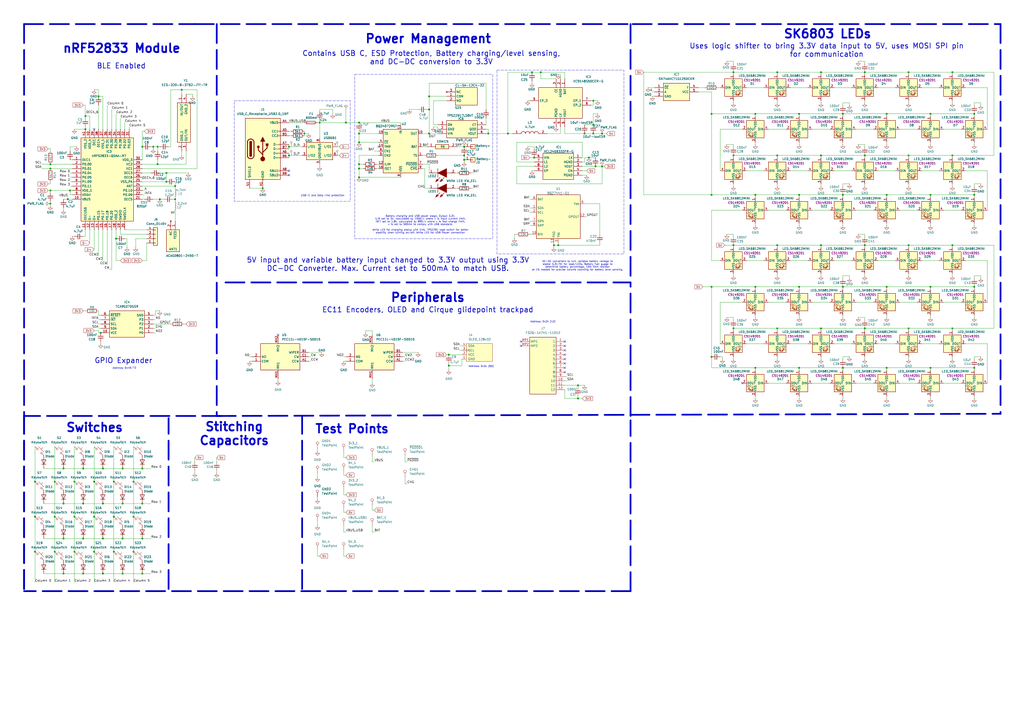
<source format=kicad_sch>
(kicad_sch (version 20231120) (generator "eeschema") (generator_version "8.0")
  (paper "A2")
  (junction (at 96.52 100.33))
  (junction (at 200.66 71.12))
  (junction (at 501.65 142.24))
  (junction (at 450.85 90.17))
  (junction (at 341.63 91.44))
  (junction (at 539.75 166.37))
  (junction (at 565.15 213.36))
  (junction (at 450.85 142.24))
  (junction (at 66.04 320.04))
  (junction (at 49.53 74.93))
  (junction (at 82.55 292.1))
  (junction (at 565.15 113.03))
  (junction (at 425.45 90.17))
  (junction (at 59.69 292.1))
  (junction (at 514.35 113.03))
  (junction (at 88.9 85.09))
  (junction (at 552.45 90.17))
  (junction (at 269.24 92.71))
  (junction (at 344.17 77.47))
  (junction (at 48.26 332.74))
  (junction (at 96.52 105.41))
  (junction (at 539.75 66.04))
  (junction (at 501.65 41.91))
  (junction (at 527.05 41.91))
  (junction (at 412.75 113.03))
  (junction (at 59.69 271.78))
  (junction (at 527.05 142.24))
  (junction (at 344.17 72.39))
  (junction (at 539.75 113.03))
  (junction (at 552.45 142.24))
  (junction (at 31.75 299.72))
  (junction (at 488.95 113.03))
  (junction (at 20.32 320.04))
  (junction (at 29.21 110.49))
  (junction (at 269.24 85.09))
  (junction (at 323.85 142.24))
  (junction (at 71.12 292.1))
  (junction (at 476.25 190.5))
  (junction (at 20.32 279.4))
  (junction (at 91.44 95.25))
  (junction (at 82.55 85.09))
  (junction (at 308.61 41.91))
  (junction (at 488.95 213.36))
  (junction (at 425.45 190.5))
  (junction (at 438.15 166.37))
  (junction (at 412.75 66.04))
  (junction (at 54.61 320.04))
  (junction (at 77.47 320.04))
  (junction (at 20.32 299.72))
  (junction (at 335.28 223.52))
  (junction (at 349.25 96.52))
  (junction (at 101.6 107.95))
  (junction (at 185.42 71.12))
  (junction (at 167.64 90.17))
  (junction (at 91.44 85.09))
  (junction (at 82.55 312.42))
  (junction (at 48.26 312.42))
  (junction (at 335.28 231.14))
  (junction (at 152.4 109.22))
  (junction (at 425.45 142.24))
  (junction (at 29.21 95.25))
  (junction (at 48.26 271.78))
  (junction (at 208.28 102.87))
  (junction (at 450.85 41.91))
  (junction (at 248.92 77.47))
  (junction (at 463.55 66.04))
  (junction (at 31.75 320.04))
  (junction (at 438.15 213.36))
  (junction (at 82.55 332.74))
  (junction (at 43.18 320.04))
  (junction (at 105.41 52.07))
  (junction (at 463.55 213.36))
  (junction (at 412.75 207.01))
  (junction (at 71.12 271.78))
  (junction (at 313.69 41.91))
  (junction (at 58.42 193.04))
  (junction (at 36.83 312.42))
  (junction (at 67.31 138.43))
  (junction (at 248.92 63.5))
  (junction (at 514.35 213.36))
  (junction (at 208.28 95.25))
  (junction (at 539.75 213.36))
  (junction (at 208.28 82.55))
  (junction (at 565.15 166.37))
  (junction (at 514.35 166.37))
  (junction (at 476.25 90.17))
  (junction (at 43.18 279.4))
  (junction (at 294.64 77.47))
  (junction (at 463.55 166.37))
  (junction (at 501.65 190.5))
  (junction (at 48.26 292.1))
  (junction (at 29.21 97.79))
  (junction (at 488.95 66.04))
  (junction (at 552.45 190.5))
  (junction (at 31.75 279.4))
  (junction (at 344.17 58.42))
  (junction (at 425.45 41.91))
  (junction (at 29.21 118.11))
  (junction (at 260.35 205.74))
  (junction (at 71.12 312.42))
  (junction (at 77.47 279.4))
  (junction (at 54.61 279.4))
  (junction (at 565.15 66.04))
  (junction (at 269.24 90.17))
  (junction (at 66.04 299.72))
  (junction (at 349.25 77.47))
  (junction (at 527.05 90.17))
  (junction (at 309.88 91.44))
  (junction (at 39.37 115.57))
  (junction (at 36.83 332.74))
  (junction (at 176.53 77.47))
  (junction (at 438.15 66.04))
  (junction (at 488.95 166.37))
  (junction (at 450.85 190.5))
  (junction (at 101.6 115.57))
  (junction (at 345.44 96.52))
  (junction (at 43.18 299.72))
  (junction (at 54.61 299.72))
  (junction (at 476.25 41.91))
  (junction (at 49.53 67.31))
  (junction (at 208.28 71.12))
  (junction (at 66.04 279.4))
  (junction (at 501.65 90.17))
  (junction (at 260.35 212.09))
  (junction (at 59.69 332.74))
  (junction (at 77.47 299.72))
  (junction (at 514.35 66.04))
  (junction (at 248.92 55.88))
  (junction (at 463.55 113.03))
  (junction (at 208.28 77.47))
  (junction (at 92.71 115.57))
  (junction (at 57.15 55.88))
  (junction (at 40.64 110.49))
  (junction (at 71.12 332.74))
  (junction (at 283.21 77.47))
  (junction (at 552.45 41.91))
  (junction (at 339.09 77.47))
  (junction (at 167.64 85.09))
  (junction (at 476.25 142.24))
  (junction (at 36.83 292.1))
  (junction (at 438.15 113.03))
  (junction (at 208.28 97.79))
  (junction (at 321.31 142.24))
  (junction (at 412.75 166.37))
  (junction (at 59.69 312.42))
  (junction (at 82.55 271.78))
  (junction (at 527.05 190.5))
  (junction (at 36.83 271.78))
  (no_connect (at 161.29 194.31))
  (no_connect (at 327.66 200.66))
  (no_connect (at 219.71 85.09))
  (no_connect (at 430.53 222.25))
  (no_connect (at 327.66 205.74))
  (no_connect (at 327.66 208.28))
  (no_connect (at 327.66 215.9))
  (no_connect (at 167.64 101.6))
  (no_connect (at 327.66 213.36))
  (no_connect (at 302.26 198.12))
  (no_connect (at 167.64 99.06))
  (no_connect (at 327.66 203.2))
  (no_connect (at 302.26 200.66))
  (no_connect (at 327.66 198.12))
  (no_connect (at 54.61 74.93))
  (no_connect (at 327.66 210.82))
  (wire (pts (xy 82.55 113.03) (xy 83.82 113.03)))
  (wire (pts (xy 59.69 55.88) (xy 59.69 74.93)))
  (wire (pts (xy 184.15 274.32) (xy 184.15 276.86)))
  (wire (pts (xy 497.84 135.89) (xy 501.65 135.89)))
  (wire (pts (xy 438.15 113.03) (xy 412.75 113.03)))
  (wire (pts (xy 248.92 77.47) (xy 254 77.47)))
  (wire (pts (xy 184.15 318.77) (xy 184.15 322.58)))
  (wire (pts (xy 481.33 175.26) (xy 471.17 175.26)))
  (wire (pts (xy 476.25 90.17) (xy 476.25 91.44)))
  (wire (pts (xy 425.45 41.91) (xy 425.45 43.18)))
  (wire (pts (xy 96.52 100.33) (xy 109.22 100.33)))
  (wire (pts (xy 36.83 332.74) (xy 48.26 332.74)))
  (wire (pts (xy 82.55 292.1) (xy 87.63 292.1)))
  (wire (pts (xy 307.34 130.81) (xy 308.61 130.81)))
  (wire (pts (xy 325.12 73.66) (xy 325.12 77.47)))
  (wire (pts (xy 438.15 166.37) (xy 438.15 167.64)))
  (wire (pts (xy 438.15 130.81) (xy 438.15 129.54)))
  (wire (pts (xy 560.07 199.39) (xy 572.77 199.39)))
  (wire (pts (xy 25.4 312.42) (xy 36.83 312.42)))
  (wire (pts (xy 506.73 74.93) (xy 496.57 74.93)))
  (wire (pts (xy 217.17 87.63) (xy 219.71 87.63)))
  (wire (pts (xy 445.77 121.92) (xy 455.93 121.92)))
  (wire (pts (xy 501.65 135.89) (xy 501.65 137.16)))
  (wire (pts (xy 281.94 63.5) (xy 281.94 48.26)))
  (wire (pts (xy 321.31 143.51) (xy 321.31 142.24)))
  (wire (pts (xy 527.05 41.91) (xy 527.05 43.18)))
  (wire (pts (xy 185.42 63.5) (xy 185.42 64.77)))
  (wire (pts (xy 82.55 110.49) (xy 83.82 110.49)))
  (wire (pts (xy 335.28 224.79) (xy 335.28 223.52)))
  (wire (pts (xy 419.1 207.01) (xy 417.83 207.01)))
  (wire (pts (xy 77.47 299.72) (xy 77.47 320.04)))
  (wire (pts (xy 57.15 182.88) (xy 58.42 182.88)))
  (wire (pts (xy 557.53 121.92) (xy 547.37 121.92)))
  (wire (pts (xy 176.53 76.2) (xy 176.53 77.47)))
  (wire (pts (xy 488.95 59.69) (xy 488.95 60.96)))
  (wire (pts (xy 199.39 209.55) (xy 200.66 209.55)))
  (wire (pts (xy 576.58 142.24) (xy 576.58 190.5)))
  (wire (pts (xy 552.45 41.91) (xy 576.58 41.91)))
  (wire (pts (xy 433.07 99.06) (xy 443.23 99.06)))
  (wire (pts (xy 572.77 199.39) (xy 572.77 222.25)))
  (wire (pts (xy 237.49 63.5) (xy 242.57 63.5)))
  (wire (pts (xy 185.42 69.85) (xy 185.42 71.12)))
  (wire (pts (xy 560.07 50.8) (xy 572.77 50.8)))
  (wire (pts (xy 48.26 312.42) (xy 59.69 312.42)))
  (wire (pts (xy 264.16 109.22) (xy 265.43 109.22)))
  (wire (pts (xy 539.75 231.14) (xy 539.75 229.87)))
  (wire (pts (xy 199.39 207.01) (xy 200.66 207.01)))
  (wire (pts (xy 412.75 207.01) (xy 412.75 213.36)))
  (wire (pts (xy 180.34 207.01) (xy 179.07 207.01)))
  (wire (pts (xy 509.27 50.8) (xy 519.43 50.8)))
  (wire (pts (xy 200.66 71.12) (xy 208.28 71.12)))
  (wire (pts (xy 52.07 67.31) (xy 52.07 74.93)))
  (wire (pts (xy 341.63 91.44) (xy 345.44 91.44)))
  (wire (pts (xy 514.35 231.14) (xy 514.35 229.87)))
  (wire (pts (xy 57.15 148.59) (xy 57.15 133.35)))
  (wire (pts (xy 534.67 50.8) (xy 544.83 50.8)))
  (wire (pts (xy 527.05 41.91) (xy 552.45 41.91)))
  (wire (pts (xy 335.28 231.14) (xy 327.66 231.14)))
  (wire (pts (xy 323.85 43.18) (xy 325.12 43.18)))
  (wire (pts (xy 27.94 110.49) (xy 29.21 110.49)))
  (wire (pts (xy 425.45 184.15) (xy 425.45 185.42)))
  (wire (pts (xy 572.77 99.06) (xy 572.77 121.92)))
  (wire (pts (xy 488.95 160.02) (xy 488.95 161.29)))
  (wire (pts (xy 212.09 191.77) (xy 212.09 193.04)))
  (wire (pts (xy 82.55 271.78) (xy 87.63 271.78)))
  (wire (pts (xy 48.26 180.34) (xy 49.53 180.34)))
  (wire (pts (xy 215.9 295.91) (xy 217.17 295.91)))
  (wire (pts (xy 39.37 114.3) (xy 39.37 115.57)))
  (wire (pts (xy 88.9 85.09) (xy 91.44 85.09)))
  (wire (pts (xy 307.34 91.44) (xy 309.88 91.44)))
  (wire (pts (xy 527.05 190.5) (xy 527.05 191.77)))
  (wire (pts (xy 568.96 207.01) (xy 565.15 207.01)))
  (wire (pts (xy 101.6 105.41) (xy 101.6 107.95)))
  (wire (pts (xy 463.55 213.36) (xy 463.55 214.63)))
  (wire (pts (xy 492.76 160.02) (xy 488.95 160.02)))
  (wire (pts (xy 425.45 107.95) (xy 425.45 106.68)))
  (wire (pts (xy 565.15 231.14) (xy 565.15 229.87)))
  (wire (pts (xy 565.15 160.02) (xy 565.15 161.29)))
  (polyline (pts (xy 365.76 342.9) (xy 365.76 243.84)) (stroke (width 1) (type dash)))
  (wire (pts (xy 539.75 213.36) (xy 539.75 214.63)))
  (wire (pts (xy 421.64 35.56) (xy 425.45 35.56)))
  (wire (pts (xy 299.72 96.52) (xy 309.88 96.52)))
  (wire (pts (xy 91.44 95.25) (xy 107.95 95.25)))
  (wire (pts (xy 67.31 133.35) (xy 67.31 138.43)))
  (wire (pts (xy 186.69 204.47) (xy 179.07 204.47)))
  (wire (pts (xy 450.85 90.17) (xy 476.25 90.17)))
  (wire (pts (xy 40.64 105.41) (xy 41.91 105.41)))
  (wire (pts (xy 294.64 77.47) (xy 297.18 77.47)))
  (wire (pts (xy 375.92 50.8) (xy 379.73 50.8)))
  (wire (pts (xy 247.65 63.5) (xy 248.92 63.5)))
  (wire (pts (xy 54.61 279.4) (xy 54.61 299.72)))
  (wire (pts (xy 40.64 92.71) (xy 41.91 92.71)))
  (wire (pts (xy 339.09 118.11) (xy 347.98 118.11)))
  (wire (pts (xy 294.64 41.91) (xy 294.64 77.47)))
  (wire (pts (xy 534.67 99.06) (xy 544.83 99.06)))
  (wire (pts (xy 260.35 205.74) (xy 267.97 205.74)))
  (wire (pts (xy 476.25 59.69) (xy 476.25 58.42)))
  (wire (pts (xy 36.83 292.1) (xy 48.26 292.1)))
  (wire (pts (xy 425.45 135.89) (xy 425.45 137.16)))
  (wire (pts (xy 425.45 142.24) (xy 450.85 142.24)))
  (wire (pts (xy 245.11 95.25) (xy 248.92 95.25)))
  (wire (pts (xy 488.95 207.01) (xy 488.95 208.28)))
  (wire (pts (xy 246.38 109.22) (xy 248.92 109.22)))
  (wire (pts (xy 488.95 166.37) (xy 463.55 166.37)))
  (wire (pts (xy 105.41 52.07) (xy 114.3 52.07)))
  (wire (pts (xy 208.28 97.79) (xy 208.28 102.87)))
  (wire (pts (xy 57.15 187.96) (xy 58.42 187.96)))
  (wire (pts (xy 234.95 207.01) (xy 233.68 207.01)))
  (wire (pts (xy 327.66 77.47) (xy 327.66 73.66)))
  (wire (pts (xy 77.47 279.4) (xy 77.47 299.72)))
  (wire (pts (xy 539.75 83.82) (xy 539.75 82.55)))
  (wire (pts (xy 339.09 93.98) (xy 337.82 93.98)))
  (wire (pts (xy 344.17 60.96) (xy 344.17 58.42)))
  (wire (pts (xy 488.95 213.36) (xy 514.35 213.36)))
  (wire (pts (xy 412.75 53.34) (xy 412.75 66.04)))
  (wire (pts (xy 405.13 53.34) (xy 412.75 53.34)))
  (wire (pts (xy 327.66 77.47) (xy 339.09 77.47)))
  (wire (pts (xy 29.21 95.25) (xy 41.91 95.25)))
  (wire (pts (xy 492.76 106.68) (xy 488.95 106.68)))
  (wire (pts (xy 67.31 66.04) (xy 67.31 74.93)))
  (wire (pts (xy 245.11 85.09) (xy 247.65 85.09)))
  (wire (pts (xy 552.45 59.69) (xy 552.45 58.42)))
  (wire (pts (xy 248.92 48.26) (xy 248.92 55.88)))
  (wire (pts (xy 283.21 74.93) (xy 283.21 77.47)))
  (wire (pts (xy 87.63 85.09) (xy 88.9 85.09)))
  (wire (pts (xy 43.18 320.04) (xy 43.18 337.82)))
  (wire (pts (xy 325.12 77.47) (xy 317.5 77.47)))
  (wire (pts (xy 527.05 107.95) (xy 527.05 106.68)))
  (wire (pts (xy 66.04 259.08) (xy 66.04 279.4)))
  (wire (pts (xy 62.23 60.96) (xy 62.23 74.93)))
  (wire (pts (xy 532.13 121.92) (xy 521.97 121.92)))
  (wire (pts (xy 527.05 208.28) (xy 527.05 207.01)))
  (wire (pts (xy 43.18 299.72) (xy 43.18 320.04)))
  (wire (pts (xy 232.41 71.12) (xy 232.41 72.39)))
  (wire (pts (xy 488.95 113.03) (xy 463.55 113.03)))
  (wire (pts (xy 501.65 208.28) (xy 501.65 207.01)))
  (wire (pts (xy 234.95 280.67) (xy 236.22 280.67)))
  (polyline (pts (xy 580.39 13.97) (xy 580.39 240.03)) (stroke (width 1) (type dash)))
  (wire (pts (xy 260.35 214.63) (xy 260.35 212.09)))
  (wire (pts (xy 208.28 90.17) (xy 208.28 95.25)))
  (wire (pts (xy 49.53 67.31) (xy 52.07 67.31)))
  (wire (pts (xy 82.55 100.33) (xy 87.63 100.33)))
  (wire (pts (xy 412.75 213.36) (xy 438.15 213.36)))
  (polyline (pts (xy 13.97 13.97) (xy 13.97 241.3)) (stroke (width 1) (type dash)))
  (wire (pts (xy 565.15 207.01) (xy 565.15 208.28)))
  (wire (pts (xy 113.03 273.05) (xy 113.03 274.32)))
  (wire (pts (xy 492.76 207.01) (xy 488.95 207.01)))
  (wire (pts (xy 450.85 142.24) (xy 476.25 142.24)))
  (wire (pts (xy 40.64 85.09) (xy 40.64 87.63)))
  (wire (pts (xy 527.05 142.24) (xy 552.45 142.24)))
  (wire (pts (xy 514.35 213.36) (xy 514.35 214.63)))
  (wire (pts (xy 215.9 219.71) (xy 215.9 222.25)))
  (wire (pts (xy 514.35 113.03) (xy 514.35 114.3)))
  (wire (pts (xy 167.64 85.09) (xy 167.64 86.36)))
  (wire (pts (xy 73.66 138.43) (xy 72.39 138.43)))
  (wire (pts (xy 532.13 74.93) (xy 521.97 74.93)))
  (polyline (pts (xy 130.81 163.83) (xy 365.76 163.83)) (stroke (width 1) (type dash)))
  (wire (pts (xy 82.55 104.14) (xy 82.55 102.87)))
  (wire (pts (xy 373.38 41.91) (xy 425.45 41.91)))
  (wire (pts (xy 501.65 190.5) (xy 527.05 190.5)))
  (wire (pts (xy 565.15 166.37) (xy 539.75 166.37)))
  (wire (pts (xy 308.61 99.06) (xy 309.88 99.06)))
  (wire (pts (xy 54.61 320.04) (xy 54.61 337.82)))
  (wire (pts (xy 344.17 60.96) (xy 342.9 60.96)))
  (wire (pts (xy 450.85 41.91) (xy 450.85 43.18)))
  (wire (pts (xy 450.85 41.91) (xy 476.25 41.91)))
  (wire (pts (xy 49.53 67.31) (xy 49.53 68.58)))
  (wire (pts (xy 501.65 142.24) (xy 527.05 142.24)))
  (wire (pts (xy 405.13 50.8) (xy 408.94 50.8)))
  (wire (pts (xy 273.05 109.22) (xy 274.32 109.22)))
  (wire (pts (xy 251.46 72.39) (xy 254 72.39)))
  (wire (pts (xy 557.53 222.25) (xy 547.37 222.25)))
  (wire (pts (xy 266.7 203.2) (xy 267.97 203.2)))
  (wire (pts (xy 378.46 53.34) (xy 379.73 53.34)))
  (wire (pts (xy 463.55 166.37) (xy 463.55 167.64)))
  (wire (pts (xy 251.46 58.42) (xy 251.46 72.39)))
  (wire (pts (xy 565.15 184.15) (xy 565.15 182.88)))
  (wire (pts (xy 248.92 55.88) (xy 259.08 55.88)))
  (wire (pts (xy 488.95 83.82) (xy 488.95 82.55)))
  (wire (pts (xy 501.65 160.02) (xy 501.65 158.75)))
  (wire (pts (xy 501.65 59.69) (xy 501.65 58.42)))
  (wire (pts (xy 248.92 95.25) (xy 248.92 100.33)))
  (wire (pts (xy 184.15 302.26) (xy 184.15 304.8)))
  (wire (pts (xy 208.28 95.25) (xy 208.28 97.79)))
  (wire (pts (xy 215.9 191.77) (xy 212.09 191.77)))
  (wire (pts (xy 565.15 213.36) (xy 565.15 214.63)))
  (wire (pts (xy 88.9 115.57) (xy 92.71 115.57)))
  (wire (pts (xy 335.28 223.52) (xy 339.09 223.52)))
  (wire (pts (xy 218.44 95.25) (xy 219.71 95.25)))
  (wire (pts (xy 321.31 140.97) (xy 321.31 142.24)))
  (wire (pts (xy 234.95 276.86) (xy 234.95 280.67)))
  (wire (pts (xy 298.45 138.43) (xy 298.45 135.89)))
  (wire (pts (xy 568.96 59.69) (xy 568.96 60.96)))
  (wire (pts (xy 349.25 96.52) (xy 349.25 106.68)))
  (wire (pts (xy 532.13 222.25) (xy 521.97 222.25)))
  (wire (pts (xy 175.26 90.17) (xy 167.64 90.17)))
  (wire (pts (xy 25.4 332.74) (xy 36.83 332.74)))
  (wire (pts (xy 259.08 205.74) (xy 260.35 205.74)))
  (wire (pts (xy 552.45 142.24) (xy 552.45 143.51)))
  (wire (pts (xy 199.39 265.43) (xy 200.66 265.43)))
  (wire (pts (xy 347.98 140.97) (xy 347.98 142.24)))
  (wire (pts (xy 476.25 190.5) (xy 501.65 190.5)))
  (wire (pts (xy 438.15 184.15) (xy 438.15 182.88)))
  (wire (pts (xy 31.75 320.04) (xy 31.75 337.82)))
  (wire (pts (xy 483.87 50.8) (xy 494.03 50.8)))
  (wire (pts (xy 463.55 166.37) (xy 438.15 166.37)))
  (wire (pts (xy 576.58 41.91) (xy 576.58 90.17)))
  (wire (pts (xy 111.76 54.61) (xy 111.76 55.88)))
  (wire (pts (xy 199.39 261.62) (xy 199.39 265.43)))
  (wire (pts (xy 539.75 113.03) (xy 539.75 114.3)))
  (wire (pts (xy 539.75 166.37) (xy 514.35 166.37)))
  (wire (pts (xy 49.53 133.35) (xy 49.53 137.16)))
  (wire (pts (xy 29.21 111.76) (xy 29.21 110.49)))
  (wire (pts (xy 281.94 74.93) (xy 283.21 74.93)))
  (wire (pts (xy 31.75 299.72) (xy 31.75 320.04)))
  (wire (pts (xy 412.75 66.04) (xy 438.15 66.04)))
  (wire (pts (xy 199.39 287.02) (xy 200.66 287.02)))
  (wire (pts (xy 106.68 187.96) (xy 107.95 187.96)))
  (wire (pts (xy 412.75 166.37) (xy 412.75 207.01)))
  (wire (pts (xy 552.45 142.24) (xy 576.58 142.24)))
  (wire (pts (xy 412.75 151.13) (xy 417.83 151.13)))
  (wire (pts (xy 425.45 142.24) (xy 425.45 143.51)))
  (wire (pts (xy 501.65 142.24) (xy 501.65 143.51)))
  (wire (pts (xy 101.6 115.57) (xy 101.6 116.84)))
  (wire (pts (xy 327.66 220.98) (xy 328.93 220.98)))
  (wire (pts (xy 215.9 194.31) (xy 215.9 191.77)))
  (wire (pts (xy 476.25 160.02) (xy 476.25 158.75)))
  (wire (pts (xy 308.61 120.65) (xy 307.34 120.65)))
  (wire (pts (xy 20.32 279.4) (xy 20.32 299.72)))
  (wire (pts (xy 339.09 72.39) (xy 344.17 72.39)))
  (wire (pts (xy 294.64 41.91) (xy 308.61 41.91)))
  (wire (pts (xy 199.39 283.21) (xy 199.39 287.02)))
  (wire (pts (xy 20.32 299.72) (xy 20.32 320.04)))
  (wire (pts (xy 299.72 82.55) (xy 337.82 82.55)))
  (wire (pts (xy 501.65 35.56) (xy 501.65 36.83)))
  (wire (pts (xy 412.75 121.92) (xy 412.75 151.13)))
  (wire (pts (xy 497.84 35.56) (xy 501.65 35.56)))
  (wire (pts (xy 82.55 76.2) (xy 83.82 76.2)))
  (wire (pts (xy 313.69 41.91) (xy 308.61 41.91)))
  (wire (pts (xy 458.47 50.8) (xy 468.63 50.8)))
  (wire (pts (xy 534.67 199.39) (xy 544.83 199.39)))
  (wire (pts (xy 527.05 142.24) (xy 527.05 143.51)))
  (wire (pts (xy 71.12 332.74) (xy 82.55 332.74)))
  (wire (pts (xy 31.75 259.08) (xy 31.75 279.4)))
  (wire (pts (xy 552.45 208.28) (xy 552.45 207.01)))
  (wire (pts (xy 267.97 208.28) (xy 267.97 212.09)))
  (wire (pts (xy 552.45 190.5) (xy 552.45 191.77)))
  (polyline (pts (xy 125.73 241.3) (xy 580.39 240.03)) (stroke (width 1) (type dash)))
  (wire (pts (xy 82.55 107.95) (xy 101.6 107.95)))
  (wire (pts (xy 476.25 107.95) (xy 476.25 106.68)))
  (wire (pts (xy 552.45 90.17) (xy 552.45 91.44)))
  (wire (pts (xy 82.55 115.57) (xy 83.82 115.57)))
  (wire (pts (xy 144.78 209.55) (xy 146.05 209.55)))
  (wire (pts (xy 476.25 208.28) (xy 476.25 207.01)))
  (wire (pts (xy 557.53 74.93) (xy 547.37 74.93)))
  (wire (pts (xy 88.9 185.42) (xy 90.17 185.42)))
  (wire (pts (xy 62.23 153.67) (xy 62.23 133.35)))
  (wire (pts (xy 41.91 113.03) (xy 40.64 113.03)))
  (wire (pts (xy 48.26 271.78) (xy 59.69 271.78)))
  (wire (pts (xy 335.28 231.14) (xy 337.82 231.14)))
  (wire (pts (xy 40.64 100.33) (xy 41.91 100.33)))
  (wire (pts (xy 339.09 77.47) (xy 344.17 77.47)))
  (wire (pts (xy 419.1 208.28) (xy 419.1 207.01)))
  (wire (pts (xy 199.39 294.64) (xy 199.39 297.18)))
  (wire (pts (xy 339.09 91.44) (xy 341.63 91.44)))
  (wire (pts (xy 438.15 83.82) (xy 438.15 82.55)))
  (wire (pts (xy 101.6 107.95) (xy 101.6 109.22)))
  (wire (pts (xy 199.39 322.58) (xy 200.66 322.58)))
  (wire (pts (xy 54.61 191.77) (xy 57.15 191.77)))
  (wire (pts (xy 501.65 107.95) (xy 501.65 106.68)))
  (wire (pts (xy 481.33 222.25) (xy 471.17 222.25)))
  (wire (pts (xy 69.85 133.35) (xy 69.85 135.89)))
  (wire (pts (xy 509.27 199.39) (xy 519.43 199.39)))
  (wire (pts (xy 565.15 66.04) (xy 565.15 67.31)))
  (wire (pts (xy 234.95 267.97) (xy 236.22 267.97)))
  (wire (pts (xy 71.12 292.1) (xy 82.55 292.1)))
  (wire (pts (xy 458.47 151.13) (xy 468.63 151.13)))
  (wire (pts (xy 260.35 212.09) (xy 260.35 210.82)))
  (wire (pts (xy 501.65 83.82) (xy 501.65 85.09)))
  (wire (pts (xy 552.45 160.02) (xy 552.45 158.75)))
  (wire (pts (xy 29.21 119.38) (xy 29.21 118.11)))
  (wire (pts (xy 420.37 142.24) (xy 425.45 142.24)))
  (wire (pts (xy 412.75 166.37) (xy 438.15 166.37)))
  (wire (pts (xy 176.53 77.47) (xy 176.53 78.74)))
  (wire (pts (xy 488.95 66.04) (xy 488.95 67.31)))
  (wire (pts (xy 66.04 320.04) (xy 66.04 337.82)))
  (wire (pts (xy 373.38 41.91) (xy 373.38 113.03)))
  (wire (pts (xy 234.95 209.55) (xy 233.68 209.55)))
  (wire (pts (xy 96.52 100.33) (xy 96.52 105.41)))
  (wire (pts (xy 572.77 50.8) (xy 572.77 74.93)))
  (polyline (pts (xy 365.76 13.97) (xy 365.76 163.83)) (stroke (width 1) (type dash)))
  (wire (pts (xy 568.96 160.02) (xy 568.96 161.29)))
  (wire (pts (xy 269.24 90.17) (xy 269.24 92.71)))
  (polyline (pts (xy 125.73 13.97) (xy 125.73 241.3)) (stroke (width 1) (type dash)))
  (wire (pts (xy 99.06 85.09) (xy 97.79 85.09)))
  (wire (pts (xy 463.55 231.14) (xy 463.55 229.87)))
  (wire (pts (xy 54.61 52.07) (xy 57.15 52.07)))
  (wire (pts (xy 208.28 82.55) (xy 219.71 82.55)))
  (wire (pts (xy 215.9 293.37) (xy 215.9 295.91)))
  (wire (pts (xy 82.55 97.79) (xy 114.3 97.79)))
  (wire (pts (xy 560.07 151.13) (xy 572.77 151.13)))
  (wire (pts (xy 283.21 77.47) (xy 294.64 77.47)))
  (polyline (pts (xy 367.03 13.97) (xy 580.39 13.97)) (stroke (width 1) (type dash)))
  (wire (pts (xy 463.55 113.03) (xy 438.15 113.03)))
  (wire (pts (xy 82.55 85.09) (xy 82.55 92.71)))
  (wire (pts (xy 184.15 322.58) (xy 185.42 322.58)))
  (wire (pts (xy 325.12 43.18) (xy 325.12 45.72)))
  (wire (pts (xy 57.15 60.96) (xy 57.15 74.93)))
  (wire (pts (xy 91.44 92.71) (xy 91.44 95.25)))
  (wire (pts (xy 31.75 279.4) (xy 31.75 299.72)))
  (wire (pts (xy 168.91 78.74) (xy 167.64 78.74)))
  (wire (pts (xy 43.18 259.08) (xy 43.18 279.4)))
  (wire (pts (xy 101.6 114.3) (xy 101.6 115.57)))
  (wire (pts (xy 506.73 175.26) (xy 496.57 175.26)))
  (wire (pts (xy 313.69 45.72) (xy 322.58 45.72)))
  (wire (pts (xy 438.15 213.36) (xy 438.15 214.63)))
  (wire (pts (xy 90.17 182.88) (xy 88.9 182.88)))
  (wire (pts (xy 36.83 271.78) (xy 48.26 271.78)))
  (wire (pts (xy 488.95 106.68) (xy 488.95 107.95)))
  (wire (pts (xy 20.32 320.04) (xy 20.32 337.82)))
  (wire (pts (xy 167.64 90.17) (xy 167.64 91.44)))
  (wire (pts (xy 48.26 332.74) (xy 59.69 332.74)))
  (wire (pts (xy 208.28 71.12) (xy 232.41 71.12)))
  (wire (pts (xy 433.07 50.8) (xy 443.23 50.8)))
  (wire (pts (xy 309.88 85.09) (xy 309.88 86.36)))
  (wire (pts (xy 501.65 41.91) (xy 527.05 41.91)))
  (wire (pts (xy 565.15 166.37) (xy 565.15 167.64)))
  (wire (pts (xy 565.15 106.68) (xy 565.15 107.95)))
  (wire (pts (xy 421.64 135.89) (xy 425.45 135.89)))
  (wire (pts (xy 344.17 77.47) (xy 349.25 77.47)))
  (wire (pts (xy 193.04 63.5) (xy 185.42 63.5)))
  (wire (pts (xy 40.64 102.87) (xy 41.91 102.87)))
  (wire (pts (xy 425.45 90.17) (xy 450.85 90.17)))
  (wire (pts (xy 539.75 184.15) (xy 539.75 182.88)))
  (polyline (pts (xy 365.76 241.3) (xy 365.76 163.83)) (stroke (width 1) (type dash)))
  (wire (pts (xy 557.53 175.26) (xy 547.37 175.26)))
  (wire (pts (xy 539.75 66.04) (xy 514.35 66.04)))
  (wire (pts (xy 565.15 59.69) (xy 565.15 60.96)))
  (wire (pts (xy 242.57 204.47) (xy 233.68 204.47)))
  (wire (pts (xy 488.95 213.36) (xy 488.95 214.63)))
  (wire (pts (xy 199.39 318.77) (xy 199.39 322.58)))
  (wire (pts (xy 113.03 265.43) (xy 113.03 267.97)))
  (wire (pts (xy 476.25 190.5) (xy 476.25 191.77)))
  (wire (pts (xy 40.64 110.49) (xy 41.91 110.49)))
  (wire (pts (xy 416.56 50.8) (xy 417.83 50.8)))
  (wire (pts (xy 492.76 59.69) (xy 488.95 59.69)))
  (wire (pts (xy 455.93 74.93) (xy 445.77 74.93)))
  (wire (pts (xy 36.83 115.57) (xy 39.37 115.57)))
  (wire (pts (xy 254 73.66) (xy 254 74.93)))
  (wire (pts (xy 48.26 60.96) (xy 49.53 60.96)))
  (wire (pts (xy 438.15 113.03) (xy 438.15 114.3)))
  (wire (pts (xy 265.43 85.09) (xy 269.24 85.09)))
  (wire (pts (xy 298.45 135.89) (xy 299.72 135.89)))
  (wire (pts (xy 125.73 265.43) (xy 125.73 267.97)))
  (wire (pts (xy 337.82 82.55) (xy 337.82 91.44)))
  (wire (pts (xy 49.53 137.16) (xy 48.26 137.16)))
  (wire (pts (xy 527.05 160.02) (xy 527.05 158.75)))
  (wire (pts (xy 307.34 115.57) (xy 308.61 115.57)))
  (wire (pts (xy 59.69 312.42) (xy 71.12 312.42)))
  (wire (pts (xy 74.93 73.66) (xy 74.93 74.93)))
  (wire (pts (xy 327.66 45.72) (xy 327.66 41.91)))
  (wire (pts (xy 299.72 93.98) (xy 299.72 82.55)))
  (wire (pts (xy 527.05 90.17) (xy 552.45 90.17)))
  (wire (pts (xy 144.78 109.22) (xy 152.4 109.22)))
  (wire (pts (xy 307.34 128.27) (xy 308.61 128.27)))
  (wire (pts (xy 463.55 130.81) (xy 463.55 129.54)))
  (wire (pts (xy 458.47 99.06) (xy 468.63 99.06)))
  (wire (pts (xy 514.35 213.36) (xy 539.75 213.36)))
  (wire (pts (xy 64.77 156.21) (xy 64.77 133.35)))
  (wire (pts (xy 313.69 41.91) (xy 327.66 41.91)))
  (wire (pts (xy 167.64 88.9) (xy 167.64 90.17)))
  (wire (pts (xy 57.15 52.07) (xy 57.15 55.88)))
  (wire (pts (xy 59.69 271.78) (xy 71.12 271.78)))
  (wire (pts (xy 425.45 35.56) (xy 425.45 36.83)))
  (wire (pts (xy 539.75 166.37) (xy 539.75 167.64)))
  (wire (pts (xy 58.42 198.12) (xy 58.42 199.39)))
  (wire (pts (xy 481.33 121.92) (xy 471.17 121.92)))
  (wire (pts (xy 476.25 142.24) (xy 476.25 143.51)))
  (wire (pts (xy 43.18 279.4) (xy 43.18 299.72)))
  (wire (pts (xy 57.15 180.34) (xy 57.15 182.88)))
  (wire (pts (xy 458.47 199.39) (xy 468.63 199.39)))
  (wire (pts (xy 36.83 312.42) (xy 48.26 312.42)))
  (wire (pts (xy 82.55 312.42) (xy 87.63 312.42)))
  (wire (pts (xy 29.21 110.49) (xy 40.64 110.49)))
  (wire (pts (xy 90.17 180.34) (xy 92.71 180.34)))
  (wire (pts (xy 180.34 209.55) (xy 179.07 209.55)))
  (wire (pts (xy 234.95 264.16) (xy 234.95 267.97)))
  (wire (pts (xy 344.17 58.42) (xy 346.71 58.42)))
  (wire (pts (xy 49.53 60.96) (xy 49.53 67.31)))
  (wire (pts (xy 44.45 85.09) (xy 40.64 85.09)))
  (wire (pts (xy 463.55 66.04) (xy 438.15 66.04)))
  (wire (pts (xy 99.06 52.07) (xy 99.06 85.09)))
  (wire (pts (xy 350.52 96.52) (xy 349.25 96.52)))
  (wire (pts (xy 248.92 77.47) (xy 248.92 80.01)))
  (wire (pts (xy 339.09 125.73) (xy 340.36 125.73)))
  (polyline (pts (xy 13.97 13.97) (xy 113.03 13.97)) (stroke (width 1) (type dash)))
  (wire (pts (xy 497.84 184.15) (xy 501.65 184.15)))
  (wire (pts (xy 105.41 87.63) (xy 105.41 90.17)))
  (wire (pts (xy 77.47 259.08) (xy 77.47 279.4)))
  (wire (pts (xy 337.82 101.6) (xy 340.36 101.6)))
  (wire (pts (xy 48.26 292.1) (xy 59.69 292.1)))
  (wire (pts (xy 69.85 151.13) (xy 67.31 151.13)))
  (wire (pts (xy 88.9 187.96) (xy 99.06 187.96)))
  (wire (pts (xy 281.94 48.26) (xy 248.92 48.26)))
  (wire (pts (xy 59.69 151.13) (xy 59.69 133.35)))
  (wire (pts (xy 346.71 66.04) (xy 344.17 66.04)))
  (wire (pts (xy 347.98 118.11) (xy 347.98 135.89)))
  (wire (pts (xy 71.12 312.42) (xy 82.55 312.42)))
  (wire (pts (xy 175.26 85.09) (xy 167.64 85.09)))
  (wire (pts (xy 266.7 200.66) (xy 267.97 200.66)))
  (wire (pts (xy 572.77 151.13) (xy 572.77 175.26)))
  (wire (pts (xy 323.85 142.24) (xy 347.98 142.24)))
  (wire (pts (xy 463.55 213.36) (xy 488.95 213.36)))
  (wire (pts (xy 425.45 59.69) (xy 425.45 58.42)))
  (wire (pts (xy 168.91 76.2) (xy 167.64 76.2)))
  (wire (pts (xy 64.77 63.5) (xy 64.77 74.93)))
  (wire (pts (xy 248.92 77.47) (xy 248.92 63.5)))
  (wire (pts (xy 54.61 299.72) (xy 54.61 320.04)))
  (wire (pts (xy 88.9 85.09) (xy 88.9 86.36)))
  (wire (pts (xy 425.45 90.17) (xy 425.45 91.44)))
  (wire (pts (xy 184.15 260.35) (xy 184.15 261.62)))
  (wire (pts (xy 497.84 83.82) (xy 501.65 83.82)))
  (wire (pts (xy 313.69 41.91) (xy 313.69 45.72)))
  (wire (pts (xy 514.35 83.82) (xy 514.35 82.55)))
  (wire (pts (xy 327.66 231.14) (xy 327.66 226.06)))
  (wire (pts (xy 208.28 76.2) (xy 208.28 77.47)))
  (wire (pts (xy 476.25 90.17) (xy 501.65 90.17)))
  (wire (pts (xy 199.39 273.05) (xy 199.39 275.59)))
  (wire (pts (xy 481.33 74.93) (xy 471.17 74.93)))
  (wire (pts (xy 57.15 193.04) (xy 58.42 193.04)))
  (wire (pts (xy 208.28 95.25) (xy 210.82 95.25)))
  (wire (pts (xy 455.93 175.26) (xy 445.77 175.26)))
  (wire (pts (xy 66.04 299.72) (xy 66.04 320.04)))
  (wire (pts (xy 378.46 55.88) (xy 379.73 55.88)))
  (wire (pts (xy 196.85 90.17) (xy 195.58 90.17)))
  (wire (pts (xy 309.88 93.98) (xy 299.72 93.98)))
  (wire (pts (xy 476.25 41.91) (xy 476.25 43.18)))
  (wire (pts (xy 463.55 184.15) (xy 463.55 182.88)))
  (wire (pts (xy 483.87 199.39) (xy 494.03 199.39)))
  (wire (pts (xy 328.93 218.44) (xy 327.66 218.44)))
  (wire (pts (xy 107.95 95.25) (xy 107.95 87.63)))
  (wire (pts (xy 267.97 212.09) (xy 260.35 212.09)))
  (wire (pts (xy 208.28 77.47) (xy 208.28 82.55)))
  (wire (pts (xy 463.55 113.03) (xy 463.55 114.3)))
  (wire (pts (xy 27.94 86.36) (xy 29.21 86.36)))
  (wire (pts (xy 299.72 106.68) (xy 349.25 106.68)))
  (wire (pts (xy 483.87 151.13) (xy 494.03 151.13)))
  (wire (pts (xy 215.9 304.8) (xy 215.9 308.61)))
  (wire (pts (xy 54.61 133.35) (xy 54.61 144.78)))
  (wire (pts (xy 425.45 41.91) (xy 450.85 41.91)))
  (wire (pts (xy 425.45 160.02) (xy 425.45 158.75)))
  (wire (pts (xy 254 73.66) (xy 251.46 73.66)))
  (polyline (pts (xy 128.27 241.3) (xy 13.97 241.3)) (stroke (width 1) (type dash)))
  (wire (pts (xy 92.71 85.09) (xy 91.44 85.09)))
  (wire (pts (xy 82.55 151.13) (xy 85.09 151.13)))
  (wire (pts (xy 514.35 166.37) (xy 488.95 166.37)))
  (wire (pts (xy 488.95 231.14) (xy 488.95 229.87)))
  (wire (pts (xy 337.82 99.06) (xy 340.36 99.06)))
  (wire (pts (xy 514.35 166.37) (xy 514.35 167.64)))
  (wire (pts (xy 144.78 207.01) (xy 146.05 207.01)))
  (wire (pts (xy 344.17 58.42) (xy 342.9 58.42)))
  (wire (pts (xy 565.15 113.03) (xy 565.15 114.3)))
  (wire (pts (xy 66.04 279.4) (xy 66.04 299.72)))
  (polyline (pts (xy 113.03 13.97) (xy 365.76 13.97)) (stroke (width 1) (type dash)))
  (wire (pts (xy 40.64 107.95) (xy 41.91 107.95)))
  (wire (pts (xy 488.95 113.03) (xy 488.95 114.3)))
  (wire (pts (xy 54.61 259.08) (xy 54.61 279.4)))
  (wire (pts (xy 82.55 105.41) (xy 96.52 105.41)))
  (wire (pts (xy 29.21 86.36) (xy 29.21 87.63)))
  (wire (pts (xy 463.55 83.82) (xy 463.55 82.55)))
  (wire (pts (xy 161.29 219.71) (xy 161.29 220.98)))
  (wire (pts (xy 501.65 41.91) (xy 501.65 43.18)))
  (wire (pts (xy 421.64 184.15) (xy 425.45 184.15)))
  (wire (pts (xy 351.79 77.47) (xy 349.25 77.47)))
  (wire (pts (xy 501.65 184.15) (xy 501.65 185.42)))
  (wire (pts (xy 184.15 288.29) (xy 184.15 289.56)))
  (wire (pts (xy 246.38 90.17) (xy 245.11 90.17)))
  (wire (pts (xy 306.07 85.09) (xy 309.88 85.09)))
  (wire (pts (xy 565.15 113.03) (xy 539.75 113.03)))
  (wire (pts (xy 327.66 223.52) (xy 335.28 223.52)))
  (wire (pts (xy 438.15 66.04) (xy 438.15 67.31)))
  (wire (pts (xy 57.15 190.5) (xy 58.42 190.5)))
  (wire (pts (xy 417.83 74.93) (xy 417.83 99.06)))
  (wire (pts (xy 425.45 83.82) (xy 425.45 85.09)))
  (wire (pts (xy 71.12 271.78) (xy 82.55 271.78)))
  (wire (pts (xy 488.95 166.37) (xy 488.95 167.64)))
  (wire (pts (xy 514.35 113.03) (xy 539.75 113.03)))
  (wire (pts (xy 90.17 180.34) (xy 90.17 182.88)))
  (wire (pts (xy 450.85 208.28) (xy 450.85 207.01)))
  (wire (pts (xy 506.73 121.92) (xy 496.57 121.92)))
  (wire (pts (xy 24.13 97.79) (xy 29.21 97.79)))
  (wire (pts (xy 345.44 96.52) (xy 349.25 96.52)))
  (wire (pts (xy 101.6 115.57) (xy 100.33 115.57)))
  (wire (pts (xy 107.95 54.61) (xy 111.76 54.61)))
  (wire (pts (xy 185.42 96.52) (xy 185.42 95.25)))
  (wire (pts (xy 425.45 208.28) (xy 425.45 207.01)))
  (wire (pts (xy 576.58 190.5) (xy 552.45 190.5)))
  (wire (pts (xy 565.15 130.81) (xy 565.15 129.54)))
  (polyline (pts (xy 13.97 341.63) (xy 13.97 241.3)) (stroke (width 1) (type dash)))
  (wire (pts (xy 40.64 113.03) (xy 40.64 110.49)))
  (wire (pts (xy 476.25 142.24) (xy 501.65 142.24)))
  (wire (pts (xy 105.41 52.07) (xy 105.41 54.61)))
  (wire (pts (xy 281.94 77.47) (xy 283.21 77.47)))
  (wire (pts (xy 417.83 74.93) (xy 430.53 74.93)))
  (wire (pts (xy 492.76 160.02) (xy 492.76 161.29)))
  (wire (pts (xy 101.6 121.92) (xy 101.6 128.27)))
  (wire (pts (xy 69.85 68.58) (xy 69.85 74.93)))
  (wire (pts (xy 527.05 59.69) (xy 527.05 58.42)))
  (wire (pts (xy 78.74 143.51) (xy 78.74 138.43)))
  (wire (pts (xy 344.17 66.04) (xy 344.17 72.39)))
  (wire (pts (xy 193.04 63.5) (xy 193.04 66.04)))
  (wire (pts (xy 450.85 142.24) (xy 450.85 143.51)))
  (wire (pts (xy 27.94 106.68) (xy 29.21 106.68)))
  (wire (pts (xy 552.45 41.91) (xy 552.45 43.18)))
  (wire (pts (xy 199.39 275.59) (xy 200.66 275.59)))
  (wire (pts (xy 488.95 184.15) (xy 488.95 182.88)))
  (wire (pts (xy 36.83 121.92) (xy 36.83 120.65)))
  (wire (pts (xy 41.91 137.16) (xy 43.18 137.16)))
  (wire (pts (xy 438.15 231.14) (xy 438.15 229.87)))
  (wire (pts (xy 450.85 160.02) (xy 450.85 158.75)))
  (wire (pts (xy 105.41 52.07) (xy 99.06 52.07)))
  (wire (pts (xy 450.85 190.5) (xy 450.85 191.77)))
  (wire (pts (xy 82.55 332.74) (xy 87.63 332.74)))
  (wire (pts (xy 167.64 83.82) (xy 167.64 85.09)))
  (wire (pts (xy 179.07 77.47) (xy 176.53 77.47)))
  (wire (pts (xy 417.83 175.26) (xy 417.83 199.39)))
  (wire (pts (xy 430.53 121.92) (xy 412.75 121.92)))
  (wire (pts (xy 568.96 59.69) (xy 565.15 59.69)))
  (wire (pts (xy 488.95 66.04) (xy 463.55 66.04)))
  (wire (pts (xy 445.77 222.25) (xy 455.93 222.25)))
  (wire (pts (xy 565.15 66.04) (xy 539.75 66.04)))
  (wire (pts (xy 69.85 135.89) (xy 85.09 135.89)))
  (wire (pts (xy 29.21 97.79) (xy 41.91 97.79)))
  (wire (pts (xy 514.35 130.81) (xy 514.35 129.54)))
  (wire (pts (xy 323.85 140.97) (xy 323.85 142.24)))
  (polyline (pts (xy 97.79 341.63) (xy 97.79 242.57)) (stroke (width 1) (type dash)))
  (wire (pts (xy 25.4 292.1) (xy 36.83 292.1)))
  (wire (pts (xy 200.66 63.5) (xy 200.66 71.12)))
  (wire (pts (xy 77.47 320.04) (xy 77.47 337.82)))
  (wire (pts (xy 506.73 222.25) (xy 496.57 222.25)))
  (wire (pts (xy 532.13 175.26) (xy 521.97 175.26)))
  (wire (pts (xy 450.85 107.95) (xy 450.85 106.68)))
  (wire (pts (xy 254 90.17) (xy 269.24 90.17)))
  (wire (pts (xy 199.39 308.61) (xy 200.66 308.61)))
  (wire (pts (xy 425.45 190.5) (xy 425.45 191.77)))
  (wire (pts (xy 407.67 166.37) (xy 412.75 166.37)))
  (wire (pts (xy 25.4 271.78) (xy 36.83 271.78)))
  (wire (pts (xy 488.95 113.03) (xy 514.35 113.03)))
  (wire (pts (xy 57.15 191.77) (xy 57.15 193.04)))
  (wire (pts (xy 67.31 138.43) (xy 67.31 151.13)))
  (wire (pts (xy 73.66 143.51) (xy 73.66 138.43)))
  (polyline (pts (xy 175.26 341.63) (xy 175.26 241.3)) (stroke (width 1) (type dash)))
  (wire (pts (xy 421.64 83.82) (xy 425.45 83.82)))
  (wire (pts (xy 527.05 190.5) (xy 552.45 190.5)))
  (wire (pts (xy 450.85 59.69) (xy 450.85 58.42)))
  (wire (pts (xy 215.9 308.61) (xy 217.17 308.61)))
  (wire (pts (xy 208.28 97.79) (xy 210.82 97.79)))
  (wire (pts (xy 82.55 76.2) (xy 82.55 85.09)))
  (wire (pts (xy 373.38 113.03) (xy 412.75 113.03)))
  (polyline (pts (xy 13.97 341.63) (xy 13.97 241.3)) (stroke (width 1) (type dash)))
  (wire (pts (xy 92.71 100.33) (xy 96.52 100.33)))
  (wire (pts (xy 215.9 264.16) (xy 215.9 267.97)))
  (wire (pts (xy 259.08 58.42) (xy 251.46 58.42)))
  (polyline (pts (xy 365.76 342.9) (xy 13.97 342.9)) (stroke (width 1) (type dash)))
  (wire (pts (xy 438.15 213.36) (xy 463.55 213.36)))
  (wire (pts (xy 29.21 106.68) (xy 29.21 105.41)))
  (wire (pts (xy 560.07 99.06) (xy 572.77 99.06)))
  (wire (pts (xy 527.05 90.17) (xy 527.05 91.44)))
  (wire (pts (xy 39.37 115.57) (xy 41.91 115.57)))
  (wire (pts (xy 433.07 151.13) (xy 443.23 151.13)))
  (wire (pts (xy 88.9 193.04) (xy 90.17 193.04)))
  (wire (pts (xy 299.72 96.52) (xy 299.72 106.68)))
  (wire (pts (xy 568.96 106.68) (xy 565.15 106.68)))
  (wire (pts (xy 125.73 273.05) (xy 125.73 274.32)))
  (wire (pts (xy 576.58 90.17) (xy 552.45 90.17)))
  (wire (pts (xy 208.28 90.17) (xy 219.71 90.17)))
  (wire (pts (xy 308.61 46.99) (xy 308.61 48.26)))
  (wire (pts (xy 539.75 130.81) (xy 539.75 129.54)))
  (wire (pts (xy 218.44 97.79) (xy 219.71 97.79)))
  (wire (pts (xy 450.85 190.5) (xy 476.25 190.5)))
  (wire (pts (xy 246.38 97.79) (xy 245.11 97.79)))
  (wire (pts (xy 57.15 55.88) (xy 59.69 55.88)))
  (wire (pts (xy 476.25 41.91) (xy 501.65 41.91)))
  (wire (pts (xy 488.95 130.81) (xy 488.95 129.54)))
  (wire (pts (xy 514.35 184.15) (xy 514.35 182.88)))
  (wire (pts (xy 565.15 213.36) (xy 539.75 213.36)))
  (wire (pts (xy 412.75 66.04) (xy 412.75 113.03)))
  (wire (pts (xy 208.28 102.87) (xy 232.41 102.87)))
  (wire (pts (xy 565.15 83.82) (xy 565.15 82.55)))
  (wire (pts (xy 425.45 190.5) (xy 450.85 190.5)))
  (wire (pts (xy 52.07 133.35) (xy 52.07 140.97)))
  (wire (pts (xy 433.07 199.39) (xy 443.23 199.39)))
  (wire (pts (xy 417.83 175.26) (xy 430.53 175.26)))
  (wire (pts (xy 72.39 71.12) (xy 72.39 74.93)))
  (wire (pts (xy 552.45 107.95) (xy 552.45 106.68)))
  (wire (pts (xy 20.32 259.08) (xy 20.32 279.4)))
  (wire (pts (xy 264.16 100.33) (xy 265.43 100.33)))
  (wire (pts (xy 215.9 267.97) (xy 217.17 267.97)))
  (wire (pts (xy 199.39 297.18) (xy 200.66 297.18)))
  (wire (pts (xy 539.75 66.04) (xy 539.75 67.31)))
  (wire (pts (xy 167.64 71.12) (xy 176.53 71.12)))
  (wire (pts (xy 450.85 90.17) (xy 450.85 91.44)))
  (wire (pts (xy 43.18 74.93) (xy 49.53 74.93)))
  (wire (pts (xy 568.96 160.02) (xy 565.15 160.02)))
  (wire (pts (xy 114.3 52.07) (xy 114.3 97.79)))
  (wire (pts (xy 269.24 92.71) (xy 269.24 93.98)))
  (wire (pts (xy 483.87 99.06) (xy 494.03 99.06)))
  (wire (pts (xy 335.28 231.14) (xy 335.28 229.87)))
  (wire (pts (xy 185.42 71.12) (xy 185.42 80.01)))
  (wire (pts (xy 57.15 185.42) (xy 58.42 185.42)))
  (wire (pts (xy 307.34 135.89) (xy 308.61 135.89)))
  (wire (pts (xy 72.39 133.35) (xy 85.09 133.35)))
  (wire (pts (xy 82.55 95.25) (xy 91.44 95.25)))
  (wire (pts (xy 281.94 68.58) (xy 281.94 72.39)))
  (wire (pts (xy 339.09 91.44) (xy 339.09 93.98)))
  (wire (pts (xy 308.61 123.19) (xy 307.34 123.19)))
  (wire (pts (xy 91.44 85.09) (xy 91.44 87.63)))
  (wire (pts (xy 501.65 90.17) (xy 527.05 90.17)))
  (wire (pts (xy 534.67 151.13) (xy 544.83 151.13)))
  (wire (pts (xy 196.85 85.09) (xy 195.58 85.09)))
  (wire (pts (xy 492.76 59.69) (xy 492.76 60.96)))
  (wire (pts (xy 78.74 138.43) (xy 85.09 138.43)))
  (wire (pts (xy 273.05 100.33) (xy 274.32 100.33)))
  (wire (pts (xy 463.55 66.04) (xy 463.55 67.31)))
  (wire (pts (xy 184.15 71.12) (xy 185.42 71.12)))
  (wire (pts (xy 501.65 90.17) (xy 501.65 91.44)))
  (wire (pts (xy 514.35 66.04) (xy 514.35 67.31)))
  (wire (pts (xy 49.53 73.66) (xy 49.53 74.93)))
  (wire (pts (xy 246.38 109.22) (xy 246.38 97.79)))
  (wire (pts (xy 85.09 151.13) (xy 85.09 140.97)))
  (wire (pts (xy 245.11 77.47) (xy 248.92 77.47)))
  (wire (pts (xy 59.69 332.74) (xy 71.12 332.74)))
  (wire (pts (xy 59.69 292.1) (xy 71.12 292.1)))
  (wire (pts (xy 199.39 304.8) (xy 199.39 308.61)))
  (wire (pts (xy 208.28 77.47) (xy 219.71 77.47)))
  (wire (pts (xy 24.13 95.25) (xy 29.21 95.25)))
  (wire (pts (xy 306.07 58.42) (xy 307.34 58.42)))
  (wire (pts (xy 248.92 63.5) (xy 248.92 55.88)))
  (wire (pts (xy 185.42 71.12) (xy 200.66 71.12)))
  (wire (pts (xy 501.65 190.5) (xy 501.65 191.77)))
  (wire (pts (xy 88.9 190.5) (xy 90.17 190.5)))
  (wire (pts (xy 92.71 115.57) (xy 95.25 115.57)))
  (wire (pts (xy 509.27 99.06) (xy 519.43 99.06)))
  (wire (pts (xy 29.21 118.11) (xy 29.21 116.84)))
  (wire (pts (xy 509.27 151.13) (xy 519.43 151.13)))
  (wire (pts (xy 63.5 156.21) (xy 64.77 156.21)))
  (wire (pts (xy 514.35 66.04) (xy 488.95 66.04)))
  (wire (pts (xy 323.85 142.24) (xy 321.31 142.24)))
  (wire (pts (xy 337.82 96.52) (xy 345.44 96.52)))
  (rectangle (start 205.74 43.18) (end 285.75 138.43) (stroke (width 0) (type dash)))
  (rectangle (start 135.89 58.42) (end 203.2 116.84) (stroke (width 0) (type dash)))
  (rectangle (start 288.29 40.64) (end 361.95 147.32) (stroke (width 0) (type dash)))
  (text "Test Points" (at 204.216 248.92 0) (effects (font (size 5 5) (thickness 1) (bold yes))))
  (text "SK6803 LEDs" (at 480.06 19.812 0) (effects (font (size 5 5) (thickness 1) (bold yes))))
  (text "nRF52833 Module" (at 70.612 28.194 0) (effects (font (size 5 5) (thickness 1) (bold yes))))
  (text "GPIO Expander\n" (at 71.628 209.296 0) (effects (font (size 3 3) (thickness 0.375))))
  (text "Address: 0x49/73" (at 72.136 213.614 0) (effects (font (size 1 1) (thickness 0.125))))
  (text "BLE Enabled\n" (at 70.358 38.354 0) (effects (font (size 3 3) (thickness 0.375))))
  (text "DC-DC converters to turn variable battery voltage to\nstable 3.3V/5V for load/LEDs. Battery fuel guage to\ndetermine battery percentage. 10m Ohm resistor\nat 1% needed for precise columb counting for battery level sensing." (at 335.026 154.178 0) (effects (font (size 1 1) (thickness 0.125))))
  (text "Power Management" (at 248.412 22.606 0) (effects (font (size 5 5) (thickness 1) (bold yes))))
  (text "Battery charging and USB power stage. Output 3.3V.\nILIM set to 3k, calculated by 1550/x where x is input current limit.\nISET set to 1.8k, calculated by 890/x where x is fast charge limit.\nx is set to 500mA to comply with USB standard.\n\nWhite LED for charging status with CHG. TPS2291 load switch for better\nstability when turning on/off. White LED for USB Power connection" (at 243.84 130.302 0) (effects (font (size 1 1) (thickness 0.125))))
  (text "USB-C and Data-line protection" (at 187.198 113.538 0) (effects (font (size 1 1) (thickness 0.125))))
  (text "Peripherals\n" (at 248.158 172.72 0) (effects (font (size 5 5) (thickness 1) (bold yes))))
  (text "Switches\n" (at 54.864 248.158 0) (effects (font (size 5 5) (thickness 1) (bold yes))))
  (text "Address: 0x2A (42)" (at 314.96 186.69 0) (effects (font (size 1 1) (thickness 0.125))))
  (text "EC11 Encoders, OLED and Cirque glidepoint trackpad\n" (at 248.158 179.832 0) (effects (font (size 3 3) (thickness 0.375))))
  (text "5V input and variable battery input changed to 3.3V output using 3.3V\nDC-DC Converter. Max. Current set to 500mA to match USB." (at 225.044 153.416 0) (effects (font (size 3 3) (thickness 0.375))))
  (text "Contains USB C, ESD Protection, Battery charging/level sensing,\nand DC-DC conversion to 3.3V\n" (at 250.19 33.528 0) (effects (font (size 3 3) (thickness 0.375))))
  (text "Uses logic shifter to bring 3.3V data input to 5V, uses MOSI SPI pin\nfor communication\n" (at 479.552 29.21 0) (effects (font (size 3 3) (thickness 0.375))))
  (text "Address: 0x3c (60)" (at 279.146 212.598 0) (effects (font (size 1 1) (thickness 0.125))))
  (text "Stitching\nCapacitors" (at 135.89 251.714 0) (effects (font (size 5 5) (thickness 1) (bold yes))))
  (label "~{PGOOD}" (at 247.65 95.25 0))
  (label "CCW2" (at 57.15 148.59 180))
  (label "Row 0" (at 40.64 100.33 180))
  (label "CW" (at 180.34 207.01 0))
  (label "SRP" (at 307.34 130.81 180))
  (label "NO" (at 144.78 207.01 180))
  (label "D_N" (at 170.18 85.09 0))
  (label "CHG" (at 236.22 280.67 0))
  (label "Row 0" (at 87.63 271.78 0))
  (label "BAT" (at 274.32 100.33 0))
  (label "GPOUT" (at 340.36 125.73 0))
  (label "Column 4" (at 72.39 71.12 0))
  (label "CHG" (at 246.38 109.22 180))
  (label "Column 1" (at 64.77 63.5 0))
  (label "SDA" (at 266.7 200.66 180))
  (label "BAT" (at 217.17 87.63 180))
  (label "Row 3" (at 87.63 332.74 0))
  (label "SDA" (at 24.13 97.79 180))
  (label "CCW" (at 180.34 209.55 0))
  (label "Column 1" (at 31.75 337.82 0))
  (label "A" (at 378.46 53.34 180))
  (label "SDA" (at 307.34 120.65 180))
  (label "CW2" (at 234.95 207.01 0))
  (label "Row 1" (at 40.64 102.87 180))
  (label "CCW" (at 62.23 153.67 180))
  (label "CCW2" (at 234.95 209.55 0))
  (label "Column 3" (at 54.61 337.82 0))
  (label "CHG" (at 90.17 190.5 0))
  (label "NO2" (at 199.39 207.01 180))
  (label "SCL" (at 266.7 203.2 180))
  (label "SCL" (at 328.93 218.44 0))
  (label "Column 2" (at 67.31 66.04 0))
  (label "Row 2" (at 87.63 312.42 0))
  (label "Column 4" (at 66.04 337.82 0))
  (label "Row 3" (at 40.64 107.95 180))
  (label "INTA" (at 57.15 185.42 180))
  (label "Column 5" (at 77.47 337.82 0))
  (label "BAT" (at 245.11 85.09 0))
  (label "BAT" (at 307.34 128.27 180))
  (label "INTA" (at 83.82 113.03 0))
  (label "Column 5" (at 74.93 73.66 0))
  (label "NO2" (at 90.17 193.04 0))
  (label "Column 0" (at 20.32 337.82 0))
  (label "SDA" (at 328.93 220.98 0))
  (label "SRP" (at 267.97 85.09 180))
  (label "OUT" (at 248.92 80.01 0))
  (label "VBUS" (at 39.37 114.3 180))
  (label "D_P" (at 170.18 90.17 0))
  (label "CW2" (at 59.69 151.13 180))
  (label "~{PGOOD}" (at 236.22 267.97 0))
  (label "DEC4_6" (at 82.55 104.14 0))
  (label "RF" (at 101.6 124.46 180))
  (label "BAT" (at 217.17 308.61 0))
  (label "VBUS" (at 220.98 71.12 0))
  (label "VBUS" (at 217.17 267.97 0))
  (label "Row 2" (at 40.64 105.41 180))
  (label "SCL" (at 24.13 95.25 180))
  (label "SDA" (at 57.15 190.5 180))
  (label "VBUS_USB" (at 200.66 308.61 0))
  (label "BAT" (at 274.32 109.22 0))
  (label "BAT" (at 307.34 115.57 180))
  (label "VBUS_USB" (at 167.64 71.12 0))
  (label "Column 2" (at 43.18 337.82 0))
  (label "CW" (at 63.5 156.21 180))
  (label "Row 1" (at 87.63 292.1 0))
  (label "SCL" (at 57.15 187.96 180))
  (label "Column 0" (at 62.23 60.96 0))
  (label "NO" (at 90.17 185.42 0))
  (label "Column 3" (at 69.85 68.58 0))
  (label "GPOUT" (at 99.06 187.96 180))
  (label "A" (at 83.82 110.49 0))
  (label "DEC4_6" (at 57.15 66.04 180))
  (label "SCL" (at 307.34 123.19 180))
  (global_label "3V3" (shape input) (at 107.95 187.96 0) (property "Intersheetrefs" "${INTERSHEET_REFS}" (effects (hide yes))))
  (global_label "3V3" (shape input) (at 48.26 60.96 180) (property "Intersheetrefs" "${INTERSHEET_REFS}" (effects (hide yes))))
  (global_label "3V3" (shape input) (at 54.61 191.77 180) (property "Intersheetrefs" "${INTERSHEET_REFS}" (effects (hide yes))))
  (global_label "5V" (shape input) (at 125.73 265.43 0) (property "Intersheetrefs" "${INTERSHEET_REFS}" (effects (hide yes))))
  (global_label "3V3" (shape input) (at 83.82 76.2 0) (property "Intersheetrefs" "${INTERSHEET_REFS}" (effects (hide yes))))
  (global_label "5V" (shape input) (at 340.36 99.06 0) (property "Intersheetrefs" "${INTERSHEET_REFS}" (effects (hide yes))))
  (global_label "3V3" (shape input) (at 200.66 287.02 0) (property "Intersheetrefs" "${INTERSHEET_REFS}" (effects (hide yes))))
  (global_label "5V" (shape input) (at 373.38 41.91 180) (property "Intersheetrefs" "${INTERSHEET_REFS}" (effects (hide yes))))
  (global_label "5V" (shape input) (at 113.03 265.43 0) (property "Intersheetrefs" "${INTERSHEET_REFS}" (effects (hide yes))))
  (global_label "5V" (shape input) (at 200.66 275.59 0) (property "Intersheetrefs" "${INTERSHEET_REFS}" (effects (hide yes))))
  (global_label "3V3" (shape input) (at 350.52 96.52 0) (property "Intersheetrefs" "${INTERSHEET_REFS}" (effects (hide yes))))
  (global_label "D+" (shape input) (at 54.61 144.78 180) (property "Intersheetrefs" "${INTERSHEET_REFS}" (effects (hide yes))))
  (global_label "5V" (shape input) (at 185.42 322.58 0) (property "Intersheetrefs" "${INTERSHEET_REFS}" (effects (hide yes))))
  (global_label "5V" (shape input) (at 307.34 91.44 180) (property "Intersheetrefs" "${INTERSHEET_REFS}" (effects (hide yes))))
  (global_label "5V" (shape input) (at 217.17 295.91 0) (property "Intersheetrefs" "${INTERSHEET_REFS}" (effects (hide yes))))
  (global_label "5V" (shape input) (at 200.66 297.18 0) (property "Intersheetrefs" "${INTERSHEET_REFS}" (effects (hide yes))))
  (global_label "5V" (shape input) (at 200.66 322.58 0) (property "Intersheetrefs" "${INTERSHEET_REFS}" (effects (hide yes))))
  (global_label "3V3" (shape input) (at 200.66 265.43 0) (property "Intersheetrefs" "${INTERSHEET_REFS}" (effects (hide yes))))
  (global_label "3V3" (shape input) (at 27.94 110.49 180) (property "Intersheetrefs" "${INTERSHEET_REFS}" (effects (hide yes))))
  (global_label "D-" (shape input) (at 52.07 140.97 180) (property "Intersheetrefs" "${INTERSHEET_REFS}" (effects (hide yes))))
  (global_label "3V3" (shape input) (at 27.94 86.36 180) (property "Intersheetrefs" "${INTERSHEET_REFS}" (effects (hide yes))))
  (global_label "5V" (shape input) (at 407.67 166.37 180) (property "Intersheetrefs" "${INTERSHEET_REFS}" (effects (hide yes))))
  (global_label "5V" (shape input) (at 351.79 77.47 0) (property "Intersheetrefs" "${INTERSHEET_REFS}" (effects (hide yes))))
  (global_label "D+" (shape input) (at 196.85 90.17 0) (property "Intersheetrefs" "${INTERSHEET_REFS}" (effects (hide yes))))
  (global_label "3V3" (shape input) (at 82.55 151.13 180) (property "Intersheetrefs" "${INTERSHEET_REFS}" (effects (hide yes))))
  (global_label "3V3" (shape input) (at 69.85 151.13 0) (property "Intersheetrefs" "${INTERSHEET_REFS}" (effects (hide yes))))
  (global_label "3V3" (shape input) (at 259.08 205.74 180) (property "Intersheetrefs" "${INTERSHEET_REFS}" (effects (hide yes))))
  (global_label "3V3" (shape input) (at 337.82 231.14 0) (property "Intersheetrefs" "${INTERSHEET_REFS}" (effects (hide yes))))
  (global_label "5V" (shape input) (at 420.37 142.24 180) (property "Intersheetrefs" "${INTERSHEET_REFS}" (effects (hide yes))))
  (global_label "D-" (shape input) (at 196.85 85.09 0) (property "Intersheetrefs" "${INTERSHEET_REFS}" (effects (hide yes))))
  (global_label "3V3" (shape input) (at 27.94 106.68 180) (property "Intersheetrefs" "${INTERSHEET_REFS}" (effects (hide yes))))
  (global_label "3V3" (shape input) (at 48.26 180.34 180) (property "Intersheetrefs" "${INTERSHEET_REFS}" (effects (hide yes))))
  (netclass_flag "" (length 2.54) (shape round) (at 195.58 90.17 0) (property "Netclass" "USB_DiffPair" (effects (hide yes))))
  (netclass_flag "" (length 2.54) (shape round) (at 195.58 85.09 0) (property "Netclass" "USB_DiffPair" (effects (hide yes))))
  (netclass_flag "" (length 2.54) (shape round) (at 168.91 85.09 0) (property "Netclass" "USB_DiffPair" (effects (hide yes))))
  (netclass_flag "" (length 2.54) (shape round) (at 168.91 90.17 0) (property "Netclass" "USB_DiffPair" (effects (hide yes))))
  (symbol (lib_id "power:GND") (at 208.28 102.87 0) (unit 1)
    (property "Reference" "#PWR018" (effects (hide yes)))
    (property "Value" "GND" (at 211.836 104.648 0))
    (property "Description" "Power symbol creates a global label with name \"GND\" , ground" (effects (hide yes)))
  )
  (symbol (lib_id "power:GND") (at 527.05 59.69 0) (unit 1)
    (property "Reference" "#PWR053" (effects (hide yes)))
    (property "Value" "GND" (at 527.05 63.754 0))
    (property "Description" "Power symbol creates a global label with name \"GND\" , ground" (effects (hide yes)))
  )
  (symbol (lib_id "Connector_Generic:Conn_01x01") (at 274.32 85.09 0) (unit 1)
    (property "Reference" "J2" (at 278.13 86.614 0) (effects (justify right)))
    (property "Value" "Battery+" (at 284.48 84.582 0) (effects (justify right)))
    (property "Footprint" "Connector_Wire:SolderWire-2.5sqmm_1x01_D2.4mm_OD3.6mm" (effects (hide yes)))
    (property "Description" "Generic connector, single row, 01x01, script generated (kicad-library-utils/schlib/autogen/connector/)" (effects (hide yes)))
  )
  (symbol (lib_id "ScottoKeebs:LED_SK6812MINI") (at 552.45 50.8 0) (unit 1)
    (property "Reference" "D6" (at 563.372 48.514 0))
    (property "Value" "LED_SK6812MINI" (at 563.372 43.942 0))
    (property "Footprint" "ScottoKeebs_Components:LED_SK6812MINI" (effects (hide yes)))
    (property "Datasheet" "https://cdn-shop.adafruit.com/product-files/2686/SK6812MINI_REV.01-1-2.pdf" (effects (hide yes)))
    (property "Description" "RGB LED with integrated controller" (effects (hide yes)))
    (property "LCSC" "C5149201" (at 563.372 46.482 0))
  )
  (symbol (lib_id "Device:R") (at 102.87 187.96 270) (mirror x) (unit 1)
    (property "Reference" "R12" (at 102.87 185.674 90))
    (property "Value" "10k" (at 102.87 187.96 90))
    (property "Footprint" "Resistor_SMD:R_0603_1608Metric" (effects (hide yes)))
    (property "Description" "Resistor" (effects (hide yes)))
  )
  (symbol (lib_id "ScottoKeebs:LED_SK6812MINI") (at 527.05 99.06 0) (unit 1)
    (property "Reference" "D17" (at 537.972 96.774 0))
    (property "Value" "LED_SK6812MINI" (at 537.972 92.202 0))
    (property "Footprint" "ScottoKeebs_Components:LED_SK6812MINI" (effects (hide yes)))
    (property "Datasheet" "https://cdn-shop.adafruit.com/product-files/2686/SK6812MINI_REV.01-1-2.pdf" (effects (hide yes)))
    (property "Description" "RGB LED with integrated controller" (effects (hide yes)))
    (property "LCSC" "C5149201" (at 537.972 94.742 0))
  )
  (symbol (lib_id "power:GND") (at 565.15 130.81 0) (mirror y) (unit 1)
    (property "Reference" "#PWR062" (effects (hide yes)))
    (property "Value" "GND" (at 565.15 134.874 0))
    (property "Description" "Power symbol creates a global label with name \"GND\" , ground" (effects (hide yes)))
  )
  (symbol (lib_id "power:GND") (at 161.29 220.98 0) (unit 1)
    (property "Reference" "#PWR0114" (effects (hide yes)))
    (property "Value" "GND" (at 161.29 226.06 0))
    (property "Description" "Power symbol creates a global label with name \"GND\" , ground" (effects (hide yes)))
  )
  (symbol (lib_id "ScottoKeebs:LED_SK6812MINI") (at 476.25 50.8 0) (unit 1)
    (property "Reference" "D3" (at 487.172 48.514 0))
    (property "Value" "LED_SK6812MINI" (at 487.172 43.942 0))
    (property "Footprint" "ScottoKeebs_Components:LED_SK6812MINI" (effects (hide yes)))
    (property "Datasheet" "https://cdn-shop.adafruit.com/product-files/2686/SK6812MINI_REV.01-1-2.pdf" (effects (hide yes)))
    (property "Description" "RGB LED with integrated controller" (effects (hide yes)))
    (property "LCSC" "C5149201" (at 487.172 46.482 0))
  )
  (symbol (lib_id "power:GND") (at 425.45 208.28 0) (unit 1)
    (property "Reference" "#PWR080" (effects (hide yes)))
    (property "Value" "GND" (at 425.45 212.344 0))
    (property "Description" "Power symbol creates a global label with name \"GND\" , ground" (effects (hide yes)))
  )
  (symbol (lib_id "power:PWR_FLAG") (at 200.66 63.5 0) (mirror y) (unit 1)
    (property "Reference" "#FLG04" (effects (hide yes)))
    (property "Value" "PWR_FLAG" (at 198.882 61.468 0) (effects (justify left)))
    (property "Description" "Special symbol for telling ERC where power comes from" (effects (hide yes)))
  )
  (symbol (lib_id "ScottoKeebs:Placeholder_Keyswitch") (at 45.72 281.94 0) (unit 1)
    (property "Reference" "S9" (at 45.72 274.32 0))
    (property "Value" "Keyswitch" (at 45.72 276.86 0))
    (property "Footprint" "ScottoKeebs_Hotswap:Hotswap_Choc_V1V2_Plated_1.00u" (effects (hide yes)))
    (property "Description" "Push button switch, normally open, two pins, 45° tilted" (effects (hide yes)))
  )
  (symbol (lib_id "power:GND") (at 92.71 180.34 0) (unit 1)
    (property "Reference" "#PWR011" (effects (hide yes)))
    (property "Value" "GND" (at 97.028 182.372 0))
    (property "Description" "Power symbol creates a global label with name \"GND\" , ground" (effects (hide yes)))
  )
  (symbol (lib_id "power:GND") (at 184.15 261.62 0) (unit 1)
    (property "Reference" "#PWR067" (effects (hide yes)))
    (property "Value" "GND" (at 184.15 266.7 0))
    (property "Description" "Power symbol creates a global label with name \"GND\" , ground" (effects (hide yes)))
  )
  (symbol (lib_id "Device:C_Small") (at 269.24 87.63 0) (unit 1)
    (property "Reference" "C17" (at 274.828 87.884 0) (effects (justify right)))
    (property "Value" "4.7uF" (at 276.098 89.662 0) (effects (justify right)))
    (property "Footprint" "ScottoKeebs_Components:Capacitor_0603" (effects (hide yes)))
    (property "Description" "Unpolarized capacitor, small symbol" (effects (hide yes)))
  )
  (symbol (lib_id "power:GND") (at 215.9 222.25 0) (unit 1)
    (property "Reference" "#PWR0112" (effects (hide yes)))
    (property "Value" "GND" (at 215.9 226.314 0))
    (property "Description" "Power symbol creates a global label with name \"GND\" , ground" (effects (hide yes)))
  )
  (symbol (lib_id "ScottoKeebs:LED_SK6812MINI") (at 501.65 151.13 0) (unit 1)
    (property "Reference" "D28" (at 512.572 148.844 0))
    (property "Value" "LED_SK6812MINI" (at 512.572 144.272 0))
    (property "Footprint" "ScottoKeebs_Components:LED_SK6812MINI" (effects (hide yes)))
    (property "Datasheet" "https://cdn-shop.adafruit.com/product-files/2686/SK6812MINI_REV.01-1-2.pdf" (effects (hide yes)))
    (property "Description" "RGB LED with integrated controller" (effects (hide yes)))
    (property "LCSC" "C5149201" (at 512.572 146.812 0))
  )
  (symbol (lib_id "power:GND") (at 105.41 90.17 0) (unit 1)
    (property "Reference" "#PWR075" (effects (hide yes)))
    (property "Value" "GND" (at 102.108 92.456 0))
    (property "Description" "Power symbol creates a global label with name \"GND\" , ground" (effects (hide yes)))
  )
  (symbol (lib_id "SamacSys_Parts:TPS22917DBVT") (at 254 77.47 0) (mirror x) (unit 1)
    (property "Reference" "IC6" (at 267.462 68.834 0))
    (property "Value" "TPS22917LDBVT" (at 266.954 67.056 0))
    (property "Footprint" "SOT95P280X145-6N" (effects (hide yes)))
    (property "Datasheet" "http://www.ti.com/lit/gpn/TPS22917" (effects (hide yes)))
    (property "Description" "Ultra-Low Leakage, 5.5-V, 2-A, 80-m On-Resistance Load Switch" (effects (hide yes)))
    (property "Height" "1.45" (effects (hide yes)))
    (property "Mouser Part Number" "595-TPS22917DBVT" (effects (hide yes)))
    (property "Mouser Price/Stock" "https://www.mouser.co.uk/ProductDetail/Texas-Instruments/TPS22917DBVT?qs=r5DSvlrkXmJUT8ENVsEqXw%3D%3D" (effects (hide yes)))
    (property "Manufacturer_Name" "Texas Instruments" (effects (hide yes)))
    (property "Manufacturer_Part_Number" "TPS22917DBVT" (effects (hide yes)))
  )
  (symbol (lib_id "power:GND") (at 186.69 204.47 0) (unit 1)
    (property "Reference" "#PWR026" (effects (hide yes)))
    (property "Value" "GND" (at 186.69 203.2 0))
    (property "Description" "Power symbol creates a global label with name \"GND\" , ground" (effects (hide yes)))
  )
  (symbol (lib_id "power:GND") (at 476.25 208.28 0) (unit 1)
    (property "Reference" "#PWR088" (effects (hide yes)))
    (property "Value" "GND" (at 476.25 212.344 0))
    (property "Description" "Power symbol creates a global label with name \"GND\" , ground" (effects (hide yes)))
  )
  (symbol (lib_id "Connector:TestPoint") (at 234.95 264.16 0) (unit 1)
    (property "Reference" "~{PGOOD}1" (at 237.49 259.5879 0) (effects (justify left)))
    (property "Value" "TestPoint" (at 237.49 262.1279 0) (effects (justify left)))
    (property "Footprint" "TestPoint:TestPoint_Pad_D1.0mm" (effects (hide yes)))
    (property "Description" "test point" (effects (hide yes)))
  )
  (symbol (lib_id "Device:C_Small") (at 309.88 88.9 0) (mirror x) (unit 1)
    (property "Reference" "C47" (at 314.452 87.122 0) (effects (justify right)))
    (property "Value" "4.7uF" (at 315.976 85.344 0) (effects (justify right)))
    (property "Footprint" "ScottoKeebs_Components:Capacitor_0603" (effects (hide yes)))
    (property "Description" "Unpolarized capacitor, small symbol" (effects (hide yes)))
  )
  (symbol (lib_id "Device:C_Small") (at 58.42 195.58 0) (mirror y) (unit 1)
    (property "Reference" "C18" (at 53.3463 196.85 0))
    (property "Value" "100nF" (at 53.3463 194.31 0))
    (property "Footprint" "ScottoKeebs_Components:Capacitor_0603" (effects (hide yes)))
    (property "Description" "Unpolarized capacitor, small symbol" (effects (hide yes)))
  )
  (symbol (lib_id "ScottoKeebs:Placeholder_Keyswitch") (at 57.15 322.58 0) (unit 1)
    (property "Reference" "S21" (at 57.15 314.96 0))
    (property "Value" "Keyswitch" (at 57.15 317.5 0))
    (property "Footprint" "ScottoKeebs_Hotswap:Hotswap_Choc_V1V2_Plated_1.00u" (effects (hide yes)))
    (property "Description" "Push button switch, normally open, two pins, 45° tilted" (effects (hide yes)))
  )
  (symbol (lib_id "Connector:TestPoint") (at 215.9 264.16 0) (unit 1)
    (property "Reference" "VBUS_1" (at 218.44 259.5879 0) (effects (justify left)))
    (property "Value" "TestPoint" (at 218.44 262.1279 0) (effects (justify left)))
    (property "Footprint" "TestPoint:TestPoint_Pad_D1.5mm" (effects (hide yes)))
    (property "Description" "test point" (effects (hide yes)))
  )
  (symbol (lib_id "power:GND") (at 552.45 160.02 0) (unit 1)
    (property "Reference" "#PWR0103" (effects (hide yes)))
    (property "Value" "GND" (at 552.45 164.084 0))
    (property "Description" "Power symbol creates a global label with name \"GND\" , ground" (effects (hide yes)))
  )
  (symbol (lib_id "power:GND") (at 450.85 59.69 0) (unit 1)
    (property "Reference" "#PWR037" (effects (hide yes)))
    (property "Value" "GND" (at 450.85 63.754 0))
    (property "Description" "Power symbol creates a global label with name \"GND\" , ground" (effects (hide yes)))
  )
  (symbol (lib_id "power:GND") (at 58.42 199.39 0) (unit 1)
    (property "Reference" "#PWR072" (effects (hide yes)))
    (property "Value" "GND" (at 61.976 201.422 0))
    (property "Description" "Power symbol creates a global label with name \"GND\" , ground" (effects (hide yes)))
  )
  (symbol (lib_id "Device:C_Small") (at 347.98 138.43 0) (unit 1)
    (property "Reference" "C22" (at 346.202 137.16 0) (effects (justify right)))
    (property "Value" "470nF" (at 345.948 139.7 0) (effects (justify right)))
    (property "Footprint" "ScottoKeebs_Components:Capacitor_0603" (effects (hide yes)))
    (property "Description" "Unpolarized capacitor, small symbol" (effects (hide yes)))
  )
  (symbol (lib_id "power:GND") (at 306.07 58.42 0) (unit 1)
    (property "Reference" "#PWR070" (effects (hide yes)))
    (property "Value" "GND" (at 306.07 63.5 0))
    (property "Description" "Power symbol creates a global label with name \"GND\" , ground" (effects (hide yes)))
  )
  (symbol (lib_id "ScottoKeebs:Placeholder_Keyswitch") (at 45.72 261.62 0) (unit 1)
    (property "Reference" "S3" (at 45.72 254 0))
    (property "Value" "Keyswitch" (at 45.72 256.54 0))
    (property "Footprint" "ScottoKeebs_Hotswap:Hotswap_Choc_V1V2_Plated_1.00u" (effects (hide yes)))
    (property "Description" "Push button switch, normally open, two pins, 45° tilted" (effects (hide yes)))
  )
  (symbol (lib_id "Device:C_Small") (at 339.09 74.93 0) (mirror x) (unit 1)
    (property "Reference" "C26" (at 337.312 74.93 0) (effects (justify right)))
    (property "Value" "10uF-lowESR" (at 343.916 71.12 0) (effects (justify right)))
    (property "Footprint" "ScottoKeebs_Components:Capacitor_0603" (effects (hide yes)))
    (property "Description" "Unpolarized capacitor, small symbol" (effects (hide yes)))
  )
  (symbol (lib_id "ScottoKeebs:LED_SK6812MINI") (at 527.05 151.13 0) (unit 1)
    (property "Reference" "D29" (at 537.972 148.844 0))
    (property "Value" "LED_SK6812MINI" (at 537.972 144.272 0))
    (property "Footprint" "ScottoKeebs_Components:LED_SK6812MINI" (effects (hide yes)))
    (property "Datasheet" "https://cdn-shop.adafruit.com/product-files/2686/SK6812MINI_REV.01-1-2.pdf" (effects (hide yes)))
    (property "Description" "RGB LED with integrated controller" (effects (hide yes)))
    (property "LCSC" "C5149201" (at 537.972 146.812 0))
  )
  (symbol (lib_id "power:GND") (at 92.71 115.57 0) (unit 1)
    (property "Reference" "#PWR08" (effects (hide yes)))
    (property "Value" "GND" (at 94.742 119.126 0) (effects (justify right)))
    (property "Description" "Power symbol creates a global label with name \"GND\" , ground" (effects (hide yes)))
  )
  (symbol (lib_id "ScottoKeebs:LED_SK6812MINI") (at 476.25 99.06 0) (unit 1)
    (property "Reference" "D15" (at 487.172 96.774 0))
    (property "Value" "LED_SK6812MINI" (at 487.172 92.202 0))
    (property "Footprint" "ScottoKeebs_Components:LED_SK6812MINI" (effects (hide yes)))
    (property "Datasheet" "https://cdn-shop.adafruit.com/product-files/2686/SK6812MINI_REV.01-1-2.pdf" (effects (hide yes)))
    (property "Description" "RGB LED with integrated controller" (effects (hide yes)))
    (property "LCSC" "C5149201" (at 487.172 94.742 0))
  )
  (symbol (lib_id "ScottoKeebs:Placeholder_Keyswitch") (at 68.58 322.58 0) (unit 1)
    (property "Reference" "S22" (at 68.58 314.96 0))
    (property "Value" "Keyswitch" (at 68.58 317.5 0))
    (property "Footprint" "ScottoKeebs_Hotswap:Hotswap_Choc_V1V2_Plated_1.00u" (effects (hide yes)))
    (property "Description" "Push button switch, normally open, two pins, 45° tilted" (effects (hide yes)))
  )
  (symbol (lib_id "Device:R") (at 172.72 78.74 90) (unit 1)
    (property "Reference" "R2" (at 172.72 81.026 90))
    (property "Value" "5k1" (at 172.72 78.74 90))
    (property "Footprint" "Resistor_SMD:R_0603_1608Metric" (effects (hide yes)))
    (property "Description" "Resistor" (effects (hide yes)))
  )
  (symbol (lib_id "Device:C_Small") (at 425.45 87.63 0) (mirror x) (unit 1)
    (property "Reference" "C28" (at 431.292 87.884 0) (effects (justify right)))
    (property "Value" "100nF" (at 433.324 85.598 0) (effects (justify right)))
    (property "Footprint" "ScottoKeebs_Components:Capacitor_0603" (effects (hide yes)))
    (property "Description" "Unpolarized capacitor, small symbol" (effects (hide yes)))
  )
  (symbol (lib_id "power:GND") (at 421.64 35.56 0) (unit 1)
    (property "Reference" "#PWR028" (effects (hide yes)))
    (property "Value" "GND" (at 421.132 39.116 0))
    (property "Description" "Power symbol creates a global label with name \"GND\" , ground" (effects (hide yes)))
  )
  (symbol (lib_id "ScottoKeebs:Placeholder_Diode") (at 82.55 308.61 90) (unit 1)
    (property "Reference" "Di19" (at 83.312 302.768 90) (effects (justify right)))
    (property "Value" "Diode" (at 83.312 305.308 90) (effects (justify right)))
    (property "Footprint" "ScottoKeebs_Components:Diode_SOD-123" (effects (hide yes)))
    (property "Description" "1N4148 (DO-35) or 1N4148W (SOD-123)" (effects (hide yes)))
    (property "Sim.Device" "D" (effects (hide yes)))
    (property "Sim.Pins" "1=K 2=A" (effects (hide yes)))
  )
  (symbol (lib_id "SamacSys_Parts:ECS-320-8-37B2-JTY-TR") (at 107.95 54.61 270) (unit 1)
    (property "Reference" "Y1" (at 108.966 46.736 90) (effects (justify right)))
    (property "Value" "ECS-320-8-37B2-JTY-TR" (at 120.396 49.276 90) (effects (justify right)))
    (property "Footprint" "ECS320837B2JTYTR" (effects (hide yes)))
    (property "Datasheet" "https://ecsxtal.com/store/pdf/ECX-1637B2.pdf" (effects (hide yes)))
    (property "Description" "Crystals 32.000 MHz 8 pF ECX-1637B2 +/-20/20ppm -30 - +85C +/-2 ppm Aging 2016 4-SMD RoHS" (effects (hide yes)))
    (property "Height" "0.5" (effects (hide yes)))
    (property "Mouser Part Number" "520-320-8-37B2-JTYTR" (effects (hide yes)))
    (property "Mouser Price/Stock" "https://www.mouser.co.uk/ProductDetail/ECS/ECS-320-8-37B2-JTY-TR?qs=P%2FxahI%252BVehnUFJCYWkpySQ%3D%3D" (effects (hide yes)))
    (property "Manufacturer_Name" "ECS" (effects (hide yes)))
    (property "Manufacturer_Part_Number" "ECS-320-8-37B2-JTY-TR" (effects (hide yes)))
  )
  (symbol (lib_id "Device:C_Small") (at 501.65 87.63 0) (mirror x) (unit 1)
    (property "Reference" "C32" (at 507.492 87.884 0) (effects (justify right)))
    (property "Value" "100nF" (at 509.524 85.598 0) (effects (justify right)))
    (property "Footprint" "ScottoKeebs_Components:Capacitor_0603" (effects (hide yes)))
    (property "Description" "Unpolarized capacitor, small symbol" (effects (hide yes)))
  )
  (symbol (lib_id "power:GND") (at 199.39 209.55 0) (unit 1)
    (property "Reference" "#PWR020" (effects (hide yes)))
    (property "Value" "GND" (at 199.39 214.63 0))
    (property "Description" "Power symbol creates a global label with name \"GND\" , ground" (effects (hide yes)))
  )
  (symbol (lib_id "ScottoKeebs:Placeholder_Diode") (at 71.12 267.97 90) (unit 1)
    (property "Reference" "Di2" (at 71.882 262.128 90) (effects (justify right)))
    (property "Value" "Diode" (at 71.882 264.668 90) (effects (justify right)))
    (property "Footprint" "ScottoKeebs_Components:Diode_SOD-123" (effects (hide yes)))
    (property "Description" "1N4148 (DO-35) or 1N4148W (SOD-123)" (effects (hide yes)))
    (property "Sim.Device" "D" (effects (hide yes)))
    (property "Sim.Pins" "1=K 2=A" (effects (hide yes)))
  )
  (symbol (lib_id "Connector:TestPoint") (at 199.39 304.8 0) (unit 1)
    (property "Reference" "VBUS_USB1" (at 201.93 300.2279 0) (effects (justify left)))
    (property "Value" "TestPoint" (at 201.93 302.7679 0) (effects (justify left)))
    (property "Footprint" "TestPoint:TestPoint_Pad_D1.5mm" (effects (hide yes)))
    (property "Description" "test point" (effects (hide yes)))
  )
  (symbol (lib_id "ScottoKeebs:LED_SK6812MINI") (at 527.05 199.39 0) (unit 1)
    (property "Reference" "D41" (at 537.972 197.104 0))
    (property "Value" "LED_SK6812MINI" (at 537.972 192.532 0))
    (property "Footprint" "ScottoKeebs_Components:LED_SK6812MINI" (effects (hide yes)))
    (property "Datasheet" "https://cdn-shop.adafruit.com/product-files/2686/SK6812MINI_REV.01-1-2.pdf" (effects (hide yes)))
    (property "Description" "RGB LED with integrated controller" (effects (hide yes)))
    (property "LCSC" "C5149201" (at 537.972 195.072 0))
  )
  (symbol (lib_id "Device:R") (at 269.24 100.33 270) (mirror x) (unit 1)
    (property "Reference" "R11" (at 269.24 98.044 90))
    (property "Value" "270" (at 269.24 100.33 90))
    (property "Footprint" "Resistor_SMD:R_0603_1608Metric" (effects (hide yes)))
    (property "Description" "Resistor" (effects (hide yes)))
  )
  (symbol (lib_id "ScottoKeebs:Placeholder_Diode") (at 36.83 267.97 90) (unit 1)
    (property "Reference" "Di7" (at 37.592 262.128 90) (effects (justify right)))
    (property "Value" "Diode" (at 37.592 264.668 90) (effects (justify right)))
    (property "Footprint" "ScottoKeebs_Components:Diode_SOD-123" (effects (hide yes)))
    (property "Description" "1N4148 (DO-35) or 1N4148W (SOD-123)" (effects (hide yes)))
    (property "Sim.Device" "D" (effects (hide yes)))
    (property "Sim.Pins" "1=K 2=A" (effects (hide yes)))
  )
  (symbol (lib_id "ScottoKeebs:LED_SK6812MINI") (at 425.45 199.39 0) (unit 1)
    (property "Reference" "D37" (at 436.372 197.104 0))
    (property "Value" "LED_SK6812MINI" (at 436.372 192.532 0))
    (property "Footprint" "ScottoKeebs_Components:LED_SK6812MINI" (effects (hide yes)))
    (property "Datasheet" "https://cdn-shop.adafruit.com/product-files/2686/SK6812MINI_REV.01-1-2.pdf" (effects (hide yes)))
    (property "Description" "RGB LED with integrated controller" (effects (hide yes)))
    (property "LCSC" "C5149201" (at 436.372 195.072 0))
  )
  (symbol (lib_id "power:GND") (at 514.35 184.15 0) (mirror y) (unit 1)
    (property "Reference" "#PWR097" (effects (hide yes)))
    (property "Value" "GND" (at 514.35 188.214 0))
    (property "Description" "Power symbol creates a global label with name \"GND\" , ground" (effects (hide yes)))
  )
  (symbol (lib_id "power:GND") (at 378.46 55.88 0) (unit 1)
    (property "Reference" "#PWR013" (effects (hide yes)))
    (property "Value" "GND" (at 378.46 59.944 0))
    (property "Description" "Power symbol creates a global label with name \"GND\" , ground" (effects (hide yes)))
  )
  (symbol (lib_id "ScottoKeebs:LED_SK6812MINI") (at 514.35 222.25 0) (mirror y) (unit 1)
    (property "Reference" "D45" (at 503.428 219.964 0))
    (property "Value" "LED_SK6812MINI" (at 503.428 215.392 0))
    (property "Footprint" "ScottoKeebs_Components:LED_SK6812MINI" (effects (hide yes)))
    (property "Datasheet" "https://cdn-shop.adafruit.com/product-files/2686/SK6812MINI_REV.01-1-2.pdf" (effects (hide yes)))
    (property "Description" "RGB LED with integrated controller" (effects (hide yes)))
    (property "LCSC" "C5149201" (at 503.428 217.932 0))
  )
  (symbol (lib_id "ScottoKeebs:LED_SK6812MINI") (at 552.45 151.13 0) (unit 1)
    (property "Reference" "D30" (at 563.372 148.844 0))
    (property "Value" "LED_SK6812MINI" (at 563.372 144.272 0))
    (property "Footprint" "ScottoKeebs_Components:LED_SK6812MINI" (effects (hide yes)))
    (property "Datasheet" "https://cdn-shop.adafruit.com/product-files/2686/SK6812MINI_REV.01-1-2.pdf" (effects (hide yes)))
    (property "Description" "RGB LED with integrated controller" (effects (hide yes)))
    (property "LCSC" "C5149201" (at 563.372 146.812 0))
  )
  (symbol (lib_id "Device:C_Small") (at 40.64 90.17 0) (mirror y) (unit 1)
    (property "Reference" "C3" (at 35.941 91.313 0))
    (property "Value" "100nF" (at 35.941 88.773 0))
    (property "Footprint" "ScottoKeebs_Components:Capacitor_0603" (effects (hide yes)))
    (property "Description" "Unpolarized capacitor, small symbol" (effects (hide yes)))
  )
  (symbol (lib_id "ScottoKeebs:Placeholder_Keyswitch") (at 57.15 302.26 0) (unit 1)
    (property "Reference" "S16" (at 57.15 294.64 0))
    (property "Value" "Keyswitch" (at 57.15 297.18 0))
    (property "Footprint" "ScottoKeebs_Hotswap:Hotswap_Choc_V1V2_Plated_1.00u" (effects (hide yes)))
    (property "Description" "Push button switch, normally open, two pins, 45° tilted" (effects (hide yes)))
  )
  (symbol (lib_id "power:GND") (at 552.45 59.69 0) (unit 1)
    (property "Reference" "#PWR057" (effects (hide yes)))
    (property "Value" "GND" (at 552.45 63.754 0))
    (property "Description" "Power symbol creates a global label with name \"GND\" , ground" (effects (hide yes)))
  )
  (symbol (lib_id "ScottoKeebs:Placeholder_Keyswitch") (at 22.86 281.94 0) (unit 1)
    (property "Reference" "S7" (at 22.86 274.32 0))
    (property "Value" "Keyswitch" (at 22.86 276.86 0))
    (property "Footprint" "ScottoKeebs_Hotswap:Hotswap_Choc_V1V2_Plated_1.00u" (effects (hide yes)))
    (property "Description" "Push button switch, normally open, two pins, 45° tilted" (effects (hide yes)))
  )
  (symbol (lib_id "Device:C_Small") (at 308.61 44.45 0) (mirror x) (unit 1)
    (property "Reference" "C25" (at 306.07 46.228 0) (effects (justify right)))
    (property "Value" "10uF" (at 306.832 43.434 0) (effects (justify right)))
    (property "Footprint" "ScottoKeebs_Components:Capacitor_0603" (effects (hide yes)))
    (property "Description" "Unpolarized capacitor, small symbol" (effects (hide yes)))
  )
  (symbol (lib_id "Connector:TestPoint") (at 199.39 273.05 0) (unit 1)
    (property "Reference" "5V_1" (at 201.93 268.4779 0) (effects (justify left)))
    (property "Value" "TestPoint" (at 201.93 271.0179 0) (effects (justify left)))
    (property "Footprint" "TestPoint:TestPoint_Pad_D1.5mm" (effects (hide yes)))
    (property "Description" "test point" (effects (hide yes)))
  )
  (symbol (lib_id "power:GND") (at 322.58 73.66 0) (mirror y) (unit 1)
    (property "Reference" "#PWR030" (effects (hide yes)))
    (property "Value" "GND" (at 319.786 73.914 0))
    (property "Description" "Power symbol creates a global label with name \"GND\" , ground" (effects (hide yes)))
  )
  (symbol (lib_id "Device:C_Small") (at 86.36 115.57 90) (unit 1)
    (property "Reference" "C11" (at 83.566 117.348 90))
    (property "Value" "820pF" (at 82.296 119.634 90))
    (property "Footprint" "ScottoKeebs_Components:Capacitor_0603" (effects (hide yes)))
    (property "Description" "Unpolarized capacitor, small symbol" (effects (hide yes)))
  )
  (symbol (lib_id "Power_Protection:USB6B1") (at 185.42 87.63 0) (unit 1)
    (property "Reference" "U3" (at 187.6141 77.47 0) (effects (justify left)))
    (property "Value" "USB6B1" (at 187.6141 80.01 0) (effects (justify left)))
    (property "Footprint" "Package_SO:SOIC-8_3.9x4.9mm_P1.27mm" (effects (hide yes)))
    (property "Datasheet" "http://www.st.com/content/ccc/resource/technical/document/datasheet/3e/ec/b2/54/b2/76/47/90/CD00001361.pdf/files/CD00001361.pdf/jcr:content/translations/en.CD00001361.pdf" (effects (hide yes)))
    (property "Description" "5V Data line protection" (effects (hide yes)))
  )
  (symbol (lib_id "ScottoKeebs:LED_SK6812MINI") (at 501.65 99.06 0) (unit 1)
    (property "Reference" "D16" (at 512.572 96.774 0))
    (property "Value" "LED_SK6812MINI" (at 512.572 92.202 0))
    (property "Footprint" "ScottoKeebs_Components:LED_SK6812MINI" (effects (hide yes)))
    (property "Datasheet" "https://cdn-shop.adafruit.com/product-files/2686/SK6812MINI_REV.01-1-2.pdf" (effects (hide yes)))
    (property "Description" "RGB LED with integrated controller" (effects (hide yes)))
    (property "LCSC" "C5149201" (at 512.572 94.742 0))
  )
  (symbol (lib_id "power:GND") (at 450.85 107.95 0) (unit 1)
    (property "Reference" "#PWR038" (effects (hide yes)))
    (property "Value" "GND" (at 450.85 112.014 0))
    (property "Description" "Power symbol creates a global label with name \"GND\" , ground" (effects (hide yes)))
  )
  (symbol (lib_id "power:GND") (at 298.45 138.43 0) (unit 1)
    (property "Reference" "#PWR024" (effects (hide yes)))
    (property "Value" "GND" (at 298.45 141.986 0))
    (property "Description" "Power symbol creates a global label with name \"GND\" , ground" (effects (hide yes)))
  )
  (symbol (lib_id "power:GND") (at 212.09 193.04 0) (unit 1)
    (property "Reference" "#PWR0110" (effects (hide yes)))
    (property "Value" "GND" (at 212.09 197.104 0))
    (property "Description" "Power symbol creates a global label with name \"GND\" , ground" (effects (hide yes)))
  )
  (symbol (lib_id "Device:C_Small") (at 36.83 118.11 180) (unit 1)
    (property "Reference" "C2" (at 40.894 117.094 0))
    (property "Value" "4.7uF" (at 40.894 119.634 0))
    (property "Footprint" "ScottoKeebs_Components:Capacitor_0603" (effects (hide yes)))
    (property "Description" "Unpolarized capacitor, small symbol" (effects (hide yes)))
  )
  (symbol (lib_id "ScottoKeebs:Placeholder_Diode") (at 48.26 267.97 90) (unit 1)
    (property "Reference" "Di8" (at 49.022 262.128 90) (effects (justify right)))
    (property "Value" "Diode" (at 49.022 264.668 90) (effects (justify right)))
    (property "Footprint" "ScottoKeebs_Components:Diode_SOD-123" (effects (hide yes)))
    (property "Description" "1N4148 (DO-35) or 1N4148W (SOD-123)" (effects (hide yes)))
    (property "Sim.Device" "D" (effects (hide yes)))
    (property "Sim.Pins" "1=K 2=A" (effects (hide yes)))
  )
  (symbol (lib_id "power:GND") (at 463.55 83.82 0) (mirror y) (unit 1)
    (property "Reference" "#PWR039" (effects (hide yes)))
    (property "Value" "GND" (at 463.55 87.884 0))
    (property "Description" "Power symbol creates a global label with name \"GND\" , ground" (effects (hide yes)))
  )
  (symbol (lib_id "ScottoKeebs:LED_SK6812MINI") (at 514.35 121.92 0) (mirror y) (unit 1)
    (property "Reference" "D21" (at 503.428 119.634 0))
    (property "Value" "LED_SK6812MINI" (at 503.428 115.062 0))
    (property "Footprint" "ScottoKeebs_Components:LED_SK6812MINI" (effects (hide yes)))
    (property "Datasheet" "https://cdn-shop.adafruit.com/product-files/2686/SK6812MINI_REV.01-1-2.pdf" (effects (hide yes)))
    (property "Description" "RGB LED with integrated controller" (effects (hide yes)))
    (property "LCSC" "C5149201" (at 503.428 117.602 0))
  )
  (symbol (lib_id "Device:C_Small") (at 501.65 187.96 0) (mirror x) (unit 1)
    (property "Reference" "C42" (at 507.492 188.214 0) (effects (justify right)))
    (property "Value" "100nF" (at 509.524 185.928 0) (effects (justify right)))
    (property "Footprint" "ScottoKeebs_Components:Capacitor_0603" (effects (hide yes)))
    (property "Description" "Unpolarized capacitor, small symbol" (effects (hide yes)))
  )
  (symbol (lib_id "ScottoKeebs:Placeholder_Keyswitch") (at 34.29 302.26 0) (unit 1)
    (property "Reference" "S14" (at 34.29 294.64 0))
    (property "Value" "Keyswitch" (at 34.29 297.18 0))
    (property "Footprint" "ScottoKeebs_Hotswap:Hotswap_Choc_V1V2_Plated_1.00u" (effects (hide yes)))
    (property "Description" "Push button switch, normally open, two pins, 45° tilted" (effects (hide yes)))
  )
  (symbol (lib_id "power:GND") (at 565.15 231.14 0) (mirror y) (unit 1)
    (property "Reference" "#PWR0106" (effects (hide yes)))
    (property "Value" "GND" (at 565.15 235.204 0))
    (property "Description" "Power symbol creates a global label with name \"GND\" , ground" (effects (hide yes)))
  )
  (symbol (lib_id "Device:C_Small") (at 415.29 207.01 90) (unit 1)
    (property "Reference" "C45" (at 413.766 201.93 90) (effects (justify right)))
    (property "Value" "100nF" (at 413.766 203.962 90) (effects (justify right)))
    (property "Footprint" "ScottoKeebs_Components:Capacitor_0603" (effects (hide yes)))
    (property "Description" "Unpolarized capacitor, small symbol" (effects (hide yes)))
  )
  (symbol (lib_id "power:GND") (at 339.09 223.52 0) (unit 1)
    (property "Reference" "#PWR069" (effects (hide yes)))
    (property "Value" "GND" (at 341.122 227.33 0) (effects (justify right)))
    (property "Description" "Power symbol creates a global label with name \"GND\" , ground" (effects (hide yes)))
  )
  (symbol (lib_id "power:PWR_FLAG") (at 29.21 118.11 90) (unit 1)
    (property "Reference" "#FLG05" (effects (hide yes)))
    (property "Value" "PWR_FLAG" (at 25.4 118.1099 90) (effects (justify left)))
    (property "Description" "Special symbol for telling ERC where power comes from" (effects (hide yes)))
  )
  (symbol (lib_id "ScottoKeebs:Placeholder_Keyswitch") (at 68.58 261.62 0) (unit 1)
    (property "Reference" "S5" (at 68.58 254 0))
    (property "Value" "Keyswitch" (at 68.58 256.54 0))
    (property "Footprint" "ScottoKeebs_Hotswap:Hotswap_Choc_V1V2_Plated_1.00u" (effects (hide yes)))
    (property "Description" "Push button switch, normally open, two pins, 45° tilted" (effects (hide yes)))
  )
  (symbol (lib_id "power:GND") (at 308.61 48.26 0) (mirror y) (unit 1)
    (property "Reference" "#PWR0122" (effects (hide yes)))
    (property "Value" "GND" (at 308.356 51.816 0))
    (property "Description" "Power symbol creates a global label with name \"GND\" , ground" (effects (hide yes)))
  )
  (symbol (lib_id "Device:L_Small") (at 101.6 119.38 0) (mirror x) (unit 1)
    (property "Reference" "L2" (at 103.886 120.142 0))
    (property "Value" "2.2nH" (at 105.664 118.11 0))
    (property "Footprint" "Inductor_SMD:L_0603_1608Metric" (effects (hide yes)))
    (property "Description" "Inductor, small symbol" (effects (hide yes)))
  )
  (symbol (lib_id "SamacSys_Parts:TLR2ATTD10L0F") (at 247.65 85.09 0) (unit 1)
    (property "Reference" "R6" (at 256.794 85.09 0))
    (property "Value" "10m1%" (at 256.794 82.042 0))
    (property "Footprint" "RESC2012X41N" (effects (hide yes)))
    (property "Datasheet" "https://componentsearchengine.com/Datasheets/1/TLR2ATTD10L0F.pdf" (effects (hide yes)))
    (property "Description" "Current Sense Resistors - SMD Metal Plate ChipType 10mOhm 1 Watt 1%" (effects (hide yes)))
    (property "Height" "0.41" (effects (hide yes)))
    (property "Mouser Part Number" "660-TLR2ATTD10L0F" (effects (hide yes)))
    (property "Mouser Price/Stock" "https://www.mouser.co.uk/ProductDetail/KOA-Speer/TLR2ATTD10L0F?qs=4hXxRbBfDXaoJFwtAONbSg%3D%3D" (effects (hide yes)))
    (property "Manufacturer_Name" "KOA Speer" (effects (hide yes)))
    (property "Manufacturer_Part_Number" "TLR2ATTD10L0F" (effects (hide yes)))
  )
  (symbol (lib_id "ScottoKeebs:Placeholder_Keyswitch") (at 68.58 281.94 0) (unit 1)
    (property "Reference" "S11" (at 68.58 274.32 0))
    (property "Value" "Keyswitch" (at 68.58 276.86 0))
    (property "Footprint" "ScottoKeebs_Hotswap:Hotswap_Choc_V1V2_Plated_1.00u" (effects (hide yes)))
    (property "Description" "Push button switch, normally open, two pins, 45° tilted" (effects (hide yes)))
  )
  (symbol (lib_id "power:GND") (at 425.45 107.95 0) (unit 1)
    (property "Reference" "#PWR034" (effects (hide yes)))
    (property "Value" "GND" (at 425.45 112.014 0))
    (property "Description" "Power symbol creates a global label with name \"GND\" , ground" (effects (hide yes)))
  )
  (symbol (lib_id "power:GND") (at 497.84 135.89 0) (unit 1)
    (property "Reference" "#PWR093" (effects (hide yes)))
    (property "Value" "GND" (at 497.586 139.954 0))
    (property "Description" "Power symbol creates a global label with name \"GND\" , ground" (effects (hide yes)))
  )
  (symbol (lib_id "ScottoKeebs:LED_SK6812MINI") (at 438.15 175.26 0) (mirror y) (unit 1)
    (property "Reference" "D36" (at 427.228 172.974 0))
    (property "Value" "LED_SK6812MINI" (at 427.228 168.402 0))
    (property "Footprint" "ScottoKeebs_Components:LED_SK6812MINI" (effects (hide yes)))
    (property "Datasheet" "https://cdn-shop.adafruit.com/product-files/2686/SK6812MINI_REV.01-1-2.pdf" (effects (hide yes)))
    (property "Description" "RGB LED with integrated controller" (effects (hide yes)))
    (property "LCSC" "C5149201" (at 427.228 170.942 0))
  )
  (symbol (lib_id "ScottoKeebs:Placeholder_Diode") (at 59.69 308.61 90) (unit 1)
    (property "Reference" "Di18" (at 60.452 302.768 90) (effects (justify right)))
    (property "Value" "Diode" (at 60.452 305.308 90) (effects (justify right)))
    (property "Footprint" "ScottoKeebs_Components:Diode_SOD-123" (effects (hide yes)))
    (property "Description" "1N4148 (DO-35) or 1N4148W (SOD-123)" (effects (hide yes)))
    (property "Sim.Device" "D" (effects (hide yes)))
    (property "Sim.Pins" "1=K 2=A" (effects (hide yes)))
  )
  (symbol (lib_id "ScottoKeebs:Placeholder_Diode") (at 82.55 328.93 90) (unit 1)
    (property "Reference" "Di23" (at 83.312 323.088 90) (effects (justify right)))
    (property "Value" "Diode" (at 83.312 325.628 90) (effects (justify right)))
    (property "Footprint" "ScottoKeebs_Components:Diode_SOD-123" (effects (hide yes)))
    (property "Description" "1N4148 (DO-35) or 1N4148W (SOD-123)" (effects (hide yes)))
    (property "Sim.Device" "D" (effects (hide yes)))
    (property "Sim.Pins" "1=K 2=A" (effects (hide yes)))
  )
  (symbol (lib_id "Connector_Generic:Conn_01x01") (at 274.32 92.71 0) (unit 1)
    (property "Reference" "J3" (at 278.384 94.234 0) (effects (justify right)))
    (property "Value" "Battery-" (at 284.734 92.202 0) (effects (justify right)))
    (property "Footprint" "Connector_Wire:SolderWire-2.5sqmm_1x01_D2.4mm_OD3.6mm" (effects (hide yes)))
    (property "Description" "Generic connector, single row, 01x01, script generated (kicad-library-utils/schlib/autogen/connector/)" (effects (hide yes)))
  )
  (symbol (lib_id "power:GND") (at 539.75 130.81 0) (mirror y) (unit 1)
    (property "Reference" "#PWR056" (effects (hide yes)))
    (property "Value" "GND" (at 539.75 134.874 0))
    (property "Description" "Power symbol creates a global label with name \"GND\" , ground" (effects (hide yes)))
  )
  (symbol (lib_id "power:GND") (at 568.96 207.01 0) (mirror y) (unit 1)
    (property "Reference" "#PWR0108" (effects (hide yes)))
    (property "Value" "GND" (at 568.96 211.328 0))
    (property "Description" "Power symbol creates a global label with name \"GND\" , ground" (effects (hide yes)))
  )
  (symbol (lib_id "Device:R") (at 29.21 91.44 180) (unit 1)
    (property "Reference" "R13" (at 26.67 91.44 90))
    (property "Value" "4k7" (at 29.21 91.44 90))
    (property "Footprint" "Resistor_SMD:R_0603_1608Metric" (effects (hide yes)))
    (property "Description" "Resistor" (effects (hide yes)))
  )
  (symbol (lib_id "power:GND") (at 488.95 231.14 0) (mirror y) (unit 1)
    (property "Reference" "#PWR090" (effects (hide yes)))
    (property "Value" "GND" (at 488.95 235.204 0))
    (property "Description" "Power symbol creates a global label with name \"GND\" , ground" (effects (hide yes)))
  )
  (symbol (lib_id "power:GND") (at 476.25 107.95 0) (unit 1)
    (property "Reference" "#PWR042" (effects (hide yes)))
    (property "Value" "GND" (at 476.25 112.014 0))
    (property "Description" "Power symbol creates a global label with name \"GND\" , ground" (effects (hide yes)))
  )
  (symbol (lib_id "ScottoKeebs:LED_SK6812MINI") (at 488.95 175.26 0) (mirror y) (unit 1)
    (property "Reference" "D34" (at 478.028 172.974 0))
    (property "Value" "LED_SK6812MINI" (at 478.028 168.402 0))
    (property "Footprint" "ScottoKeebs_Components:LED_SK6812MINI" (effects (hide yes)))
    (property "Datasheet" "https://cdn-shop.adafruit.com/product-files/2686/SK6812MINI_REV.01-1-2.pdf" (effects (hide yes)))
    (property "Description" "RGB LED with integrated controller" (effects (hide yes)))
    (property "LCSC" "C5149201" (at 478.028 170.942 0))
  )
  (symbol (lib_id "Device:C_Small") (at 345.44 93.98 0) (mirror x) (unit 1)
    (property "Reference" "C13" (at 347.472 88.392 0) (effects (justify right)))
    (property "Value" "10uF" (at 347.726 90.17 0) (effects (justify right)))
    (property "Footprint" "ScottoKeebs_Components:Capacitor_0603" (effects (hide yes)))
    (property "Description" "Unpolarized capacitor, small symbol" (effects (hide yes)))
  )
  (symbol (lib_id "Device:R") (at 29.21 101.6 0) (unit 1)
    (property "Reference" "R14" (at 31.75 101.6 90))
    (property "Value" "4k7" (at 29.21 101.6 90))
    (property "Footprint" "Resistor_SMD:R_0603_1608Metric" (effects (hide yes)))
    (property "Description" "Resistor" (effects (hide yes)))
  )
  (symbol (lib_id "Device:C_Small") (at 281.94 66.04 0) (mirror y) (unit 1)
    (property "Reference" "C10" (at 276.352 66.294 0) (effects (justify right)))
    (property "Value" "100pF" (at 275.082 68.072 0) (effects (justify right)))
    (property "Footprint" "ScottoKeebs_Components:Capacitor_0603" (effects (hide yes)))
    (property "Description" "Unpolarized capacitor, small symbol" (effects (hide yes)))
  )
  (symbol (lib_id "power:GND") (at 321.31 143.51 0) (unit 1)
    (property "Reference" "#PWR0116" (effects (hide yes)))
    (property "Value" "GND" (at 325.374 145.288 0))
    (property "Description" "Power symbol creates a global label with name \"GND\" , ground" (effects (hide yes)))
  )
  (symbol (lib_id "power:PWR_FLAG") (at 349.25 96.52 0) (unit 1)
    (property "Reference" "#FLG02" (effects (hide yes)))
    (property "Value" "PWR_FLAG" (at 352.552 92.964 0))
    (property "Description" "Special symbol for telling ERC where power comes from" (effects (hide yes)))
  )
  (symbol (lib_id "power:GND") (at 463.55 184.15 0) (mirror y) (unit 1)
    (property "Reference" "#PWR085" (effects (hide yes)))
    (property "Value" "GND" (at 463.55 188.214 0))
    (property "Description" "Power symbol creates a global label with name \"GND\" , ground" (effects (hide yes)))
  )
  (symbol (lib_id "power:PWR_FLAG") (at 349.25 77.47 0) (unit 1)
    (property "Reference" "#FLG01" (effects (hide yes)))
    (property "Value" "PWR_FLAG" (at 353.06 73.914 0))
    (property "Description" "Special symbol for telling ERC where power comes from" (effects (hide yes)))
  )
  (symbol (lib_id "Device:C_Small") (at 501.65 39.37 0) (mirror x) (unit 1)
    (property "Reference" "C31" (at 507.492 39.624 0) (effects (justify right)))
    (property "Value" "100nF" (at 509.524 37.338 0) (effects (justify right)))
    (property "Footprint" "ScottoKeebs_Components:Capacitor_0603" (effects (hide yes)))
    (property "Description" "Unpolarized capacitor, small symbol" (effects (hide yes)))
  )
  (symbol (lib_id "ScottoKeebs:LED_SK6812MINI") (at 450.85 199.39 0) (unit 1)
    (property "Reference" "D38" (at 461.772 197.104 0))
    (property "Value" "LED_SK6812MINI" (at 461.772 192.532 0))
    (property "Footprint" "ScottoKeebs_Components:LED_SK6812MINI" (effects (hide yes)))
    (property "Datasheet" "https://cdn-shop.adafruit.com/product-files/2686/SK6812MINI_REV.01-1-2.pdf" (effects (hide yes)))
    (property "Description" "RGB LED with integrated controller" (effects (hide yes)))
    (property "LCSC" "C5149201" (at 461.772 195.072 0))
  )
  (symbol (lib_id "power:GND") (at 488.95 130.81 0) (mirror y) (unit 1)
    (property "Reference" "#PWR046" (effects (hide yes)))
    (property "Value" "GND" (at 488.95 134.874 0))
    (property "Description" "Power symbol creates a global label with name \"GND\" , ground" (effects (hide yes)))
  )
  (symbol (lib_id "Device:C_Small") (at 260.35 208.28 0) (unit 1)
    (property "Reference" "C9" (at 264.668 207.01 0) (effects (justify right)))
    (property "Value" "4.7uF" (at 266.446 210.058 0) (effects (justify right)))
    (property "Footprint" "ScottoKeebs_Components:Capacitor_0603" (effects (hide yes)))
    (property "Description" "Unpolarized capacitor, small symbol" (effects (hide yes)))
  )
  (symbol (lib_id "ScottoKeebs:LED_SK6812MINI") (at 488.95 222.25 0) (mirror y) (unit 1)
    (property "Reference" "D46" (at 478.028 219.964 0))
    (property "Value" "LED_SK6812MINI" (at 478.028 215.392 0))
    (property "Footprint" "ScottoKeebs_Components:LED_SK6812MINI" (effects (hide yes)))
    (property "Datasheet" "https://cdn-shop.adafruit.com/product-files/2686/SK6812MINI_REV.01-1-2.pdf" (effects (hide yes)))
    (property "Description" "RGB LED with integrated controller" (effects (hide yes)))
    (property "LCSC" "C5149201" (at 478.028 217.932 0))
  )
  (symbol (lib_id "ScottoKeebs:LED_SK6812MINI") (at 425.45 151.13 0) (unit 1)
    (property "Reference" "D25" (at 436.372 148.844 0))
    (property "Value" "LED_SK6812MINI" (at 436.372 144.272 0))
    (property "Footprint" "ScottoKeebs_Components:LED_SK6812MINI" (effects (hide yes)))
    (property "Datasheet" "https://cdn-shop.adafruit.com/product-files/2686/SK6812MINI_REV.01-1-2.pdf" (effects (hide yes)))
    (property "Description" "RGB LED with integrated controller" (effects (hide yes)))
    (property "LCSC" "C5149201" (at 436.372 146.812 0))
  )
  (symbol (lib_id "ScottoKeebs:LED_SK6812MINI") (at 501.65 199.39 0) (unit 1)
    (property "Reference" "D40" (at 512.572 197.104 0))
    (property "Value" "LED_SK6812MINI" (at 512.572 192.532 0))
    (property "Footprint" "ScottoKeebs_Components:LED_SK6812MINI" (effects (hide yes)))
    (property "Datasheet" "https://cdn-shop.adafruit.com/product-files/2686/SK6812MINI_REV.01-1-2.pdf" (effects (hide yes)))
    (property "Description" "RGB LED with integrated controller" (effects (hide yes)))
    (property "LCSC" "C5149201" (at 512.572 195.072 0))
  )
  (symbol (lib_id "power:GND") (at 341.63 91.44 0) (unit 1)
    (property "Reference" "#PWR021" (effects (hide yes)))
    (property "Value" "GND" (at 341.63 94.996 0))
    (property "Description" "Power symbol creates a global label with name \"GND\" , ground" (effects (hide yes)))
  )
  (symbol (lib_id "Device:C_Small") (at 488.95 163.83 180) (unit 1)
    (property "Reference" "C38" (at 483.108 164.084 0) (effects (justify right)))
    (property "Value" "100nF" (at 481.076 161.798 0) (effects (justify right)))
    (property "Footprint" "ScottoKeebs_Components:Capacitor_0603" (effects (hide yes)))
    (property "Description" "Unpolarized capacitor, small symbol" (effects (hide yes)))
  )
  (symbol (lib_id "ScottoKeebs:Placeholder_Diode") (at 36.83 308.61 90) (unit 1)
    (property "Reference" "Di16" (at 37.592 302.768 90) (effects (justify right)))
    (property "Value" "Diode" (at 37.592 305.308 90) (effects (justify right)))
    (property "Footprint" "ScottoKeebs_Components:Diode_SOD-123" (effects (hide yes)))
    (property "Description" "1N4148 (DO-35) or 1N4148W (SOD-123)" (effects (hide yes)))
    (property "Sim.Device" "D" (effects (hide yes)))
    (property "Sim.Pins" "1=K 2=A" (effects (hide yes)))
  )
  (symbol (lib_id "ScottoKeebs:LED_SK6812MINI") (at 539.75 121.92 0) (mirror y) (unit 1)
    (property "Reference" "D20" (at 528.828 119.634 0))
    (property "Value" "LED_SK6812MINI" (at 528.828 115.062 0))
    (property "Footprint" "ScottoKeebs_Components:LED_SK6812MINI" (effects (hide yes)))
    (property "Datasheet" "https://cdn-shop.adafruit.com/product-files/2686/SK6812MINI_REV.01-1-2.pdf" (effects (hide yes)))
    (property "Description" "RGB LED with integrated controller" (effects (hide yes)))
    (property "LCSC" "C5149201" (at 528.828 117.602 0))
  )
  (symbol (lib_id "ScottoKeebs:LED_SK6812MINI") (at 438.15 121.92 0) (mirror y) (unit 1)
    (property "Reference" "D24" (at 427.228 119.634 0))
    (property "Value" "LED_SK6812MINI" (at 427.228 115.062 0))
    (property "Footprint" "ScottoKeebs_Components:LED_SK6812MINI" (effects (hide yes)))
    (property "Datasheet" "https://cdn-shop.adafruit.com/product-files/2686/SK6812MINI_REV.01-1-2.pdf" (effects (hide yes)))
    (property "Description" "RGB LED with integrated controller" (effects (hide yes)))
    (property "LCSC" "C5149201" (at 427.228 117.602 0))
  )
  (symbol (lib_id "power:GND") (at 552.45 208.28 0) (unit 1)
    (property "Reference" "#PWR0104" (effects (hide yes)))
    (property "Value" "GND" (at 552.45 212.344 0))
    (property "Description" "Power symbol creates a global label with name \"GND\" , ground" (effects (hide yes)))
  )
  (symbol (lib_id "ScottoKeebs:Placeholder_Keyswitch") (at 22.86 261.62 0) (unit 1)
    (property "Reference" "S1" (at 22.86 254 0))
    (property "Value" "Keyswitch" (at 22.86 256.54 0))
    (property "Footprint" "ScottoKeebs_Hotswap:Hotswap_Choc_V1V2_Plated_1.00u" (effects (hide yes)))
    (property "Description" "Push button switch, normally open, two pins, 45° tilted" (effects (hide yes)))
  )
  (symbol (lib_id "power:GND") (at 552.45 107.95 0) (unit 1)
    (property "Reference" "#PWR058" (effects (hide yes)))
    (property "Value" "GND" (at 552.45 112.014 0))
    (property "Description" "Power symbol creates a global label with name \"GND\" , ground" (effects (hide yes)))
  )
  (symbol (lib_id "Connector:TestPoint") (at 184.15 302.26 0) (unit 1)
    (property "Reference" "GND4" (at 186.69 297.6879 0) (effects (justify left)))
    (property "Value" "TestPoint" (at 186.69 300.2279 0) (effects (justify left)))
    (property "Footprint" "TestPoint:TestPoint_Pad_D1.5mm" (effects (hide yes)))
    (property "Description" "test point" (effects (hide yes)))
  )
  (symbol (lib_id "ScottoKeebs:Placeholder_Keyswitch") (at 22.86 322.58 0) (unit 1)
    (property "Reference" "S19" (at 22.86 314.96 0))
    (property "Value" "Keyswitch" (at 22.86 317.5 0))
    (property "Footprint" "ScottoKeebs_Hotswap:Hotswap_Choc_V1V2_Plated_1.00u" (effects (hide yes)))
    (property "Description" "Push button switch, normally open, two pins, 45° tilted" (effects (hide yes)))
  )
  (symbol (lib_id "Device:C_Small") (at 208.28 73.66 180) (unit 1)
    (property "Reference" "C23" (at 208.534 75.946 0) (effects (justify right)))
    (property "Value" "4.7uF" (at 208.534 72.136 0) (effects (justify right)))
    (property "Footprint" "ScottoKeebs_Components:Capacitor_0603" (effects (hide yes)))
    (property "Description" "Unpolarized capacitor, small symbol" (effects (hide yes)))
  )
  (symbol (lib_id "power:GND") (at 185.42 96.52 0) (unit 1)
    (property "Reference" "#PWR017" (effects (hide yes)))
    (property "Value" "GND" (at 185.42 101.6 0))
    (property "Description" "Power symbol creates a global label with name \"GND\" , ground" (effects (hide yes)))
  )
  (symbol (lib_id "ScottoKeebs:Placeholder_Diode") (at 82.55 288.29 90) (unit 1)
    (property "Reference" "Di15" (at 83.312 282.448 90) (effects (justify right)))
    (property "Value" "Diode" (at 83.312 284.988 90) (effects (justify right)))
    (property "Footprint" "ScottoKeebs_Components:Diode_SOD-123" (effects (hide yes)))
    (property "Description" "1N4148 (DO-35) or 1N4148W (SOD-123)" (effects (hide yes)))
    (property "Sim.Device" "D" (effects (hide yes)))
    (property "Sim.Pins" "1=K 2=A" (effects (hide yes)))
  )
  (symbol (lib_id "Device:R") (at 303.53 135.89 90) (unit 1)
    (property "Reference" "R7" (at 303.53 133.858 90))
    (property "Value" "10k" (at 303.53 135.89 90))
    (property "Footprint" "Resistor_SMD:R_0603_1608Metric" (effects (hide yes)))
    (property "Description" "Resistor" (effects (hide yes)))
  )
  (symbol (lib_id "power:GND") (at 488.95 184.15 0) (mirror y) (unit 1)
    (property "Reference" "#PWR089" (effects (hide yes)))
    (property "Value" "GND" (at 488.95 188.214 0))
    (property "Description" "Power symbol creates a global label with name \"GND\" , ground" (effects (hide yes)))
  )
  (symbol (lib_id "Device:C_Small") (at 91.44 90.17 0) (mirror x) (unit 1)
    (property "Reference" "C14" (at 95.504 88.392 0))
    (property "Value" "12pF" (at 95.504 90.932 0))
    (property "Footprint" "ScottoKeebs_Components:Capacitor_0603" (effects (hide yes)))
    (property "Description" "Unpolarized capacitor, small symbol" (effects (hide yes)))
  )
  (symbol (lib_id "ScottoKeebs:Placeholder_Diode") (at 36.83 288.29 90) (unit 1)
    (property "Reference" "Di12" (at 37.592 282.448 90) (effects (justify right)))
    (property "Value" "Diode" (at 37.592 284.988 90) (effects (justify right)))
    (property "Footprint" "ScottoKeebs_Components:Diode_SOD-123" (effects (hide yes)))
    (property "Description" "1N4148 (DO-35) or 1N4148W (SOD-123)" (effects (hide yes)))
    (property "Sim.Device" "D" (effects (hide yes)))
    (property "Sim.Pins" "1=K 2=A" (effects (hide yes)))
  )
  (symbol (lib_id "power:GND") (at 73.66 143.51 0) (unit 1)
    (property "Reference" "#PWR07" (effects (hide yes)))
    (property "Value" "GND" (at 75.692 147.32 0) (effects (justify right)))
    (property "Description" "Power symbol creates a global label with name \"GND\" , ground" (effects (hide yes)))
  )
  (symbol (lib_id "power:GND") (at 463.55 231.14 0) (mirror y) (unit 1)
    (property "Reference" "#PWR086" (effects (hide yes)))
    (property "Value" "GND" (at 463.55 235.204 0))
    (property "Description" "Power symbol creates a global label with name \"GND\" , ground" (effects (hide yes)))
  )
  (symbol (lib_id "ScottoKeebs:Placeholder_Keyswitch") (at 80.01 261.62 0) (unit 1)
    (property "Reference" "S6" (at 80.01 254 0))
    (property "Value" "Keyswitch" (at 80.01 256.54 0))
    (property "Footprint" "ScottoKeebs_Hotswap:Hotswap_Choc_V1V2_Plated_1.00u" (effects (hide yes)))
    (property "Description" "Push button switch, normally open, two pins, 45° tilted" (effects (hide yes)))
  )
  (symbol (lib_id "ScottoKeebs:LED_SK6812MINI") (at 425.45 99.06 0) (unit 1)
    (property "Reference" "D13" (at 436.372 96.774 0))
    (property "Value" "LED_SK6812MINI" (at 436.372 92.202 0))
    (property "Footprint" "ScottoKeebs_Components:LED_SK6812MINI" (effects (hide yes)))
    (property "Datasheet" "https://cdn-shop.adafruit.com/product-files/2686/SK6812MINI_REV.01-1-2.pdf" (effects (hide yes)))
    (property "Description" "RGB LED with integrated controller" (effects (hide yes)))
    (property "LCSC" "C5149201" (at 436.372 94.742 0))
  )
  (symbol (lib_id "Connector:TestPoint") (at 184.15 318.77 0) (unit 1)
    (property "Reference" "5V_4" (at 186.69 314.1979 0) (effects (justify left)))
    (property "Value" "TestPoint" (at 186.69 316.7379 0) (effects (justify left)))
    (property "Footprint" "TestPoint:TestPoint_Pad_D1.5mm" (effects (hide yes)))
    (property "Description" "test point" (effects (hide yes)))
  )
  (symbol (lib_id "power:GND") (at 514.35 130.81 0) (mirror y) (unit 1)
    (property "Reference" "#PWR052" (effects (hide yes)))
    (property "Value" "GND" (at 514.35 134.874 0))
    (property "Description" "Power symbol creates a global label with name \"GND\" , ground" (effects (hide yes)))
  )
  (symbol (lib_id "power:GND") (at 527.05 208.28 0) (unit 1)
    (property "Reference" "#PWR0100" (effects (hide yes)))
    (property "Value" "GND" (at 527.05 212.344 0))
    (property "Description" "Power symbol creates a global label with name \"GND\" , ground" (effects (hide yes)))
  )
  (symbol (lib_id "power:GND") (at 492.76 207.01 0) (mirror y) (unit 1)
    (property "Reference" "#PWR092" (effects (hide yes)))
    (property "Value" "GND" (at 492.76 211.328 0))
    (property "Description" "Power symbol creates a global label with name \"GND\" , ground" (effects (hide yes)))
  )
  (symbol (lib_id "power:GND") (at 308.61 99.06 0) (unit 1)
    (property "Reference" "#PWR0117" (effects (hide yes)))
    (property "Value" "GND" (at 308.61 102.616 0))
    (property "Description" "Power symbol creates a global label with name \"GND\" , ground" (effects (hide yes)))
  )
  (symbol (lib_id "SamacSys_Parts:PEC11L-4015F-S0015") (at 215.9 219.71 90) (unit 1)
    (property "Reference" "U6" (at 218.0941 194.31 90) (effects (justify right)))
    (property "Value" "PEC11L-4015F-S0015" (at 218.0941 196.85 90) (effects (justify right)))
    (property "Footprint" "SamacSys_Parts:PEC11L4015FS0015" (effects (hide yes)))
    (property "Datasheet" "https://www.bourns.com/PDFs/pec11l.pdf" (effects (hide yes)))
    (property "Description" "Rotary Encoder Mechanical 15 Quadrature (Incremental) Vertical 	 6mm Dia Flatted End" (effects (hide yes)))
    (property "Height" "20" (effects (hide yes)))
    (property "Mouser Part Number" "652-PEC11L4015FS0015" (effects (hide yes)))
    (property "Mouser Price/Stock" "https://www.mouser.co.uk/ProductDetail/Bourns/PEC11L-4015F-S0015?qs=Zq5ylnUbLm7G6EFrj3V7Lw%3D%3D" (effects (hide yes)))
    (property "Manufacturer_Name" "Bourns" (effects (hide yes)))
    (property "Manufacturer_Part_Number" "PEC11L-4015F-S0015" (effects (hide yes)))
  )
  (symbol (lib_id "power:GND") (at 421.64 83.82 0) (unit 1)
    (property "Reference" "#PWR033" (effects (hide yes)))
    (property "Value" "GND" (at 421.386 87.63 0))
    (property "Description" "Power symbol creates a global label with name \"GND\" , ground" (effects (hide yes)))
  )
  (symbol (lib_id "ScottoKeebs:Placeholder_Keyswitch") (at 80.01 322.58 0) (unit 1)
    (property "Reference" "S23" (at 80.01 314.96 0))
    (property "Value" "Keyswitch" (at 80.01 317.5 0))
    (property "Footprint" "ScottoKeebs_Hotswap:Hotswap_Choc_V1V2_Plated_1.00u" (effects (hide yes)))
    (property "Description" "Push button switch, normally open, two pins, 45° tilted" (effects (hide yes)))
  )
  (symbol (lib_id "Device:L_Small") (at 101.6 111.76 0) (unit 1)
    (property "Reference" "L1" (at 104.648 112.268 0))
    (property "Value" "4.7nH" (at 104.902 110.236 0))
    (property "Footprint" "Inductor_SMD:L_0603_1608Metric" (effects (hide yes)))
    (property "Description" "Inductor, small symbol" (effects (hide yes)))
  )
  (symbol (lib_id "Connector:TestPoint") (at 184.15 288.29 0) (unit 1)
    (property "Reference" "GND3" (at 186.69 283.7179 0) (effects (justify left)))
    (property "Value" "TestPoint" (at 186.69 286.2579 0) (effects (justify left)))
    (property "Footprint" "TestPoint:TestPoint_Pad_D1.5mm" (effects (hide yes)))
    (property "Description" "test point" (effects (hide yes)))
  )
  (symbol (lib_id "ScottoKeebs:Placeholder_Keyswitch") (at 57.15 281.94 0) (unit 1)
    (property "Reference" "S10" (at 57.15 274.32 0))
    (property "Value" "Keyswitch" (at 57.15 276.86 0))
    (property "Footprint" "ScottoKeebs_Hotswap:Hotswap_Choc_V1V2_Plated_1.00u" (effects (hide yes)))
    (property "Description" "Push button switch, normally open, two pins, 45° tilted" (effects (hide yes)))
  )
  (symbol (lib_id "power:GND") (at 568.96 161.29 0) (mirror y) (unit 1)
    (property "Reference" "#PWR0107" (effects (hide yes)))
    (property "Value" "GND" (at 568.96 165.608 0))
    (property "Description" "Power symbol creates a global label with name \"GND\" , ground" (effects (hide yes)))
  )
  (symbol (lib_id "Connector:TestPoint") (at 234.95 276.86 0) (unit 1)
    (property "Reference" "CHG1" (at 237.49 272.2879 0) (effects (justify left)))
    (property "Value" "TestPoint" (at 237.49 274.8279 0) (effects (justify left)))
    (property "Footprint" "TestPoint:TestPoint_Pad_D1.0mm" (effects (hide yes)))
    (property "Description" "test point" (effects (hide yes)))
  )
  (symbol (lib_id "SamacSys_Parts:ACAG0801-2450-T") (at 101.6 128.27 270) (unit 1)
    (property "Reference" "ANT1" (at 98.044 144.526 90) (effects (justify left)))
    (property "Value" "ACAG0801-2450-T" (at 96.266 148.336 90) (effects (justify left)))
    (property "Footprint" "SamacSys_Parts:ANTC8010X110N" (effects (hide yes)))
    (property "Datasheet" "https://abracon.com/datasheets/ACAG0801-2450-T.pdf" (effects (hide yes)))
    (property "Description" "Abracon SMT Antenna ACAG0801-2450-T, 2450 MHz" (effects (hide yes)))
    (property "Height" "1.1" (effects (hide yes)))
    (property "Mouser Part Number" "815-G0801-2450-T" (effects (hide yes)))
    (property "Mouser Price/Stock" "https://www.mouser.co.uk/ProductDetail/ABRACON/ACAG0801-2450-T?qs=fAHHVMwC%252BbhdHzoIvMh2Og%3D%3D" (effects (hide yes)))
    (property "Manufacturer_Name" "ABRACON" (effects (hide yes)))
    (property "Manufacturer_Part_Number" "ACAG0801-2450-T" (effects (hide yes)))
  )
  (symbol (lib_id "power:GND") (at 179.07 77.47 0) (unit 1)
    (property "Reference" "#PWR015" (effects (hide yes)))
    (property "Value" "GND" (at 179.07 81.534 0))
    (property "Description" "Power symbol creates a global label with name \"GND\" , ground" (effects (hide yes)))
  )
  (symbol (lib_id "power:GND") (at 438.15 231.14 0) (mirror y) (unit 1)
    (property "Reference" "#PWR082" (effects (hide yes)))
    (property "Value" "GND" (at 438.15 235.204 0))
    (property "Description" "Power symbol creates a global label with name \"GND\" , ground" (effects (hide yes)))
  )
  (symbol (lib_id "ScottoKeebs:Placeholder_Keyswitch") (at 68.58 302.26 0) (unit 1)
    (property "Reference" "S17" (at 68.58 294.64 0))
    (property "Value" "Keyswitch" (at 68.58 297.18 0))
    (property "Footprint" "ScottoKeebs_Hotswap:Hotswap_Choc_V1V2_Plated_1.00u" (effects (hide yes)))
    (property "Description" "Push button switch, normally open, two pins, 45° tilted" (effects (hide yes)))
  )
  (symbol (lib_id "power:GND") (at 476.25 160.02 0) (unit 1)
    (property "Reference" "#PWR087" (effects (hide yes)))
    (property "Value" "GND" (at 476.25 164.084 0))
    (property "Description" "Power symbol creates a global label with name \"GND\" , ground" (effects (hide yes)))
  )
  (symbol (lib_id "Device:C_Small") (at 97.79 115.57 270) (mirror x) (unit 1)
    (property "Reference" "C15" (at 97.79 110.744 90))
    (property "Value" "1.2pF" (at 98.298 113.03 90))
    (property "Footprint" "ScottoKeebs_Components:Capacitor_0603" (effects (hide yes)))
    (property "Description" "Unpolarized capacitor, small symbol" (effects (hide yes)))
  )
  (symbol (lib_id "power:GND") (at 476.25 59.69 0) (unit 1)
    (property "Reference" "#PWR041" (effects (hide yes)))
    (property "Value" "GND" (at 476.25 63.754 0))
    (property "Description" "Power symbol creates a global label with name \"GND\" , ground" (effects (hide yes)))
  )
  (symbol (lib_id "power:GND") (at 514.35 231.14 0) (mirror y) (unit 1)
    (property "Reference" "#PWR098" (effects (hide yes)))
    (property "Value" "GND" (at 514.35 235.204 0))
    (property "Description" "Power symbol creates a global label with name \"GND\" , ground" (effects (hide yes)))
  )
  (symbol (lib_id "Connector:TestPoint") (at 199.39 294.64 0) (unit 1)
    (property "Reference" "5V_2" (at 201.93 290.0679 0) (effects (justify left)))
    (property "Value" "TestPoint" (at 201.93 292.6079 0) (effects (justify left)))
    (property "Footprint" "TestPoint:TestPoint_Pad_D1.5mm" (effects (hide yes)))
    (property "Description" "test point" (effects (hide yes)))
  )
  (symbol (lib_id "power:GND") (at 438.15 184.15 0) (mirror y) (unit 1)
    (property "Reference" "#PWR081" (effects (hide yes)))
    (property "Value" "GND" (at 438.15 188.214 0))
    (property "Description" "Power symbol creates a global label with name \"GND\" , ground" (effects (hide yes)))
  )
  (symbol (lib_id "Device:C_Small") (at 565.15 63.5 180) (unit 1)
    (property "Reference" "C33" (at 559.308 63.754 0) (effects (justify right)))
    (property "Value" "100nF" (at 557.276 61.468 0) (effects (justify right)))
    (property "Footprint" "ScottoKeebs_Components:Capacitor_0603" (effects (hide yes)))
    (property "Description" "Unpolarized capacitor, small symbol" (effects (hide yes)))
  )
  (symbol (lib_id "Device:C_Small") (at 565.15 110.49 180) (unit 1)
    (property "Reference" "C34" (at 559.308 110.744 0) (effects (justify right)))
    (property "Value" "10uF" (at 558.546 108.458 0) (effects (justify right)))
    (property "Footprint" "ScottoKeebs_Components:Capacitor_0603" (effects (hide yes)))
    (property "Description" "Unpolarized capacitor, small symbol" (effects (hide yes)))
  )
  (symbol (lib_id "power:GND") (at 260.35 214.63 0) (unit 1)
    (property "Reference" "#PWR022" (effects (hide yes)))
    (property "Value" "GND" (at 260.35 219.71 0))
    (property "Description" "Power symbol creates a global label with name \"GND\" , ground" (effects (hide yes)))
  )
  (symbol (lib_id "Device:C_Small") (at 95.25 85.09 270) (unit 1)
    (property "Reference" "C19" (at 95.504 79.502 90))
    (property "Value" "12pF" (at 96.012 81.788 90))
    (property "Footprint" "ScottoKeebs_Components:Capacitor_0603" (effects (hide yes)))
    (property "Description" "Unpolarized capacitor, small symbol" (effects (hide yes)))
  )
  (symbol (lib_id "power:GND") (at 539.75 231.14 0) (mirror y) (unit 1)
    (property "Reference" "#PWR0102" (effects (hide yes)))
    (property "Value" "GND" (at 539.75 235.204 0))
    (property "Description" "Power symbol creates a global label with name \"GND\" , ground" (effects (hide yes)))
  )
  (symbol (lib_id "ScottoKeebs:Placeholder_Diode") (at 71.12 328.93 90) (unit 1)
    (property "Reference" "Di22" (at 71.882 323.088 90) (effects (justify right)))
    (property "Value" "Diode" (at 71.882 325.628 90) (effects (justify right)))
    (property "Footprint" "ScottoKeebs_Components:Diode_SOD-123" (effects (hide yes)))
    (property "Description" "1N4148 (DO-35) or 1N4148W (SOD-123)" (effects (hide yes)))
    (property "Sim.Device" "D" (effects (hide yes)))
    (property "Sim.Pins" "1=K 2=A" (effects (hide yes)))
  )
  (symbol (lib_id "power:GND") (at 144.78 209.55 0) (unit 1)
    (property "Reference" "#PWR019" (effects (hide yes)))
    (property "Value" "GND" (at 144.78 214.63 0))
    (property "Description" "Power symbol creates a global label with name \"GND\" , ground" (effects (hide yes)))
  )
  (symbol (lib_id "power:GND") (at 501.65 208.28 0) (unit 1)
    (property "Reference" "#PWR096" (effects (hide yes)))
    (property "Value" "GND" (at 501.65 212.344 0))
    (property "Description" "Power symbol creates a global label with name \"GND\" , ground" (effects (hide yes)))
  )
  (symbol (lib_id "Device:C_Small") (at 113.03 270.51 180) (unit 1)
    (property "Reference" "C40" (at 107.188 270.764 0) (effects (justify right)))
    (property "Value" "100nF" (at 105.156 268.478 0) (effects (justify right)))
    (property "Footprint" "ScottoKeebs_Components:Capacitor_0603" (effects (hide yes)))
    (property "Description" "Unpolarized capacitor, small symbol" (effects (hide yes)))
  )
  (symbol (lib_id "power:GND") (at 421.64 184.15 0) (unit 1)
    (property "Reference" "#PWR078" (effects (hide yes)))
    (property "Value" "GND" (at 421.386 187.96 0))
    (property "Description" "Power symbol creates a global label with name \"GND\" , ground" (effects (hide yes)))
  )
  (symbol (lib_id "ScottoKeebs:LED_SK6812MINI") (at 552.45 99.06 0) (unit 1)
    (property "Reference" "D18" (at 563.372 96.774 0))
    (property "Value" "LED_SK6812MINI" (at 563.372 92.202 0))
    (property "Footprint" "ScottoKeebs_Components:LED_SK6812MINI" (effects (hide yes)))
    (property "Datasheet" "https://cdn-shop.adafruit.com/product-files/2686/SK6812MINI_REV.01-1-2.pdf" (effects (hide yes)))
    (property "Description" "RGB LED with integrated controller" (effects (hide yes)))
    (property "LCSC" "C5149201" (at 563.372 94.742 0))
  )
  (symbol (lib_id "power:GND") (at 208.28 82.55 0) (unit 1)
    (property "Reference" "#PWR0113" (effects (hide yes)))
    (property "Value" "GND" (at 208.28 86.36 0))
    (property "Description" "Power symbol creates a global label with name \"GND\" , ground" (effects (hide yes)))
  )
  (symbol (lib_id "power:GND") (at 269.24 93.98 0) (mirror y) (unit 1)
    (property "Reference" "#PWR0120" (effects (hide yes)))
    (property "Value" "GND" (at 265.176 96.012 0))
    (property "Description" "Power symbol creates a global label with name \"GND\" , ground" (effects (hide yes)))
  )
  (symbol (lib_id "ScottoKeebs:Placeholder_Keyswitch") (at 34.29 261.62 0) (unit 1)
    (property "Reference" "S2" (at 34.29 254 0))
    (property "Value" "Keyswitch" (at 34.29 256.54 0))
    (property "Footprint" "ScottoKeebs_Hotswap:Hotswap_Choc_V1V2_Plated_1.00u" (effects (hide yes)))
    (property "Description" "Push button switch, normally open, two pins, 45° tilted" (effects (hide yes)))
  )
  (symbol (lib_id "power:GND") (at 152.4 109.22 0) (unit 1)
    (property "Reference" "#PWR016" (effects (hide yes)))
    (property "Value" "GND" (at 152.4 113.03 0))
    (property "Description" "Power symbol creates a global label with name \"GND\" , ground" (effects (hide yes)))
  )
  (symbol (lib_id "ScottoKeebs:LED_SK6812MINI") (at 425.45 50.8 0) (unit 1)
    (property "Reference" "D1" (at 436.372 48.514 0))
    (property "Value" "LED_SK6812MINI" (at 436.372 43.942 0))
    (property "Footprint" "ScottoKeebs_Components:LED_SK6812MINI" (effects (hide yes)))
    (property "Datasheet" "https://cdn-shop.adafruit.com/product-files/2686/SK6812MINI_REV.01-1-2.pdf" (effects (hide yes)))
    (property "Description" "RGB LED with integrated controller" (effects (hide yes)))
    (property "LCSC" "C5149201" (at 436.372 46.482 0))
  )
  (symbol (lib_id "power:GND") (at 237.49 63.5 0) (mirror y) (unit 1)
    (property "Reference" "#PWR0119" (effects (hide yes)))
    (property "Value" "GND" (at 234.188 65.786 0))
    (property "Description" "Power symbol creates a global label with name \"GND\" , ground" (effects (hide yes)))
  )
  (symbol (lib_id "ScottoKeebs:Placeholder_Diode") (at 59.69 267.97 90) (unit 1)
    (property "Reference" "Di9" (at 60.452 262.128 90) (effects (justify right)))
    (property "Value" "Diode" (at 60.452 264.668 90) (effects (justify right)))
    (property "Footprint" "ScottoKeebs_Components:Diode_SOD-123" (effects (hide yes)))
    (property "Description" "1N4148 (DO-35) or 1N4148W (SOD-123)" (effects (hide yes)))
    (property "Sim.Device" "D" (effects (hide yes)))
    (property "Sim.Pins" "1=K 2=A" (effects (hide yes)))
  )
  (symbol (lib_id "power:GND") (at 113.03 274.32 0) (mirror y) (unit 1)
    (property "Reference" "#PWR074" (effects (hide yes)))
    (property "Value" "GND" (at 113.03 278.384 0))
    (property "Description" "Power symbol creates a global label with name \"GND\" , ground" (effects (hide yes)))
  )
  (symbol (lib_id "ScottoKeebs:LED_SK6812MINI") (at 438.15 222.25 0) (mirror y) (unit 1)
    (property "Reference" "D48" (at 427.228 219.964 0))
    (property "Value" "LED_SK6812MINI" (at 427.228 215.392 0))
    (property "Footprint" "ScottoKeebs_Components:LED_SK6812MINI" (effects (hide yes)))
    (property "Datasheet" "https://cdn-shop.adafruit.com/product-files/2686/SK6812MINI_REV.01-1-2.pdf" (effects (hide yes)))
    (property "Description" "RGB LED with integrated controller" (effects (hide yes)))
    (property "LCSC" "C5149201" (at 427.228 217.932 0))
  )
  (symbol (lib_id "power:GND") (at 54.61 52.07 0) (unit 1)
    (property "Reference" "#PWR06" (effects (hide yes)))
    (property "Value" "GND" (at 54.356 55.88 0))
    (property "Description" "Power symbol creates a global label with name \"GND\" , ground" (effects (hide yes)))
  )
  (symbol (lib_id "power:GND") (at 193.04 66.04 0) (unit 1)
    (property "Reference" "#PWR063" (effects (hide yes)))
    (property "Value" "GND" (at 196.342 66.548 0))
    (property "Description" "Power symbol creates a global label with name \"GND\" , ground" (effects (hide yes)))
  )
  (symbol (lib_id "SamacSys_Parts:XC9148G50CER-G") (at 327.66 45.72 270) (unit 1)
    (property "Reference" "IC2" (at 341.249 44.577 90))
    (property "Value" "XC9148G50CER-G" (at 341.249 47.117 90))
    (property "Footprint" "SamacSys_Parts:XC9147_8_USP-6C" (effects (hide yes)))
    (property "Datasheet" "https://www.torex.co.jp/file/xc9147/xc9147.pdf" (effects (hide yes)))
    (property "Description" "Highly functionality, 1.4A Step-up DC/DC Converters, USP-6C" (effects (hide yes)))
    (property "Height" "0.6" (effects (hide yes)))
    (property "Mouser Part Number" "865-XC9148G50CER-G" (effects (hide yes)))
    (property "Mouser Price/Stock" "https://www.mouser.co.uk/ProductDetail/Torex-Semiconductor/XC9148G50CER-G?qs=Znm5pLBrcAIVdHP1hm3K%2FA%3D%3D" (effects (hide yes)))
    (property "Manufacturer_Name" "Torex" (effects (hide yes)))
    (property "Manufacturer_Part_Number" "XC9148G50CER-G" (effects (hide yes)))
  )
  (symbol (lib_id "Device:C_Small") (at 125.73 270.51 180) (unit 1)
    (property "Reference" "C46" (at 119.888 270.764 0) (effects (justify right)))
    (property "Value" "100nF" (at 117.856 268.478 0) (effects (justify right)))
    (property "Footprint" "ScottoKeebs_Components:Capacitor_0603" (effects (hide yes)))
    (property "Description" "Unpolarized capacitor, small symbol" (effects (hide yes)))
  )
  (symbol (lib_id "ScottoKeebs:Placeholder_Diode") (at 71.12 288.29 90) (unit 1)
    (property "Reference" "Di14" (at 71.882 282.448 90) (effects (justify right)))
    (property "Value" "Diode" (at 71.882 284.988 90) (effects (justify right)))
    (property "Footprint" "ScottoKeebs_Components:Diode_SOD-123" (effects (hide yes)))
    (property "Description" "1N4148 (DO-35) or 1N4148W (SOD-123)" (effects (hide yes)))
    (property "Sim.Device" "D" (effects (hide yes)))
    (property "Sim.Pins" "1=K 2=A" (effects (hide yes)))
  )
  (symbol (lib_id "power:GND") (at 497.84 35.56 0) (unit 1)
    (property "Reference" "#PWR047" (effects (hide yes)))
    (property "Value" "GND" (at 497.586 39.624 0))
    (property "Description" "Power symbol creates a global label with name \"GND\" , ground" (effects (hide yes)))
  )
  (symbol (lib_id "power:GND") (at 306.07 85.09 0) (unit 1)
    (property "Reference" "#PWR0118" (effects (hide yes)))
    (property "Value" "GND" (at 306.07 88.646 0))
    (property "Description" "Power symbol creates a global label with name \"GND\" , ground" (effects (hide yes)))
  )
  (symbol (lib_id "ScottoKeebs:Placeholder_Keyswitch") (at 22.86 302.26 0) (unit 1)
    (property "Reference" "S13" (at 22.86 294.64 0))
    (property "Value" "Keyswitch" (at 22.86 297.18 0))
    (property "Footprint" "ScottoKeebs_Hotswap:Hotswap_Choc_V1V2_Plated_1.00u" (effects (hide yes)))
    (property "Description" "Push button switch, normally open, two pins, 45° tilted" (effects (hide yes)))
  )
  (symbol (lib_id "power:PWR_FLAG") (at 269.24 85.09 0) (unit 1)
    (property "Reference" "#FLG03" (effects (hide yes)))
    (property "Value" "PWR_FLAG" (at 264.414 81.28 0) (effects (justify left)))
    (property "Description" "Special symbol for telling ERC where power comes from" (effects (hide yes)))
  )
  (symbol (lib_id "Device:R") (at 214.63 97.79 270) (unit 1)
    (property "Reference" "R4" (at 214.884 100.076 90))
    (property "Value" "1k8" (at 214.63 97.79 90))
    (property "Footprint" "Resistor_SMD:R_0603_1608Metric" (effects (hide yes)))
    (property "Description" "Resistor" (effects (hide yes)))
  )
  (symbol (lib_id "SamacSys_Parts:CL-SA-12C4-22") (at 259.08 53.34 0) (unit 1)
    (property "Reference" "S25" (at 267.716 62.484 0) (effects (justify right)))
    (property "Value" "CL-SA-12C4-22" (at 280.924 49.53 0) (effects (justify right)))
    (property "Footprint" "SamacSys_Parts:CLSA12C422" (effects (hide yes)))
    (property "Datasheet" "https://www.nidec-components.com/e/catalog/switch/cl-sa.pdf" (effects (hide yes)))
    (property "Description" "Slide Switches SPDT, ON-ON Slide, Red Actuator, 500mA @ 12V DC Right Angle PC Terminals, Bulk Packaging" (effects (hide yes)))
    (property "Height" "2.54" (effects (hide yes)))
    (property "Mouser Part Number" "229-CL-SA-12C4-22" (effects (hide yes)))
    (property "Mouser Price/Stock" "https://www.mouser.co.uk/ProductDetail/Nidec-Components/CL-SA-12C4-22?qs=XeJtXLiO41QktpJxvsn9IA%3D%3D" (effects (hide yes)))
    (property "Manufacturer_Name" "Nidec Copal" (effects (hide yes)))
    (property "Manufacturer_Part_Number" "CL-SA-12C4-22" (effects (hide yes)))
  )
  (symbol (lib_id "ScottoKeebs:Placeholder_Keyswitch") (at 57.15 261.62 0) (unit 1)
    (property "Reference" "S4" (at 57.15 254 0))
    (property "Value" "Keyswitch" (at 57.15 256.54 0))
    (property "Footprint" "ScottoKeebs_Hotswap:Hotswap_Choc_V1V2_Plated_1.00u" (effects (hide yes)))
    (property "Description" "Push button switch, normally open, two pins, 45° tilted" (effects (hide yes)))
  )
  (symbol (lib_id "ScottoKeebs:LED_SK6812MINI") (at 463.55 175.26 0) (mirror y) (unit 1)
    (property "Reference" "D35" (at 452.628 172.974 0))
    (property "Value" "LED_SK6812MINI" (at 452.628 168.402 0))
    (property "Footprint" "ScottoKeebs_Components:LED_SK6812MINI" (effects (hide yes)))
    (property "Datasheet" "https://cdn-shop.adafruit.com/product-files/2686/SK6812MINI_REV.01-1-2.pdf" (effects (hide yes)))
    (property "Description" "RGB LED with integrated controller" (effects (hide yes)))
    (property "LCSC" "C5149201" (at 452.628 170.942 0))
  )
  (symbol (lib_id "ScottoKeebs:Placeholder_Diode") (at 71.12 308.61 90) (unit 1)
    (property "Reference" "Di5" (at 71.882 302.768 90) (effects (justify right)))
    (property "Value" "Diode" (at 71.882 305.308 90) (effects (justify right)))
    (property "Footprint" "ScottoKeebs_Components:Diode_SOD-123" (effects (hide yes)))
    (property "Description" "1N4148 (DO-35) or 1N4148W (SOD-123)" (effects (hide yes)))
    (property "Sim.Device" "D" (effects (hide yes)))
    (property "Sim.Pins" "1=K 2=A" (effects (hide yes)))
  )
  (symbol (lib_id "power:GND") (at 184.15 304.8 0) (unit 1)
    (property "Reference" "#PWR066" (effects (hide yes)))
    (property "Value" "GND" (at 184.15 309.88 0))
    (property "Description" "Power symbol creates a global label with name \"GND\" , ground" (effects (hide yes)))
  )
  (symbol (lib_id "ScottoKeebs:LED_SK6812MINI") (at 552.45 199.39 0) (unit 1)
    (property "Reference" "D42" (at 563.372 197.104 0))
    (property "Value" "LED_SK6812MINI" (at 563.372 192.532 0))
    (property "Footprint" "ScottoKeebs_Components:LED_SK6812MINI" (effects (hide yes)))
    (property "Datasheet" "https://cdn-shop.adafruit.com/product-files/2686/SK6812MINI_REV.01-1-2.pdf" (effects (hide yes)))
    (property "Description" "RGB LED with integrated controller" (effects (hide yes)))
    (property "LCSC" "C5149201" (at 563.372 195.072 0))
  )
  (symbol (lib_id "ScottoKeebs:Placeholder_Diode") (at 36.83 328.93 90) (unit 1)
    (property "Reference" "Di24" (at 37.592 323.088 90) (effects (justify right)))
    (property "Value" "Diode" (at 37.592 325.628 90) (effects (justify right)))
    (property "Footprint" "ScottoKeebs_Components:Diode_SOD-123" (effects (hide yes)))
    (property "Description" "1N4148 (DO-35) or 1N4148W (SOD-123)" (effects (hide yes)))
    (property "Sim.Device" "D" (effects (hide yes)))
    (property "Sim.Pins" "1=K 2=A" (effects (hide yes)))
  )
  (symbol (lib_id "ScottoKeebs:Placeholder_Diode") (at 48.26 288.29 90) (unit 1)
    (property "Reference" "Di3" (at 49.022 282.448 90) (effects (justify right)))
    (property "Value" "Diode" (at 49.022 284.988 90) (effects (justify right)))
    (property "Footprint" "ScottoKeebs_Components:Diode_SOD-123" (effects (hide yes)))
    (property "Description" "1N4148 (DO-35) or 1N4148W (SOD-123)" (effects (hide yes)))
    (property "Sim.Device" "D" (effects (hide yes)))
    (property "Sim.Pins" "1=K 2=A" (effects (hide yes)))
  )
  (symbol (lib_id "ScottoKeebs:LED_SK6812MINI") (at 539.75 74.93 0) (mirror y) (unit 1)
    (property "Reference" "D8" (at 528.828 72.644 0))
    (property "Value" "LED_SK6812MINI" (at 528.828 68.072 0))
    (property "Footprint" "ScottoKeebs_Components:LED_SK6812MINI" (effects (hide yes)))
    (property "Datasheet" "https://cdn-shop.adafruit.com/product-files/2686/SK6812MINI_REV.01-1-2.pdf" (effects (hide yes)))
    (property "Description" "RGB LED with integrated controller" (effects (hide yes)))
    (property "LCSC" "C5149201" (at 528.828 70.612 0))
  )
  (symbol (lib_id "power:GND") (at 88.9 86.36 0) (unit 1)
    (property "Reference" "#PWR076" (effects (hide yes)))
    (property "Value" "GND" (at 86.614 90.424 0))
    (property "Description" "Power symbol creates a global label with name \"GND\" , ground" (effects (hide yes)))
  )
  (symbol (lib_id "power:GND") (at 450.85 208.28 0) (unit 1)
    (property "Reference" "#PWR084" (effects (hide yes)))
    (property "Value" "GND" (at 450.85 212.344 0))
    (property "Description" "Power symbol creates a global label with name \"GND\" , ground" (effects (hide yes)))
  )
  (symbol (lib_id "ScottoKeebs:LED_SK6812MINI") (at 565.15 121.92 0) (mirror y) (unit 1)
    (property "Reference" "D19" (at 554.228 119.634 0))
    (property "Value" "LED_SK6812MINI" (at 554.228 115.062 0))
    (property "Footprint" "ScottoKeebs_Components:LED_SK6812MINI" (effects (hide yes)))
    (property "Datasheet" "https://cdn-shop.adafruit.com/product-files/2686/SK6812MINI_REV.01-1-2.pdf" (effects (hide yes)))
    (property "Description" "RGB LED with integrated controller" (effects (hide yes)))
    (property "LCSC" "C5149201" (at 554.228 117.602 0))
  )
  (symbol (lib_id "Device:R") (at 250.19 90.17 270) (mirror x) (unit 1)
    (property "Reference" "R5" (at 250.19 87.884 90))
    (property "Value" "10k" (at 250.19 90.17 90))
    (property "Footprint" "Resistor_SMD:R_0603_1608Metric" (effects (hide yes)))
    (property "Description" "Resistor" (effects (hide yes)))
  )
  (symbol (lib_id "power:GND") (at 29.21 119.38 0) (unit 1)
    (property "Reference" "#PWR01" (effects (hide yes)))
    (property "Value" "GND" (at 31.242 123.19 0) (effects (justify right)))
    (property "Description" "Power symbol creates a global label with name \"GND\" , ground" (effects (hide yes)))
  )
  (symbol (lib_id "power:GND") (at 488.95 83.82 0) (mirror y) (unit 1)
    (property "Reference" "#PWR044" (effects (hide yes)))
    (property "Value" "GND" (at 488.95 87.884 0))
    (property "Description" "Power symbol creates a global label with name \"GND\" , ground" (effects (hide yes)))
  )
  (symbol (lib_id "power:GND") (at 501.65 160.02 0) (unit 1)
    (property "Reference" "#PWR095" (effects (hide yes)))
    (property "Value" "GND" (at 501.65 164.084 0))
    (property "Description" "Power symbol creates a global label with name \"GND\" , ground" (effects (hide yes)))
  )
  (symbol (lib_id "power:GND") (at 539.75 83.82 0) (mirror y) (unit 1)
    (property "Reference" "#PWR055" (effects (hide yes)))
    (property "Value" "GND" (at 539.75 87.884 0))
    (property "Description" "Power symbol creates a global label with name \"GND\" , ground" (effects (hide yes)))
  )
  (symbol (lib_id "ScottoKeebs:LED_SK6812MINI") (at 450.85 50.8 0) (unit 1)
    (property "Reference" "D2" (at 461.772 48.514 0))
    (property "Value" "LED_SK6812MINI" (at 461.772 43.942 0))
    (property "Footprint" "ScottoKeebs_Components:LED_SK6812MINI" (effects (hide yes)))
    (property "Datasheet" "https://cdn-shop.adafruit.com/product-files/2686/SK6812MINI_REV.01-1-2.pdf" (effects (hide yes)))
    (property "Description" "RGB LED with integrated controller" (effects (hide yes)))
    (property "LCSC" "C5149201" (at 461.772 46.482 0))
  )
  (symbol (lib_id "Device:C_Small") (at 185.42 67.31 180) (unit 1)
    (property "Reference" "C24" (at 185.674 69.596 0) (effects (justify right)))
    (property "Value" "4.7uF" (at 185.674 65.786 0) (effects (justify right)))
    (property "Footprint" "ScottoKeebs_Components:Capacitor_0603" (effects (hide yes)))
    (property "Description" "Unpolarized capacitor, small symbol" (effects (hide yes)))
  )
  (symbol (lib_id "power:GND") (at 514.35 83.82 0) (mirror y) (unit 1)
    (property "Reference" "#PWR051" (effects (hide yes)))
    (property "Value" "GND" (at 514.35 87.884 0))
    (property "Description" "Power symbol creates a global label with name \"GND\" , ground" (effects (hide yes)))
  )
  (symbol (lib_id "power:GND") (at 492.76 106.68 0) (mirror y) (unit 1)
    (property "Reference" "#PWR045" (effects (hide yes)))
    (property "Value" "GND" (at 492.76 110.998 0))
    (property "Description" "Power symbol creates a global label with name \"GND\" , ground" (effects (hide yes)))
  )
  (symbol (lib_id "power:GND") (at 111.76 55.88 0) (unit 1)
    (property "Reference" "#PWR09" (effects (hide yes)))
    (property "Value" "GND" (at 111.506 59.69 0))
    (property "Description" "Power symbol creates a global label with name \"GND\" , ground" (effects (hide yes)))
  )
  (symbol (lib_id "power:GND") (at 41.91 137.16 0) (unit 1)
    (property "Reference" "#PWR04" (effects (hide yes)))
    (property "Value" "GND" (at 43.942 140.97 0) (effects (justify right)))
    (property "Description" "Power symbol creates a global label with name \"GND\" , ground" (effects (hide yes)))
  )
  (symbol (lib_id "power:GND") (at 450.85 160.02 0) (unit 1)
    (property "Reference" "#PWR083" (effects (hide yes)))
    (property "Value" "GND" (at 450.85 164.084 0))
    (property "Description" "Power symbol creates a global label with name \"GND\" , ground" (effects (hide yes)))
  )
  (symbol (lib_id "ScottoKeebs:LED_SK6812MINI") (at 539.75 175.26 0) (mirror y) (unit 1)
    (property "Reference" "D32" (at 528.828 172.974 0))
    (property "Value" "LED_SK6812MINI" (at 528.828 168.402 0))
    (property "Footprint" "ScottoKeebs_Components:LED_SK6812MINI" (effects (hide yes)))
    (property "Datasheet" "https://cdn-shop.adafruit.com/product-files/2686/SK6812MINI_REV.01-1-2.pdf" (effects (hide yes)))
    (property "Description" "RGB LED with integrated controller" (effects (hide yes)))
    (property "LCSC" "C5149201" (at 528.828 170.942 0))
  )
  (symbol (lib_id "SamacSys_Parts:XCL240B333FR-G") (at 337.82 91.44 0) (mirror y) (unit 1)
    (property "Reference" "IC1" (at 324.104 85.344 0))
    (property "Value" "XCL240B333FR-G" (at 324.104 87.884 0))
    (property "Footprint" "XCL103D503CRG" (effects (hide yes)))
    (property "Datasheet" "https://product.torexsemi.com/system/files/series/xcl240.pdf" (effects (hide yes)))
    (property "Description" "HiSAT-COT  Control 1A Inductor Built-in Step-Down micro DC/DC Converters" (effects (hide yes)))
    (property "Height" "1.04" (effects (hide yes)))
    (property "Manufacturer_Name" "Torex" (effects (hide yes)))
    (property "Manufacturer_Part_Number" "XCL240B333FR-G" (effects (hide yes)))
  )
  (symbol (lib_id "Device:C_Small") (at 49.53 71.12 0) (mirror y) (unit 1)
    (property "Reference" "C5" (at 46.482 69.342 0))
    (property "Value" "1uF" (at 45.974 71.12 0))
    (property "Footprint" "ScottoKeebs_Components:Capacitor_0603" (effects (hide yes)))
    (property "Description" "Unpolarized capacitor, small symbol" (effects (hide yes)))
  )
  (symbol (lib_id "SamacSys_Parts:KW_EELP41.RU-S1U1-3K6L-3X4X-5-R18") (at 248.92 100.33 0) (mirror x) (unit 1)
    (property "Reference" "LED2" (at 250.698 102.108 0))
    (property "Value" "White LED KW_EEL" (at 267.716 104.902 0))
    (property "Footprint" "KWEELP41RUS1U13K6L3X4X5R18" (effects (hide yes)))
    (property "Datasheet" "https://look.ams-osram.com/m/154cb4bb5a0ca73d/original/KW-EELP41-RU.pdf" (effects (hide yes)))
    (property "Description" "White LED Indication - Discrete 2.75V 0603 (1608 Metric)" (effects (hide yes)))
    (property "Height" "0.5" (effects (hide yes)))
    (property "Mouser Part Number" "720-P41RUS1U13K6L345" (effects (hide yes)))
    (property "Mouser Price/Stock" "https://www.mouser.co.uk/ProductDetail/ams-OSRAM/KW-EELP41.RU-S1U1-3K6L-3X4X-5-R18?qs=ZcfC38r4PovE0VJj4jOecw%3D%3D" (effects (hide yes)))
    (property "Manufacturer_Name" "ams OSRAM" (effects (hide yes)))
    (property "Manufacturer_Part_Number" "KW EELP41.RU-S1U1-3K6L-3X4X-5-R18" (effects (hide yes)))
  )
  (symbol (lib_id "Device:R") (at 269.24 109.22 270) (mirror x) (unit 1)
    (property "Reference" "R8" (at 269.24 106.934 90))
    (property "Value" "270" (at 269.24 109.22 90))
    (property "Footprint" "Resistor_SMD:R_0603_1608Metric" (effects (hide yes)))
    (property "Description" "Resistor" (effects (hide yes)))
  )
  (symbol (lib_id "ScottoKeebs:Placeholder_Diode") (at 25.4 308.61 90) (unit 1)
    (property "Reference" "Di4" (at 26.162 302.768 90) (effects (justify right)))
    (property "Value" "Diode" (at 26.162 305.308 90) (effects (justify right)))
    (property "Footprint" "ScottoKeebs_Components:Diode_SOD-123" (effects (hide yes)))
    (property "Description" "1N4148 (DO-35) or 1N4148W (SOD-123)" (effects (hide yes)))
    (property "Sim.Device" "D" (effects (hide yes)))
    (property "Sim.Pins" "1=K 2=A" (effects (hide yes)))
  )
  (symbol (lib_id "Device:C_Small") (at 488.95 63.5 180) (unit 1)
    (property "Reference" "C29" (at 483.108 63.754 0) (effects (justify right)))
    (property "Value" "100nF" (at 481.076 61.468 0) (effects (justify right)))
    (property "Footprint" "ScottoKeebs_Components:Capacitor_0603" (effects (hide yes)))
    (property "Description" "Unpolarized capacitor, small symbol" (effects (hide yes)))
  )
  (symbol (lib_id "ScottoKeebs:LED_SK6812MINI") (at 488.95 121.92 0) (mirror y) (unit 1)
    (property "Reference" "D22" (at 478.028 119.634 0))
    (property "Value" "LED_SK6812MINI" (at 478.028 115.062 0))
    (property "Footprint" "ScottoKeebs_Components:LED_SK6812MINI" (effects (hide yes)))
    (property "Datasheet" "https://cdn-shop.adafruit.com/product-files/2686/SK6812MINI_REV.01-1-2.pdf" (effects (hide yes)))
    (property "Description" "RGB LED with integrated controller" (effects (hide yes)))
    (property "LCSC" "C5149201" (at 478.028 117.602 0))
  )
  (symbol (lib_id "power:GND") (at 323.85 43.18 0) (unit 1)
    (property "Reference" "#PWR032" (effects (hide yes)))
    (property "Value" "GND" (at 321.31 43.434 0))
    (property "Description" "Power symbol creates a global label with name \"GND\" , ground" (effects (hide yes)))
  )
  (symbol (lib_id "ScottoKeebs:LED_SK6812MINI") (at 463.55 121.92 0) (mirror y) (unit 1)
    (property "Reference" "D23" (at 452.628 119.634 0))
    (property "Value" "LED_SK6812MINI" (at 452.628 115.062 0))
    (property "Footprint" "ScottoKeebs_Components:LED_SK6812MINI" (effects (hide yes)))
    (property "Datasheet" "https://cdn-shop.adafruit.com/product-files/2686/SK6812MINI_REV.01-1-2.pdf" (effects (hide yes)))
    (property "Description" "RGB LED with integrated controller" (effects (hide yes)))
    (property "LCSC" "C5149201" (at 452.628 117.602 0))
  )
  (symbol (lib_id "power:GND") (at 565.15 184.15 0) (mirror y) (unit 1)
    (property "Reference" "#PWR0105" (effects (hide yes)))
    (property "Value" "GND" (at 565.15 188.214 0))
    (property "Description" "Power symbol creates a global label with name \"GND\" , ground" (effects (hide yes)))
  )
  (symbol (lib_id "Connector:TestPoint") (at 199.39 261.62 0) (unit 1)
    (property "Reference" "3v3_1" (at 201.93 257.0479 0) (effects (justify left)))
    (property "Value" "TestPoint" (at 201.93 259.5879 0) (effects (justify left)))
    (property "Footprint" "TestPoint:TestPoint_Pad_D1.5mm" (effects (hide yes)))
    (property "Description" "test point" (effects (hide yes)))
  )
  (symbol (lib_id "Connector:TestPoint") (at 184.15 260.35 0) (unit 1)
    (property "Reference" "GND1" (at 186.69 255.7779 0) (effects (justify left)))
    (property "Value" "TestPoint" (at 186.69 258.3179 0) (effects (justify left)))
    (property "Footprint" "TestPoint:TestPoint_Pad_D1.5mm" (effects (hide yes)))
    (property "Description" "test point" (effects (hide yes)))
  )
  (symbol (lib_id "ScottoKeebs:LED_SK6812MINI") (at 514.35 175.26 0) (mirror y) (unit 1)
    (property "Reference" "D33" (at 503.428 172.974 0))
    (property "Value" "LED_SK6812MINI" (at 503.428 168.402 0))
    (property "Footprint" "ScottoKeebs_Components:LED_SK6812MINI" (effects (hide yes)))
    (property "Datasheet" "https://cdn-shop.adafruit.com/product-files/2686/SK6812MINI_REV.01-1-2.pdf" (effects (hide yes)))
    (property "Description" "RGB LED with integrated controller" (effects (hide yes)))
    (property "LCSC" "C5149201" (at 503.428 170.942 0))
  )
  (symbol (lib_id "ScottoKeebs:Placeholder_Diode") (at 48.26 308.61 90) (unit 1)
    (property "Reference" "Di17" (at 49.022 302.768 90) (effects (justify right)))
    (property "Value" "Diode" (at 49.022 305.308 90) (effects (justify right)))
    (property "Footprint" "ScottoKeebs_Components:Diode_SOD-123" (effects (hide yes)))
    (property "Description" "1N4148 (DO-35) or 1N4148W (SOD-123)" (effects (hide yes)))
    (property "Sim.Device" "D" (effects (hide yes)))
    (property "Sim.Pins" "1=K 2=A" (effects (hide yes)))
  )
  (symbol (lib_id "Device:C_Small") (at 488.95 210.82 180) (unit 1)
    (property "Reference" "C39" (at 483.108 211.074 0) (effects (justify right)))
    (property "Value" "100nF" (at 481.076 208.788 0) (effects (justify right)))
    (property "Footprint" "ScottoKeebs_Components:Capacitor_0603" (effects (hide yes)))
    (property "Description" "Unpolarized capacitor, small symbol" (effects (hide yes)))
  )
  (symbol (lib_id "Device:R") (at 412.75 50.8 90) (unit 1)
    (property "Reference" "R10" (at 412.75 48.514 90))
    (property "Value" "500" (at 412.75 50.8 90))
    (property "Footprint" "Resistor_SMD:R_0603_1608Metric" (effects (hide yes)))
    (property "Description" "Resistor" (effects (hide yes)))
  )
  (symbol (lib_id "Device:R") (at 53.34 180.34 90) (unit 1)
    (property "Reference" "R9" (at 53.34 178.308 90))
    (property "Value" "10k" (at 53.34 180.34 90))
    (property "Footprint" "Resistor_SMD:R_0603_1608Metric" (effects (hide yes)))
    (property "Description" "Resistor" (effects (hide yes)))
  )
  (symbol (lib_id "Battery_Management:BQ27441-G1") (at 323.85 125.73 0) (unit 1)
    (property "Reference" "U1" (at 323.85 109.474 0))
    (property "Value" "BQ27441-G1" (at 323.85 112.014 0))
    (property "Footprint" "Package_SON:Texas_S-PDSO-N12" (effects (hide yes)))
    (property "Datasheet" "http://www.ti.com/lit/ds/symlink/bq27441-g1.pdf" (effects (hide yes)))
    (property "Description" "System Side Li Ion/Polymer Fuel Gauge, PDSON-12" (effects (hide yes)))
  )
  (symbol (lib_id "power:GND") (at 568.96 106.68 0) (mirror y) (unit 1)
    (property "Reference" "#PWR061" (effects (hide yes)))
    (property "Value" "GND" (at 568.96 110.998 0))
    (property "Description" "Power symbol creates a global label with name \"GND\" , ground" (effects (hide yes)))
  )
  (symbol (lib_id "SamacSys_Parts:nRF52833-QDAA-R7") (at 41.91 92.71 0) (unit 1)
    (property "Reference" "IC3" (at 63.246 87.884 0))
    (property "Value" "nRF52833-QDAA-R7" (at 63.246 90.424 0))
    (property "Footprint" "SamacSys_Parts:QFN40P500X500X90-41N-D" (effects (hide yes)))
    (property "Datasheet" "https://infocenter.nordicsemi.com/pdf/nRF52833_PS_v1.3.pdf" (effects (hide yes)))
    (property "Description" "RF System on a Chip - SoC nRF52833-QDAA QFN 40L 5x5" (effects (hide yes)))
    (property "Height" "0.9" (effects (hide yes)))
    (property "Mouser Part Number" "949-NRF52833-QDAA-R7" (effects (hide yes)))
    (property "Mouser Price/Stock" "https://www.mouser.co.uk/ProductDetail/Nordic-Semiconductor/nRF52833-QDAA-R7?qs=xZ%2FP%252Ba9zWqaj2%2F2O%252BTK9dw%3D%3D" (effects (hide yes)))
    (property "Manufacturer_Name" "Nordic Semiconductor" (effects (hide yes)))
    (property "Manufacturer_Part_Number" "nRF52833-QDAA-R7" (effects (hide yes)))
  )
  (symbol (lib_id "ScottoKeebs:LED_SK6812MINI") (at 565.15 175.26 0) (mirror y) (unit 1)
    (property "Reference" "D31" (at 554.228 172.974 0))
    (property "Value" "LED_SK6812MINI" (at 554.228 168.402 0))
    (property "Footprint" "ScottoKeebs_Components:LED_SK6812MINI" (effects (hide yes)))
    (property "Datasheet" "https://cdn-shop.adafruit.com/product-files/2686/SK6812MINI_REV.01-1-2.pdf" (effects (hide yes)))
    (property "Description" "RGB LED with integrated controller" (effects (hide yes)))
    (property "LCSC" "C5149201" (at 554.228 170.942 0))
  )
  (symbol (lib_id "ScottoKeebs:Placeholder_Diode") (at 25.4 288.29 90) (unit 1)
    (property "Reference" "Di11" (at 26.162 282.448 90) (effects (justify right)))
    (property "Value" "Diode" (at 26.162 284.988 90) (effects (justify right)))
    (property "Footprint" "ScottoKeebs_Components:Diode_SOD-123" (effects (hide yes)))
    (property "Description" "1N4148 (DO-35) or 1N4148W (SOD-123)" (effects (hide yes)))
    (property "Sim.Device" "D" (effects (hide yes)))
    (property "Sim.Pins" "1=K 2=A" (effects (hide yes)))
  )
  (symbol (lib_id "power:GND") (at 463.55 130.81 0) (mirror y) (unit 1)
    (property "Reference" "#PWR040" (effects (hide yes)))
    (property "Value" "GND" (at 463.55 134.874 0))
    (property "Description" "Power symbol creates a global label with name \"GND\" , ground" (effects (hide yes)))
  )
  (symbol (lib_id "Connector:TestPoint") (at 215.9 304.8 0) (unit 1)
    (property "Reference" "BAT_1" (at 218.44 300.2279 0) (effects (justify left)))
    (property "Value" "TestPoint" (at 218.44 302.7679 0) (effects (justify left)))
    (property "Footprint" "TestPoint:TestPoint_Pad_D1.5mm" (effects (hide yes)))
    (property "Description" "test point" (effects (hide yes)))
  )
  (symbol (lib_id "ScottoKeebs:LED_SK6812MINI") (at 463.55 222.25 0) (mirror y) (unit 1)
    (property "Reference" "D47" (at 452.628 219.964 0))
    (property "Value" "LED_SK6812MINI" (at 452.628 215.392 0))
    (property "Footprint" "ScottoKeebs_Components:LED_SK6812MINI" (effects (hide yes)))
    (property "Datasheet" "https://cdn-shop.adafruit.com/product-files/2686/SK6812MINI_REV.01-1-2.pdf" (effects (hide yes)))
    (property "Description" "RGB LED with integrated controller" (effects (hide yes)))
    (property "LCSC" "C5149201" (at 452.628 217.932 0))
  )
  (symbol (lib_id "Device:C_Small") (at 57.15 58.42 0) (mirror y) (unit 1)
    (property "Reference" "C6" (at 54.61 57.912 0) (effects (justify left)))
    (property "Value" "1uF" (at 55.372 59.69 0) (effects (justify left)))
    (property "Footprint" "ScottoKeebs_Components:Capacitor_0603" (effects (hide yes)))
    (property "Description" "Unpolarized capacitor, small symbol" (effects (hide yes)))
  )
  (symbol (lib_id "SamacSys_Parts:F32Q-1A7H1-11012") (at 302.26 198.12 0) (unit 1)
    (property "Reference" "J7" (at 314.96 190.5 0))
    (property "Value" "F32Q-1A7H1-11012" (at 314.96 193.04 0))
    (property "Footprint" "F32Q1A7H111012" (effects (hide yes)))
    (property "Datasheet" "https://cdn.amphenol-cs.com/media/wysiwyg/files/drawing/f32q-f32t.pdf" (effects (hide yes)))
    (property "Description" "Flex Connector, 0.50mm Pitch, Height 2.00mm, Right angle, Slider type, ZIF, Upper contact, 12 position , Without MYLAR" (effects (hide yes)))
    (property "Height" "2.2" (effects (hide yes)))
    (property "Mouser Part Number" "649-F32Q-1A7H1-11012" (effects (hide yes)))
    (property "Mouser Price/Stock" "https://www.mouser.co.uk/ProductDetail/Amphenol-Aorora/F32Q-1A7H1-11012?qs=xZ%2FP%252Ba9zWqZrPFQ7SNG9dA%3D%3D" (effects (hide yes)))
    (property "Manufacturer_Name" "Amphenol Communications Solutions" (effects (hide yes)))
    (property "Manufacturer_Part_Number" "F32Q-1A7H1-11012" (effects (hide yes)))
  )
  (symbol (lib_id "Device:C_Small") (at 425.45 39.37 0) (mirror x) (unit 1)
    (property "Reference" "C21" (at 431.292 39.624 0) (effects (justify right)))
    (property "Value" "100nF" (at 433.324 37.338 0) (effects (justify right)))
    (property "Footprint" "ScottoKeebs_Components:Capacitor_0603" (effects (hide yes)))
    (property "Description" "Unpolarized capacitor, small symbol" (effects (hide yes)))
  )
  (symbol (lib_id "SamacSys_Parts:SN74AHCT1G125DCKR") (at 379.73 50.8 0) (unit 1)
    (property "Reference" "IC7" (at 392.43 43.18 0))
    (property "Value" "SN74AHCT1G125DCKR" (at 392.43 45.72 0))
    (property "Footprint" "SOT65P210X110-5N" (effects (hide yes)))
    (property "Datasheet" "http://www.ti.com/general/docs/suppproductinfo.tsp?distId=10&gotoUrl=http%3A%2F%2Fwww.ti.com%2Flit%2Fgpn%2Fsn74ahct1g125" (effects (hide yes)))
    (property "Description" "Texas Instruments SN74AHCT1G125DCKR, Bus Buffer, 8.5 ns@ 50 pF 8mA, 4.5  5.5 V, 5-Pin SC-70" (effects (hide yes)))
    (property "Height" "1.1" (effects (hide yes)))
    (property "Mouser Part Number" "595-SNAHCT1G125DCKR" (effects (hide yes)))
    (property "Mouser Price/Stock" "https://www.mouser.co.uk/ProductDetail/Texas-Instruments/SN74AHCT1G125DCKR?qs=L5CvrNUdZirUZS97e0eiOw%3D%3D" (effects (hide yes)))
    (property "Manufacturer_Name" "Texas Instruments" (effects (hide yes)))
    (property "Manufacturer_Part_Number" "SN74AHCT1G125DCKR" (effects (hide yes)))
  )
  (symbol (lib_id "power:GND") (at 492.76 60.96 0) (mirror y) (unit 1)
    (property "Reference" "#PWR043" (effects (hide yes)))
    (property "Value" "GND" (at 492.76 64.516 0))
    (property "Description" "Power symbol creates a global label with name \"GND\" , ground" (effects (hide yes)))
  )
  (symbol (lib_id "power:GND") (at 492.76 161.29 0) (mirror y) (unit 1)
    (property "Reference" "#PWR091" (effects (hide yes)))
    (property "Value" "GND" (at 492.76 164.846 0))
    (property "Description" "Power symbol creates a global label with name \"GND\" , ground" (effects (hide yes)))
  )
  (symbol (lib_id "ScottoKeebs:Placeholder_Diode") (at 25.4 328.93 90) (unit 1)
    (property "Reference" "Di20" (at 26.162 323.088 90) (effects (justify right)))
    (property "Value" "Diode" (at 26.162 325.628 90) (effects (justify right)))
    (property "Footprint" "ScottoKeebs_Components:Diode_SOD-123" (effects (hide yes)))
    (property "Description" "1N4148 (DO-35) or 1N4148W (SOD-123)" (effects (hide yes)))
    (property "Sim.Device" "D" (effects (hide yes)))
    (property "Sim.Pins" "1=K 2=A" (effects (hide yes)))
  )
  (symbol (lib_id "ScottoKeebs:OLED_128x32") (at 270.51 204.47 0) (unit 1)
    (property "Reference" "J4" (at 271.78 194.31 0) (effects (justify left)))
    (property "Value" "OLED_128x32" (at 271.78 196.85 0) (effects (justify left)))
    (property "Footprint" "ScottoKeebs_Components:OLED_128x32" (effects (hide yes)))
  )
  (symbol (lib_id "Device:C_Small") (at 90.17 100.33 90) (mirror x) (unit 1)
    (property "Reference" "C12" (at 92.964 101.346 90))
    (property "Value" "100pF" (at 93.472 103.632 90))
    (property "Footprint" "ScottoKeebs_Components:Capacitor_0603" (effects (hide yes)))
    (property "Description" "Unpolarized capacitor, small symbol" (effects (hide yes)))
  )
  (symbol (lib_id "Device:C_Small") (at 344.17 74.93 0) (mirror x) (unit 1)
    (property "Reference" "C27" (at 348.234 73.152 0) (effects (justify right)))
    (property "Value" "10uF-lowESR" (at 351.282 79.248 0) (effects (justify right)))
    (property "Footprint" "ScottoKeebs_Components:Capacitor_0603" (effects (hide yes)))
    (property "Description" "Unpolarized capacitor, small symbol" (effects (hide yes)))
  )
  (symbol (lib_id "ScottoKeebs:LED_SK6812MINI") (at 450.85 99.06 0) (unit 1)
    (property "Reference" "D14" (at 461.772 96.774 0))
    (property "Value" "LED_SK6812MINI" (at 461.772 92.202 0))
    (property "Footprint" "ScottoKeebs_Components:LED_SK6812MINI" (effects (hide yes)))
    (property "Datasheet" "https://cdn-shop.adafruit.com/product-files/2686/SK6812MINI_REV.01-1-2.pdf" (effects (hide yes)))
    (property "Description" "RGB LED with integrated controller" (effects (hide yes)))
    (property "LCSC" "C5149201" (at 461.772 94.742 0))
  )
  (symbol (lib_id "Device:C_Small") (at 488.95 110.49 180) (unit 1)
    (property "Reference" "C30" (at 483.108 110.744 0) (effects (justify right)))
    (property "Value" "100nF" (at 481.076 108.458 0) (effects (justify right)))
    (property "Footprint" "ScottoKeebs_Components:Capacitor_0603" (effects (hide yes)))
    (property "Description" "Unpolarized capacitor, small symbol" (effects (hide yes)))
  )
  (symbol (lib_id "ScottoKeebs:Placeholder_Keyswitch") (at 80.01 302.26 0) (unit 1)
    (property "Reference" "S18" (at 80.01 294.64 0))
    (property "Value" "Keyswitch" (at 80.01 297.18 0))
    (property "Footprint" "ScottoKeebs_Hotswap:Hotswap_Choc_V1V2_Plated_1.00u" (effects (hide yes)))
    (property "Description" "Push button switch, normally open, two pins, 45° tilted" (effects (hide yes)))
  )
  (symbol (lib_id "ScottoKeebs:Placeholder_Diode") (at 59.69 288.29 90) (unit 1)
    (property "Reference" "Di13" (at 60.452 282.448 90) (effects (justify right)))
    (property "Value" "Diode" (at 60.452 284.988 90) (effects (justify right)))
    (property "Footprint" "ScottoKeebs_Components:Diode_SOD-123" (effects (hide yes)))
    (property "Description" "1N4148 (DO-35) or 1N4148W (SOD-123)" (effects (hide yes)))
    (property "Sim.Device" "D" (effects (hide yes)))
    (property "Sim.Pins" "1=K 2=A" (effects (hide yes)))
  )
  (symbol (lib_id "SamacSys_Parts:DFE201612E-4R7M=P2") (at 297.18 77.47 0) (unit 1)
    (property "Reference" "L3" (at 307.34 71.12 0))
    (property "Value" "4.7uH" (at 307.34 73.66 0))
    (property "Footprint" "1286ASH1R0MP2" (effects (hide yes)))
    (property "Datasheet" "https://search.murata.co.jp/Ceramy/image/img/P02/J(E)TE243A-0006.pdf" (effects (hide yes)))
    (property "Description" "Murata DFE201610E Series Type 2016 Shielded Wire-wound SMD Inductor with a Metal Alloy Core, 4.7 H +/-20%" (effects (hide yes)))
    (property "Height" "1.2" (effects (hide yes)))
    (property "Mouser Part Number" "81-DFE201612E-4R7MP2" (effects (hide yes)))
    (property "Mouser Price/Stock" "https://www.mouser.co.uk/ProductDetail/Murata-Electronics/DFE201612E-4R7M%3dP2?qs=AQlKX63v8RtFKyOOIfSFEA%3D%3D" (effects (hide yes)))
    (property "Manufacturer_Name" "Murata Electronics" (effects (hide yes)))
    (property "Manufacturer_Part_Number" "DFE201612E-4R7M=P2" (effects (hide yes)))
  )
  (symbol (lib_id "power:GND") (at 375.92 50.8 0) (unit 1)
    (property "Reference" "#PWR014" (effects (hide yes)))
    (property "Value" "GND" (at 375.92 54.864 0))
    (property "Description" "Power symbol creates a global label with name \"GND\" , ground" (effects (hide yes)))
  )
  (symbol (lib_id "ScottoKeebs:LED_SK6812MINI") (at 527.05 50.8 0) (unit 1)
    (property "Reference" "D5" (at 537.972 48.514 0))
    (property "Value" "LED_SK6812MINI" (at 537.972 43.942 0))
    (property "Footprint" "ScottoKeebs_Components:LED_SK6812MINI" (effects (hide yes)))
    (property "Datasheet" "https://cdn-shop.adafruit.com/product-files/2686/SK6812MINI_REV.01-1-2.pdf" (effects (hide yes)))
    (property "Description" "RGB LED with integrated controller" (effects (hide yes)))
    (property "LCSC" "C5149201" (at 537.972 46.482 0))
  )
  (symbol (lib_id "ScottoKeebs:Placeholder_Keyswitch") (at 80.01 281.94 0) (unit 1)
    (property "Reference" "S12" (at 80.01 274.32 0))
    (property "Value" "Keyswitch" (at 80.01 276.86 0))
    (property "Footprint" "ScottoKeebs_Hotswap:Hotswap_Choc_V1V2_Plated_1.00u" (effects (hide yes)))
    (property "Description" "Push button switch, normally open, two pins, 45° tilted" (effects (hide yes)))
  )
  (symbol (lib_id "ScottoKeebs:Placeholder_Keyswitch") (at 45.72 322.58 0) (unit 1)
    (property "Reference" "S20" (at 45.72 314.96 0))
    (property "Value" "Keyswitch" (at 45.72 317.5 0))
    (property "Footprint" "ScottoKeebs_Hotswap:Hotswap_Choc_V1V2_Plated_1.00u" (effects (hide yes)))
    (property "Description" "Push button switch, normally open, two pins, 45° tilted" (effects (hide yes)))
  )
  (symbol (lib_id "power:GND") (at 346.71 58.42 0) (unit 1)
    (property "Reference" "#PWR029" (effects (hide yes)))
    (property "Value" "GND" (at 346.964 62.484 0))
    (property "Description" "Power symbol creates a global label with name \"GND\" , ground" (effects (hide yes)))
  )
  (symbol (lib_id "Connector:TestPoint") (at 199.39 283.21 0) (unit 1)
    (property "Reference" "3V3_2" (at 201.93 278.6379 0) (effects (justify left)))
    (property "Value" "TestPoint" (at 201.93 281.1779 0) (effects (justify left)))
    (property "Footprint" "TestPoint:TestPoint_Pad_D1.5mm" (effects (hide yes)))
    (property "Description" "test point" (effects (hide yes)))
  )
  (symbol (lib_id "power:GND") (at 425.45 59.69 0) (unit 1)
    (property "Reference" "#PWR031" (effects (hide yes)))
    (property "Value" "GND" (at 425.45 63.754 0))
    (property "Description" "Power symbol creates a global label with name \"GND\" , ground" (effects (hide yes)))
  )
  (symbol (lib_id "power:GND") (at 184.15 289.56 0) (unit 1)
    (property "Reference" "#PWR065" (effects (hide yes)))
    (property "Value" "GND" (at 184.15 294.64 0))
    (property "Description" "Power symbol creates a global label with name \"GND\" , ground" (effects (hide yes)))
  )
  (symbol (lib_id "power:GND") (at 421.64 135.89 0) (unit 1)
    (property "Reference" "#PWR077" (effects (hide yes)))
    (property "Value" "GND" (at 421.132 139.446 0))
    (property "Description" "Power symbol creates a global label with name \"GND\" , ground" (effects (hide yes)))
  )
  (symbol (lib_id "power:GND") (at 346.71 66.04 0) (unit 1)
    (property "Reference" "#PWR0123" (effects (hide yes)))
    (property "Value" "GND" (at 346.964 70.104 0))
    (property "Description" "Power symbol creates a global label with name \"GND\" , ground" (effects (hide yes)))
  )
  (symbol (lib_id "Device:C_Small") (at 565.15 210.82 180) (unit 1)
    (property "Reference" "C44" (at 559.308 211.074 0) (effects (justify right)))
    (property "Value" "10uF" (at 558.546 208.788 0) (effects (justify right)))
    (property "Footprint" "ScottoKeebs_Components:Capacitor_0603" (effects (hide yes)))
    (property "Description" "Unpolarized capacitor, small symbol" (effects (hide yes)))
  )
  (symbol (lib_id "SamacSys_Parts:KW_EELP41.RU-S1U1-3K6L-3X4X-5-R18") (at 248.92 109.22 0) (mirror x) (unit 1)
    (property "Reference" "LED1" (at 250.698 110.998 0))
    (property "Value" "White LED KW_EEL" (at 267.716 113.284 0))
    (property "Footprint" "KWEELP41RUS1U13K6L3X4X5R18" (effects (hide yes)))
    (property "Datasheet" "https://look.ams-osram.com/m/154cb4bb5a0ca73d/original/KW-EELP41-RU.pdf" (effects (hide yes)))
    (property "Description" "White LED Indication - Discrete 2.75V 0603 (1608 Metric)" (effects (hide yes)))
    (property "Height" "0.5" (effects (hide yes)))
    (property "Mouser Part Number" "720-P41RUS1U13K6L345" (effects (hide yes)))
    (property "Mouser Price/Stock" "https://www.mouser.co.uk/ProductDetail/ams-OSRAM/KW-EELP41.RU-S1U1-3K6L-3X4X-5-R18?qs=ZcfC38r4PovE0VJj4jOecw%3D%3D" (effects (hide yes)))
    (property "Manufacturer_Name" "ams OSRAM" (effects (hide yes)))
    (property "Manufacturer_Part_Number" "KW EELP41.RU-S1U1-3K6L-3X4X-5-R18" (effects (hide yes)))
  )
  (symbol (lib_id "Device:C_Small") (at 335.28 227.33 180) (unit 1)
    (property "Reference" "C37" (at 330.708 228.854 0) (effects (justify right)))
    (property "Value" "100nF" (at 328.93 225.806 0) (effects (justify right)))
    (property "Footprint" "ScottoKeebs_Components:Capacitor_0603" (effects (hide yes)))
    (property "Description" "Unpolarized capacitor, small symbol" (effects (hide yes)))
  )
  (symbol (lib_id "ScottoKeebs:Placeholder_Diode") (at 48.26 328.93 90) (unit 1)
    (property "Reference" "Di21" (at 49.022 323.088 90) (effects (justify right)))
    (property "Value" "Diode" (at 49.022 325.628 90) (effects (justify right)))
    (property "Footprint" "ScottoKeebs_Components:Diode_SOD-123" (effects (hide yes)))
    (property "Description" "1N4148 (DO-35) or 1N4148W (SOD-123)" (effects (hide yes)))
    (property "Sim.Device" "D" (effects (hide yes)))
    (property "Sim.Pins" "1=K 2=A" (effects (hide yes)))
  )
  (symbol (lib_id "ScottoKeebs:LED_SK6812MINI") (at 539.75 222.25 0) (mirror y) (unit 1)
    (property "Reference" "D44" (at 528.828 219.964 0))
    (property "Value" "LED_SK6812MINI" (at 528.828 215.392 0))
    (property "Footprint" "ScottoKeebs_Components:LED_SK6812MINI" (effects (hide yes)))
    (property "Datasheet" "https://cdn-shop.adafruit.com/product-files/2686/SK6812MINI_REV.01-1-2.pdf" (effects (hide yes)))
    (property "Description" "RGB LED with integrated controller" (effects (hide yes)))
    (property "LCSC" "C5149201" (at 528.828 217.932 0))
  )
  (symbol (lib_id "power:GND") (at 340.36 101.6 0) (unit 1)
    (property "Reference" "#PWR023" (effects (hide yes)))
    (property "Value" "GND" (at 340.36 105.156 0))
    (property "Description" "Power symbol creates a global label with name \"GND\" , ground" (effects (hide yes)))
  )
  (symbol (lib_id "Device:C_Small") (at 29.21 114.3 180) (unit 1)
    (property "Reference" "C1" (at 24.511 113.157 0))
    (property "Value" "4.7uF" (at 24.511 115.697 0))
    (property "Footprint" "ScottoKeebs_Components:Capacitor_0603" (effects (hide yes)))
    (property "Description" "Unpolarized capacitor, small symbol" (effects (hide yes)))
  )
  (symbol (lib_id "Connector:USB_C_Receptacle_USB2.0_16P") (at 152.4 86.36 0) (unit 1)
    (property "Reference" "J1" (at 152.4 63.5 0))
    (property "Value" "USB_C_Receptacle_USB2.0_16P" (at 152.4 66.04 0))
    (property "Footprint" "Connector_USB:USB_C_Receptacle_HRO_TYPE-C-31-M-12" (effects (hide yes)))
    (property "Datasheet" "https://www.usb.org/sites/default/files/documents/usb_type-c.zip" (effects (hide yes)))
    (property "Description" "USB 2.0-only 16P Type-C Receptacle connector" (effects (hide yes)))
  )
  (symbol (lib_id "power:GND") (at 438.15 83.82 0) (mirror y) (unit 1)
    (property "Reference" "#PWR035" (effects (hide yes)))
    (property "Value" "GND" (at 438.15 87.884 0))
    (property "Description" "Power symbol creates a global label with name \"GND\" , ground" (effects (hide yes)))
  )
  (symbol (lib_id "Device:C_Small") (at 501.65 139.7 0) (mirror x) (unit 1)
    (property "Reference" "C41" (at 507.492 139.954 0) (effects (justify right)))
    (property "Value" "100nF" (at 509.524 137.668 0) (effects (justify right)))
    (property "Footprint" "ScottoKeebs_Components:Capacitor_0603" (effects (hide yes)))
    (property "Description" "Unpolarized capacitor, small symbol" (effects (hide yes)))
  )
  (symbol (lib_id "power:GND") (at 242.57 204.47 0) (unit 1)
    (property "Reference" "#PWR025" (effects (hide yes)))
    (property "Value" "GND" (at 242.57 209.55 0))
    (property "Description" "Power symbol creates a global label with name \"GND\" , ground" (effects (hide yes)))
  )
  (symbol (lib_id "power:GND") (at 419.1 208.28 0) (mirror y) (unit 1)
    (property "Reference" "#PWR0111" (effects (hide yes)))
    (property "Value" "GND" (at 419.1 212.09 0))
    (property "Description" "Power symbol creates a global label with name \"GND\" , ground" (effects (hide yes)))
  )
  (symbol (lib_id "Device:R") (at 214.63 95.25 90) (unit 1)
    (property "Reference" "R3" (at 214.63 92.964 90))
    (property "Value" "3k" (at 214.63 95.25 90))
    (property "Footprint" "Resistor_SMD:R_0603_1608Metric" (effects (hide yes)))
    (property "Description" "Resistor" (effects (hide yes)))
  )
  (symbol (lib_id "power:GND") (at 527.05 107.95 0) (unit 1)
    (property "Reference" "#PWR054" (effects (hide yes)))
    (property "Value" "GND" (at 527.05 112.014 0))
    (property "Description" "Power symbol creates a global label with name \"GND\" , ground" (effects (hide yes)))
  )
  (symbol (lib_id "Device:C_Small") (at 85.09 85.09 90) (unit 1)
    (property "Reference" "C8" (at 85.09 82.55 90))
    (property "Value" "100nF" (at 85.598 80.264 90))
    (property "Footprint" "ScottoKeebs_Components:Capacitor_0603" (effects (hide yes)))
    (property "Description" "Unpolarized capacitor, small symbol" (effects (hide yes)))
  )
  (symbol (lib_id "power:GND") (at 78.74 143.51 0) (unit 1)
    (property "Reference" "#PWR012" (effects (hide yes)))
    (property "Value" "GND" (at 78.994 147.32 0))
    (property "Description" "Power symbol creates a global label with name \"GND\" , ground" (effects (hide yes)))
  )
  (symbol (lib_id "ScottoKeebs:LED_SK6812MINI") (at 476.25 199.39 0) (unit 1)
    (property "Reference" "D39" (at 487.172 197.104 0))
    (property "Value" "LED_SK6812MINI" (at 487.172 192.532 0))
    (property "Footprint" "ScottoKeebs_Components:LED_SK6812MINI" (effects (hide yes)))
    (property "Datasheet" "https://cdn-shop.adafruit.com/product-files/2686/SK6812MINI_REV.01-1-2.pdf" (effects (hide yes)))
    (property "Description" "RGB LED with integrated controller" (effects (hide yes)))
    (property "LCSC" "C5149201" (at 487.172 195.072 0))
  )
  (symbol (lib_id "power:GND") (at 184.15 276.86 0) (unit 1)
    (property "Reference" "#PWR068" (effects (hide yes)))
    (property "Value" "GND" (at 184.15 281.94 0))
    (property "Description" "Power symbol creates a global label with name \"GND\" , ground" (effects (hide yes)))
  )
  (symbol (lib_id "ScottoKeebs:LED_SK6812MINI") (at 565.15 222.25 0) (mirror y) (unit 1)
    (property "Reference" "D43" (at 554.228 219.964 0))
    (property "Value" "LED_SK6812MINI" (at 554.228 215.392 0))
    (property "Footprint" "ScottoKeebs_Components:LED_SK6812MINI" (effects (hide yes)))
    (property "Datasheet" "https://cdn-shop.adafruit.com/product-files/2686/SK6812MINI_REV.01-1-2.pdf" (effects (hide yes)))
    (property "Description" "RGB LED with integrated controller" (effects (hide yes)))
    (property "LCSC" "C5149201" (at 554.228 217.932 0))
  )
  (symbol (lib_id "Connector:TestPoint") (at 184.15 274.32 0) (unit 1)
    (property "Reference" "GND2" (at 186.69 269.7479 0) (effects (justify left)))
    (property "Value" "TestPoint" (at 186.69 272.2879 0) (effects (justify left)))
    (property "Footprint" "TestPoint:TestPoint_Pad_D1.5mm" (effects (hide yes)))
    (property "Description" "test point" (effects (hide yes)))
  )
  (symbol (lib_id "power:GND") (at 425.45 160.02 0) (unit 1)
    (property "Reference" "#PWR079" (effects (hide yes)))
    (property "Value" "GND" (at 425.45 164.084 0))
    (property "Description" "Power symbol creates a global label with name \"GND\" , ground" (effects (hide yes)))
  )
  (symbol (lib_id "Device:C_Small") (at 245.11 63.5 90) (mirror x) (unit 1)
    (property "Reference" "C48" (at 243.078 66.548 90) (effects (justify right)))
    (property "Value" "4.7uF" (at 243.078 68.58 90) (effects (justify right)))
    (property "Footprint" "ScottoKeebs_Components:Capacitor_0603" (effects (hide yes)))
    (property "Description" "Unpolarized capacitor, small symbol" (effects (hide yes)))
  )
  (symbol (lib_id "ScottoKeebs:Placeholder_Keyswitch") (at 34.29 281.94 0) (unit 1)
    (property "Reference" "S8" (at 34.29 274.32 0))
    (property "Value" "Keyswitch" (at 34.29 276.86 0))
    (property "Footprint" "ScottoKeebs_Hotswap:Hotswap_Choc_V1V2_Plated_1.00u" (effects (hide yes)))
    (property "Description" "Push button switch, normally open, two pins, 45° tilted" (effects (hide yes)))
  )
  (symbol (lib_id "ScottoKeebs:LED_SK6812MINI") (at 463.55 74.93 0) (mirror y) (unit 1)
    (property "Reference" "D11" (at 452.628 72.644 0))
    (property "Value" "LED_SK6812MINI" (at 452.628 68.072 0))
    (property "Footprint" "ScottoKeebs_Components:LED_SK6812MINI" (effects (hide yes)))
    (property "Datasheet" "https://cdn-shop.adafruit.com/product-files/2686/SK6812MINI_REV.01-1-2.pdf" (effects (hide yes)))
    (property "Description" "RGB LED with integrated controller" (effects (hide yes)))
    (property "LCSC" "C5149201" (at 452.628 70.612 0))
  )
  (symbol (lib_id "power:GND") (at 109.22 100.33 0) (unit 1)
    (property "Reference" "#PWR010" (effects (hide yes)))
    (property "Value" "GND" (at 111.252 103.886 0) (effects (justify right)))
    (property "Description" "Power symbol creates a global label with name \"GND\" , ground" (effects (hide yes)))
  )
  (symbol (lib_id "power:GND") (at 251.46 73.66 0) (mirror y) (unit 1)
    (property "Reference" "#PWR027" (effects (hide yes)))
    (property "Value" "GND" (at 254 76.2 0))
    (property "Description" "Power symbol creates a global label with name \"GND\" , ground" (effects (hide yes)))
  )
  (symbol (lib_id "Connector:TestPoint") (at 199.39 318.77 0) (unit 1)
    (property "Reference" "5V_5" (at 201.93 314.1979 0) (effects (justify left)))
    (property "Value" "TestPoint" (at 201.93 316.7379 0) (effects (justify left)))
    (property "Footprint" "TestPoint:TestPoint_Pad_D1.5mm" (effects (hide yes)))
    (property "Description" "test point" (effects (hide yes)))
  )
  (symbol (lib_id "power:GND") (at 36.83 121.92 0) (unit 1)
    (property "Reference" "#PWR02" (effects (hide yes)))
    (property "Value" "GND" (at 38.862 125.73 0) (effects (justify right)))
    (property "Description" "Power symbol creates a global label with name \"GND\" , ground" (effects (hide yes)))
  )
  (symbol (lib_id "Device:C_Small") (at 69.85 138.43 90) (mirror x) (unit 1)
    (property "Reference" "C7" (at 69.85 143.764 90))
    (property "Value" "100nF" (at 70.358 141.478 90))
    (property "Footprint" "ScottoKeebs_Components:Capacitor_0603" (effects (hide yes)))
    (property "Description" "Unpolarized capacitor, small symbol" (effects (hide yes)))
  )
  (symbol (lib_id "power:GND") (at 501.65 107.95 0) (unit 1)
    (property "Reference" "#PWR050" (effects (hide yes)))
    (property "Value" "GND" (at 501.65 112.014 0))
    (property "Description" "Power symbol creates a global label with name \"GND\" , ground" (effects (hide yes)))
  )
  (symbol (lib_id "Connector_Generic:Conn_01x04") (at 90.17 138.43 0) (mirror x) (unit 1)
    (property "Reference" "J6" (at 90.424 127.254 0))
    (property "Value" "Conn_01x04" (at 90.678 129.794 0))
    (property "Footprint" "Connector_PinHeader_2.54mm:PinHeader_1x04_P2.54mm_Vertical" (effects (hide yes)))
    (property "Description" "Generic connector, single row, 01x04, script generated (kicad-library-utils/schlib/autogen/connector/)" (effects (hide yes)))
  )
  (symbol (lib_id "SamacSys_Parts:TCA9537DGSR") (at 88.9 193.04 180) (unit 1)
    (property "Reference" "IC4" (at 73.66 175.26 0))
    (property "Value" "TCA9537DGSR" (at 73.66 177.8 0))
    (property "Footprint" "SOP50P490X110-10N" (effects (hide yes)))
    (property "Datasheet" "https://www.ti.com/lit/gpn/tca9537" (effects (hide yes)))
    (property "Description" "Interface - I/O Expanders Remote 4-Bit I C and SMBus I/O expander with configuration registers" (effects (hide yes)))
    (property "Height" "1.1" (effects (hide yes)))
    (property "Mouser Part Number" "595-TCA9537DGSR" (effects (hide yes)))
    (property "Mouser Price/Stock" "https://www.mouser.co.uk/ProductDetail/Texas-Instruments/TCA9537DGSR?qs=MyNHzdoqoQIffjZ%2F0Kw0Pw%3D%3D" (effects (hide yes)))
    (property "Manufacturer_Name" "Texas Instruments" (effects (hide yes)))
    (property "Manufacturer_Part_Number" "TCA9537DGSR" (effects (hide yes)))
  )
  (symbol (lib_id "ScottoKeebs:Placeholder_Diode") (at 59.69 328.93 90) (unit 1)
    (property "Reference" "Di6" (at 60.452 323.088 90) (effects (justify right)))
    (property "Value" "Diode" (at 60.452 325.628 90) (effects (justify right)))
    (property "Footprint" "ScottoKeebs_Components:Diode_SOD-123" (effects (hide yes)))
    (property "Description" "1N4148 (DO-35) or 1N4148W (SOD-123)" (effects (hide yes)))
    (property "Sim.Device" "D" (effects (hide yes)))
    (property "Sim.Pins" "1=K 2=A" (effects (hide yes)))
  )
  (symbol (lib_id "power:GND") (at 438.15 130.81 0) (mirror y) (unit 1)
    (property "Reference" "#PWR036" (effects (hide yes)))
    (property "Value" "GND" (at 438.15 134.874 0))
    (property "Description" "Power symbol creates a global label with name \"GND\" , ground" (effects (hide yes)))
  )
  (symbol (lib_id "ScottoKeebs:LED_SK6812MINI") (at 488.95 74.93 0) (mirror y) (unit 1)
    (property "Reference" "D10" (at 478.028 72.644 0))
    (property "Value" "LED_SK6812MINI" (at 478.028 68.072 0))
    (property "Footprint" "ScottoKeebs_Components:LED_SK6812MINI" (effects (hide yes)))
    (property "Datasheet" "https://cdn-shop.adafruit.com/product-files/2686/SK6812MINI_REV.01-1-2.pdf" (effects (hide yes)))
    (property "Description" "RGB LED with integrated controller" (effects (hide yes)))
    (property "LCSC" "C5149201" (at 478.028 70.612 0))
  )
  (symbol (lib_id "ScottoKeebs:LED_SK6812MINI") (at 438.15 74.93 0) (mirror y) (unit 1)
    (property "Reference" "D12" (at 427.228 72.644 0))
    (property "Value" "LED_SK6812MINI" (at 427.228 68.072 0))
    (property "Footprint" "ScottoKeebs_Components:LED_SK6812MINI" (effects (hide yes)))
    (property "Datasheet" "https://cdn-shop.adafruit.com/product-files/2686/SK6812MINI_REV.01-1-2.pdf" (effects (hide yes)))
    (property "Description" "RGB LED with integrated controller" (effects (hide yes)))
    (property "LCSC" "C5149201" (at 427.228 70.612 0))
  )
  (symbol (lib_id "Device:C_Small") (at 565.15 163.83 180) (unit 1)
    (property "Reference" "C43" (at 559.308 164.084 0) (effects (justify right)))
    (property "Value" "100nF" (at 557.276 161.798 0) (effects (justify right)))
    (property "Footprint" "ScottoKeebs_Components:Capacitor_0603" (effects (hide yes)))
    (property "Description" "Unpolarized capacitor, small symbol" (effects (hide yes)))
  )
  (symbol (lib_id "power:GND") (at 497.84 83.82 0) (unit 1)
    (property "Reference" "#PWR049" (effects (hide yes)))
    (property "Value" "GND" (at 497.84 88.138 0))
    (property "Description" "Power symbol creates a global label with name \"GND\" , ground" (effects (hide yes)))
  )
  (symbol (lib_id "ScottoKeebs:Placeholder_Diode") (at 25.4 267.97 90) (unit 1)
    (property "Reference" "Di1" (at 26.162 262.128 90) (effects (justify right)))
    (property "Value" "Diode" (at 26.162 264.668 90) (effects (justify right)))
    (property "Footprint" "ScottoKeebs_Components:Diode_SOD-123" (effects (hide yes)))
    (property "Description" "1N4148 (DO-35) or 1N4148W (SOD-123)" (effects (hide yes)))
    (property "Sim.Device" "D" (effects (hide yes)))
    (property "Sim.Pins" "1=K 2=A" (effects (hide yes)))
  )
  (symbol (lib_id "power:GND") (at 497.84 184.15 0) (unit 1)
    (property "Reference" "#PWR094" (effects (hide yes)))
    (property "Value" "GND" (at 497.84 188.468 0))
    (property "Description" "Power symbol creates a global label with name \"GND\" , ground" (effects (hide yes)))
  )
  (symbol (lib_id "power:GND") (at 501.65 59.69 0) (unit 1)
    (property "Reference" "#PWR048" (effects (hide yes)))
    (property "Value" "GND" (at 501.65 63.754 0))
    (property "Description" "Power symbol creates a global label with name \"GND\" , ground" (effects (hide yes)))
  )
  (symbol (lib_id "power:GND") (at 527.05 160.02 0) (unit 1)
    (property "Reference" "#PWR099" (effects (hide yes)))
    (property "Value" "GND" (at 527.05 164.084 0))
    (property "Description" "Power symbol creates a global label with name \"GND\" , ground" (effects (hide yes)))
  )
  (symbol (lib_id "ScottoKeebs:LED_SK6812MINI") (at 450.85 151.13 0) (unit 1)
    (property "Reference" "D26" (at 461.772 148.844 0))
    (property "Value" "LED_SK6812MINI" (at 461.772 144.272 0))
    (property "Footprint" "ScottoKeebs_Components:LED_SK6812MINI" (effects (hide yes)))
    (property "Datasheet" "https://cdn-shop.adafruit.com/product-files/2686/SK6812MINI_REV.01-1-2.pdf" (effects (hide yes)))
    (property "Description" "RGB LED with integrated controller" (effects (hide yes)))
    (property "LCSC" "C5149201" (at 461.772 146.812 0))
  )
  (symbol (lib_id "Device:C_Small") (at 45.72 137.16 90) (unit 1)
    (property "Reference" "C4" (at 45.466 131.572 90))
    (property "Value" "4.7uF" (at 45.466 134.112 90))
    (property "Footprint" "ScottoKeebs_Components:Capacitor_0603" (effects (hide yes)))
    (property "Description" "Unpolarized capacitor, small symbol" (effects (hide yes)))
  )
  (symbol (lib_id "ScottoKeebs:LED_SK6812MINI") (at 476.25 151.13 0) (unit 1)
    (property "Reference" "D27" (at 487.172 148.844 0))
    (property "Value" "LED_SK6812MINI" (at 487.172 144.272 0))
    (property "Footprint" "ScottoKeebs_Components:LED_SK6812MINI" (effects (hide yes)))
    (property "Datasheet" "https://cdn-shop.adafruit.com/product-files/2686/SK6812MINI_REV.01-1-2.pdf" (effects (hide yes)))
    (property "Description" "RGB LED with integrated controller" (effects (hide yes)))
    (property "LCSC" "C5149201" (at 487.172 146.812 0))
  )
  (symbol (lib_id "Device:R") (at 172.72 76.2 90) (unit 1)
    (property "Reference" "R1" (at 172.72 73.66 90))
    (property "Value" "5k1" (at 172.72 76.2 90))
    (property "Footprint" "Resistor_SMD:R_0603_1608Metric" (effects (hide yes)))
    (property "Description" "Resistor" (effects (hide yes)))
  )
  (symbol (lib_id "power:GND") (at 44.45 85.09 0) (mirror y) (unit 1)
    (property "Reference" "#PWR03" (effects (hide yes)))
    (property "Value" "GND" (at 42.418 88.9 0) (effects (justify right)))
    (property "Description" "Power symbol creates a global label with name \"GND\" , ground" (effects (hide yes)))
  )
  (symbol (lib_id "power:GND") (at 43.18 74.93 0) (unit 1)
    (property "Reference" "#PWR05" (effects (hide yes)))
    (property "Value" "GND" (at 43.18 80.01 0))
    (property "Description" "Power symbol creates a global label with name \"GND\" , ground" (effects (hide yes)))
  )
  (symbol (lib_id "Battery_Management:BQ24072RGT") (at 232.41 87.63 0) (unit 1)
    (property "Reference" "U2" (at 232.918 71.882 0) (effects (justify left)))
    (property "Value" "BQ24072RGT" (at 217.932 73.152 0) (effects (justify left)))
    (property "Footprint" "Package_DFN_QFN:VQFN-16-1EP_3x3mm_P0.5mm_EP1.6x1.6mm" (effects (hide yes)))
    (property "Datasheet" "http://www.ti.com/lit/ds/symlink/bq24072.pdf" (effects (hide yes)))
    (property "Description" "USB-Friendly Li-Ion Battery Charger and Power-Path Management, VQFN-16" (effects (hide yes)))
  )
  (symbol (lib_id "ScottoKeebs:LED_SK6812MINI") (at 514.35 74.93 0) (mirror y) (unit 1)
    (property "Reference" "D9" (at 503.428 72.644 0))
    (property "Value" "LED_SK6812MINI" (at 503.428 68.072 0))
    (property "Footprint" "ScottoKeebs_Components:LED_SK6812MINI" (effects (hide yes)))
    (property "Datasheet" "https://cdn-shop.adafruit.com/product-files/2686/SK6812MINI_REV.01-1-2.pdf" (effects (hide yes)))
    (property "Description" "RGB LED with integrated controller" (effects (hide yes)))
    (property "LCSC" "C5149201" (at 503.428 70.612 0))
  )
  (symbol (lib_id "ScottoKeebs:Placeholder_Keyswitch") (at 45.72 302.26 0) (unit 1)
    (property "Reference" "S15" (at 45.72 294.64 0))
    (property "Value" "Keyswitch" (at 45.72 297.18 0))
    (property "Footprint" "ScottoKeebs_Hotswap:Hotswap_Choc_V1V2_Plated_1.00u" (effects (hide yes)))
    (property "Description" "Push button switch, normally open, two pins, 45° tilted" (effects (hide yes)))
  )
  (symbol (lib_id "power:GND") (at 568.96 60.96 0) (mirror y) (unit 1)
    (property "Reference" "#PWR059" (effects (hide yes)))
    (property "Value" "GND" (at 568.96 65.278 0))
    (property "Description" "Power symbol creates a global label with name \"GND\" , ground" (effects (hide yes)))
  )
  (symbol (lib_id "power:GND") (at 125.73 274.32 0) (mirror y) (unit 1)
    (property "Reference" "#PWR0109" (effects (hide yes)))
    (property "Value" "GND" (at 125.73 278.384 0))
    (property "Description" "Power symbol creates a global label with name \"GND\" , ground" (effects (hide yes)))
  )
  (symbol (lib_id "ScottoKeebs:LED_SK6812MINI") (at 565.15 74.93 0) (mirror y) (unit 1)
    (property "Reference" "D7" (at 554.228 72.644 0))
    (property "Value" "LED_SK6812MINI" (at 554.228 68.072 0))
    (property "Footprint" "ScottoKeebs_Components:LED_SK6812MINI" (effects (hide yes)))
    (property "Datasheet" "https://cdn-shop.adafruit.com/product-files/2686/SK6812MINI_REV.01-1-2.pdf" (effects (hide yes)))
    (property "Description" "RGB LED with integrated controller" (effects (hide yes)))
    (property "LCSC" "C5149201" (at 554.228 70.612 0))
  )
  (symbol (lib_id "Device:C_Small") (at 425.45 139.7 0) (mirror x) (unit 1)
    (property "Reference" "C35" (at 431.292 139.954 0) (effects (justify right)))
    (property "Value" "100nF" (at 433.324 137.668 0) (effects (justify right)))
    (property "Footprint" "ScottoKeebs_Components:Capacitor_0603" (effects (hide yes)))
    (property "Description" "Unpolarized capacitor, small symbol" (effects (hide yes)))
  )
  (symbol (lib_id "ScottoKeebs:LED_SK6812MINI") (at 501.65 50.8 0) (unit 1)
    (property "Reference" "D4" (at 512.572 48.514 0))
    (property "Value" "LED_SK6812MINI" (at 512.572 43.942 0))
    (property "Footprint" "ScottoKeebs_Components:LED_SK6812MINI" (effects (hide yes)))
    (property "Datasheet" "https://cdn-shop.adafruit.com/product-files/2686/SK6812MINI_REV.01-1-2.pdf" (effects (hide yes)))
    (property "Description" "RGB LED with integrated controller" (effects (hide yes)))
    (property "LCSC" "C5149201" (at 512.572 46.482 0))
  )
  (symbol (lib_id "Device:C_Small") (at 425.45 187.96 0) (mirror x) (unit 1)
    (property "Reference" "C36" (at 431.292 188.214 0) (effects (justify right)))
    (property "Value" "100nF" (at 433.324 185.928 0) (effects (justify right)))
    (property "Footprint" "ScottoKeebs_Components:Capacitor_0603" (effects (hide yes)))
    (property "Description" "Unpolarized capacitor, small symbol" (effects (hide yes)))
  )
  (symbol (lib_id "Device:C_Small") (at 99.06 105.41 90) (mirror x) (unit 1)
    (property "Reference" "C16" (at 103.632 103.632 90))
    (property "Value" "1pF" (at 103.632 105.41 90))
    (property "Footprint" "ScottoKeebs_Components:Capacitor_0603" (effects (hide yes)))
    (property "Description" "Unpolarized capacitor, small symbol" (effects (hide yes)))
  )
  (symbol (lib_id "ScottoKeebs:Placeholder_Keyswitch") (at 34.29 322.58 0) (unit 1)
    (property "Reference" "S24" (at 34.29 314.96 0))
    (property "Value" "Keyswitch" (at 34.29 317.5 0))
    (property "Footprint" "ScottoKeebs_Hotswap:Hotswap_Choc_V1V2_Plated_1.00u" (effects (hide yes)))
    (property "Description" "Push button switch, normally open, two pins, 45° tilted" (effects (hide yes)))
  )
  (symbol (lib_id "ScottoKeebs:Placeholder_Diode") (at 82.55 267.97 90) (unit 1)
    (property "Reference" "Di10" (at 83.312 262.128 90) (effects (justify right)))
    (property "Value" "Diode" (at 83.312 264.668 90) (effects (justify right)))
    (property "Footprint" "ScottoKeebs_Components:Diode_SOD-123" (effects (hide yes)))
    (property "Description" "1N4148 (DO-35) or 1N4148W (SOD-123)" (effects (hide yes)))
    (property "Sim.Device" "D" (effects (hide yes)))
    (property "Sim.Pins" "1=K 2=A" (effects (hide yes)))
  )
  (symbol (lib_id "power:GND") (at 565.15 83.82 0) (mirror y) (unit 1)
    (property "Reference" "#PWR060" (effects (hide yes)))
    (property "Value" "GND" (at 565.15 87.884 0))
    (property "Description" "Power symbol creates a global label with name \"GND\" , ground" (effects (hide yes)))
  )
  (symbol (lib_id "Device:Fuse") (at 180.34 71.12 90) (unit 1)
    (property "Reference" "F1" (at 180.594 66.04 90))
    (property "Value" "600mA" (at 180.594 68.326 90))
    (property "Footprint" "SamacSys_Parts:0603L050SLYR" (effects (hide yes)))
    (property "Description" "Fuse" (effects (hide yes)))
  )
  (symbol (lib_id "power:GND") (at 539.75 184.15 0) (mirror y) (unit 1)
    (property "Reference" "#PWR0101" (effects (hide yes)))
    (property "Value" "GND" (at 539.75 188.214 0))
    (property "Description" "Power symbol creates a global label with name \"GND\" , ground" (effects (hide yes)))
  )
  (symbol (lib_id "SamacSys_Parts:PEC11L-4015F-S0015") (at 161.29 219.71 90) (unit 1)
    (property "Reference" "U5" (at 163.4841 194.31 90) (effects (justify right)))
    (property "Value" "PEC11L-4015F-S0015" (at 163.4841 196.85 90) (effects (justify right)))
    (property "Footprint" "SamacSys_Parts:PEC11L4015FS0015" (effects (hide yes)))
    (property "Datasheet" "https://www.bourns.com/PDFs/pec11l.pdf" (effects (hide yes)))
    (property "Description" "Rotary Encoder Mechanical 15 Quadrature (Incremental) Vertical 	 6mm Dia Flatted End" (effects (hide yes)))
    (property "Height" "20" (effects (hide yes)))
    (property "Mouser Part Number" "652-PEC11L4015FS0015" (effects (hide yes)))
    (property "Mouser Price/Stock" "https://www.mouser.co.uk/ProductDetail/Bourns/PEC11L-4015F-S0015?qs=Zq5ylnUbLm7G6EFrj3V7Lw%3D%3D" (effects (hide yes)))
    (property "Manufacturer_Name" "Bourns" (effects (hide yes)))
    (property "Manufacturer_Part_Number" "PEC11L-4015F-S0015" (effects (hide yes)))
  )
  (symbol (lib_id "Connector:TestPoint") (at 215.9 293.37 0) (unit 1)
    (property "Reference" "5V_3" (at 218.44 288.7979 0) (effects (justify left)))
    (property "Value" "TestPoint" (at 218.44 291.3379 0) (effects (justify left)))
    (property "Footprint" "TestPoint:TestPoint_Pad_D1.5mm" (effects (hide yes)))
    (property "Description" "test point" (effects (hide yes)))
  )
)
</source>
